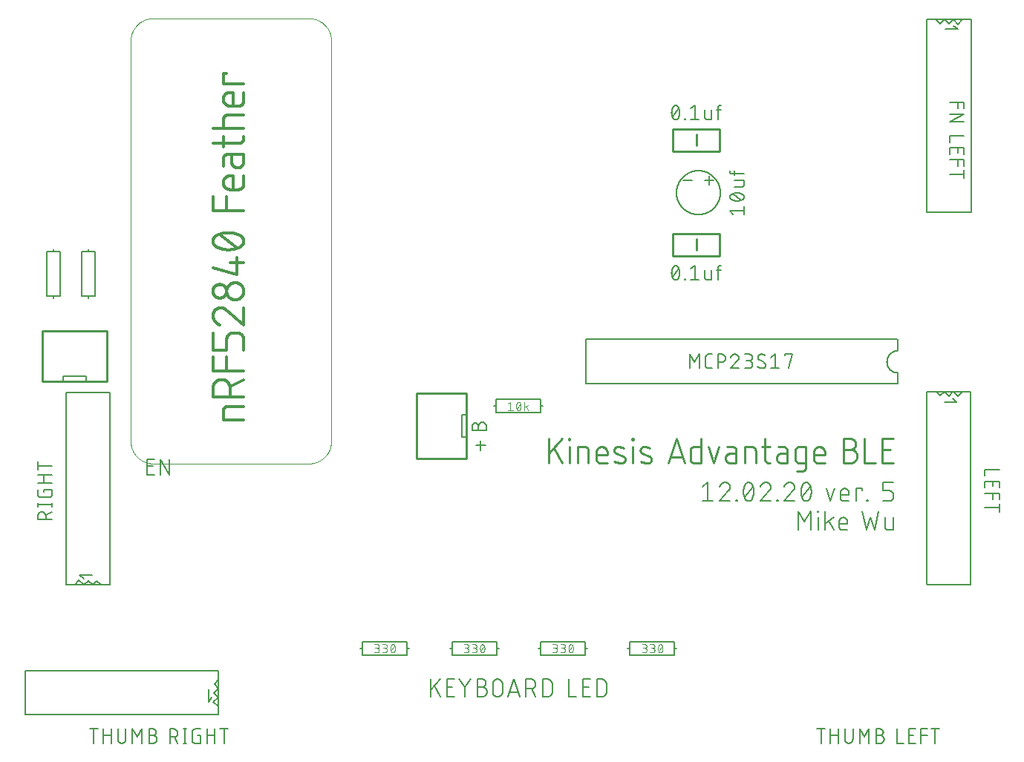
<source format=gto>
G04 EAGLE Gerber RS-274X export*
G75*
%MOMM*%
%FSLAX34Y34*%
%LPD*%
%INTop Silkscreen*%
%IPPOS*%
%AMOC8*
5,1,8,0,0,1.08239X$1,22.5*%
G01*
%ADD10C,0.076200*%
%ADD11C,0.152400*%
%ADD12C,0.228600*%
%ADD13C,0.177800*%
%ADD14C,0.203200*%
%ADD15C,0.304800*%
%ADD16C,0.000000*%
%ADD17C,0.127000*%
%ADD18C,0.254000*%
%ADD19C,0.200000*%


D10*
X598206Y409011D02*
X600817Y411099D01*
X600817Y401701D01*
X598206Y401701D02*
X603428Y401701D01*
X607350Y406400D02*
X607352Y406585D01*
X607359Y406770D01*
X607370Y406954D01*
X607385Y407138D01*
X607405Y407322D01*
X607429Y407506D01*
X607458Y407688D01*
X607491Y407870D01*
X607528Y408051D01*
X607570Y408231D01*
X607616Y408411D01*
X607666Y408589D01*
X607720Y408765D01*
X607779Y408941D01*
X607841Y409115D01*
X607908Y409287D01*
X607979Y409458D01*
X608054Y409627D01*
X608133Y409794D01*
X608163Y409874D01*
X608196Y409953D01*
X608233Y410030D01*
X608273Y410106D01*
X608316Y410180D01*
X608362Y410252D01*
X608412Y410321D01*
X608464Y410389D01*
X608520Y410454D01*
X608578Y410517D01*
X608640Y410576D01*
X608703Y410634D01*
X608770Y410688D01*
X608838Y410739D01*
X608909Y410787D01*
X608982Y410832D01*
X609056Y410874D01*
X609133Y410912D01*
X609211Y410947D01*
X609290Y410979D01*
X609371Y411007D01*
X609453Y411031D01*
X609537Y411052D01*
X609620Y411069D01*
X609705Y411082D01*
X609790Y411091D01*
X609875Y411097D01*
X609961Y411099D01*
X610047Y411097D01*
X610132Y411091D01*
X610217Y411082D01*
X610302Y411069D01*
X610385Y411052D01*
X610469Y411031D01*
X610551Y411007D01*
X610632Y410979D01*
X610711Y410947D01*
X610789Y410912D01*
X610866Y410874D01*
X610940Y410832D01*
X611013Y410787D01*
X611084Y410739D01*
X611152Y410688D01*
X611219Y410634D01*
X611282Y410576D01*
X611344Y410517D01*
X611402Y410454D01*
X611458Y410389D01*
X611510Y410321D01*
X611560Y410252D01*
X611606Y410180D01*
X611649Y410106D01*
X611689Y410030D01*
X611726Y409953D01*
X611759Y409874D01*
X611789Y409794D01*
X611868Y409627D01*
X611943Y409458D01*
X612014Y409287D01*
X612081Y409115D01*
X612143Y408941D01*
X612202Y408765D01*
X612256Y408589D01*
X612306Y408411D01*
X612352Y408231D01*
X612394Y408051D01*
X612431Y407870D01*
X612464Y407688D01*
X612493Y407506D01*
X612517Y407322D01*
X612537Y407138D01*
X612552Y406954D01*
X612563Y406770D01*
X612570Y406585D01*
X612572Y406400D01*
X607350Y406400D02*
X607352Y406215D01*
X607359Y406030D01*
X607370Y405846D01*
X607385Y405662D01*
X607405Y405478D01*
X607429Y405294D01*
X607458Y405112D01*
X607491Y404930D01*
X607528Y404749D01*
X607570Y404569D01*
X607616Y404389D01*
X607666Y404211D01*
X607720Y404035D01*
X607779Y403859D01*
X607841Y403685D01*
X607908Y403513D01*
X607979Y403342D01*
X608054Y403173D01*
X608133Y403006D01*
X608163Y402926D01*
X608196Y402847D01*
X608233Y402770D01*
X608273Y402694D01*
X608316Y402620D01*
X608362Y402548D01*
X608412Y402479D01*
X608465Y402411D01*
X608520Y402346D01*
X608579Y402283D01*
X608640Y402224D01*
X608703Y402166D01*
X608770Y402112D01*
X608838Y402061D01*
X608909Y402013D01*
X608982Y401968D01*
X609056Y401926D01*
X609133Y401888D01*
X609211Y401853D01*
X609290Y401821D01*
X609371Y401793D01*
X609453Y401769D01*
X609537Y401748D01*
X609620Y401731D01*
X609705Y401718D01*
X609790Y401709D01*
X609875Y401703D01*
X609961Y401701D01*
X611789Y403006D02*
X611868Y403173D01*
X611943Y403342D01*
X612014Y403513D01*
X612081Y403685D01*
X612143Y403859D01*
X612202Y404035D01*
X612256Y404211D01*
X612306Y404389D01*
X612352Y404569D01*
X612394Y404749D01*
X612431Y404930D01*
X612464Y405112D01*
X612493Y405294D01*
X612517Y405478D01*
X612537Y405662D01*
X612552Y405846D01*
X612563Y406030D01*
X612570Y406215D01*
X612572Y406400D01*
X611789Y403006D02*
X611759Y402926D01*
X611726Y402847D01*
X611689Y402770D01*
X611649Y402694D01*
X611606Y402620D01*
X611560Y402548D01*
X611510Y402479D01*
X611458Y402411D01*
X611402Y402346D01*
X611344Y402283D01*
X611282Y402224D01*
X611219Y402166D01*
X611152Y402112D01*
X611084Y402061D01*
X611013Y402013D01*
X610940Y401968D01*
X610866Y401926D01*
X610789Y401888D01*
X610711Y401853D01*
X610632Y401821D01*
X610551Y401793D01*
X610469Y401769D01*
X610385Y401748D01*
X610302Y401731D01*
X610217Y401718D01*
X610132Y401709D01*
X610047Y401703D01*
X609961Y401701D01*
X607873Y403789D02*
X612049Y409011D01*
X616817Y411099D02*
X616817Y401701D01*
X616817Y404834D02*
X620994Y407966D01*
X618644Y406139D02*
X620994Y401701D01*
D11*
X784568Y558800D02*
X784572Y559120D01*
X784583Y559439D01*
X784602Y559759D01*
X784629Y560077D01*
X784663Y560395D01*
X784705Y560712D01*
X784755Y561028D01*
X784812Y561343D01*
X784876Y561656D01*
X784948Y561968D01*
X785027Y562278D01*
X785114Y562585D01*
X785208Y562891D01*
X785309Y563194D01*
X785418Y563495D01*
X785533Y563793D01*
X785656Y564089D01*
X785786Y564381D01*
X785923Y564670D01*
X785922Y564671D02*
X785961Y564779D01*
X786004Y564886D01*
X786050Y564991D01*
X786101Y565095D01*
X786154Y565197D01*
X786211Y565297D01*
X786272Y565395D01*
X786336Y565490D01*
X786403Y565584D01*
X786474Y565675D01*
X786547Y565764D01*
X786624Y565850D01*
X786703Y565933D01*
X786785Y566014D01*
X786870Y566092D01*
X786958Y566166D01*
X787048Y566238D01*
X787140Y566306D01*
X787235Y566372D01*
X787332Y566434D01*
X787431Y566492D01*
X787533Y566548D01*
X787635Y566599D01*
X787740Y566647D01*
X787846Y566692D01*
X787954Y566733D01*
X788063Y566770D01*
X788173Y566803D01*
X788285Y566832D01*
X788397Y566858D01*
X788510Y566880D01*
X788624Y566897D01*
X788738Y566911D01*
X788853Y566921D01*
X788968Y566927D01*
X789083Y566929D01*
X789083Y566928D02*
X789198Y566926D01*
X789313Y566920D01*
X789428Y566910D01*
X789542Y566896D01*
X789656Y566879D01*
X789769Y566857D01*
X789881Y566831D01*
X789993Y566802D01*
X790103Y566769D01*
X790212Y566732D01*
X790320Y566691D01*
X790426Y566646D01*
X790531Y566598D01*
X790633Y566547D01*
X790734Y566491D01*
X790834Y566433D01*
X790931Y566371D01*
X791025Y566306D01*
X791118Y566237D01*
X791208Y566165D01*
X791296Y566091D01*
X791381Y566013D01*
X791463Y565932D01*
X791542Y565849D01*
X791619Y565763D01*
X791692Y565674D01*
X791763Y565583D01*
X791830Y565489D01*
X791894Y565394D01*
X791955Y565296D01*
X792012Y565196D01*
X792065Y565094D01*
X792116Y564990D01*
X792162Y564885D01*
X792205Y564778D01*
X792244Y564670D01*
X792243Y564670D02*
X792380Y564381D01*
X792510Y564089D01*
X792633Y563793D01*
X792748Y563495D01*
X792857Y563194D01*
X792958Y562891D01*
X793052Y562585D01*
X793139Y562278D01*
X793218Y561968D01*
X793290Y561656D01*
X793354Y561343D01*
X793411Y561028D01*
X793461Y560712D01*
X793503Y560395D01*
X793537Y560077D01*
X793564Y559759D01*
X793583Y559439D01*
X793594Y559120D01*
X793598Y558800D01*
X784568Y558800D02*
X784572Y558480D01*
X784583Y558161D01*
X784602Y557841D01*
X784629Y557523D01*
X784663Y557205D01*
X784705Y556888D01*
X784755Y556572D01*
X784812Y556257D01*
X784876Y555944D01*
X784948Y555632D01*
X785027Y555322D01*
X785114Y555015D01*
X785208Y554709D01*
X785309Y554406D01*
X785418Y554105D01*
X785533Y553807D01*
X785656Y553511D01*
X785786Y553219D01*
X785923Y552930D01*
X785922Y552930D02*
X785961Y552822D01*
X786004Y552715D01*
X786050Y552610D01*
X786101Y552506D01*
X786154Y552404D01*
X786211Y552304D01*
X786272Y552206D01*
X786336Y552111D01*
X786403Y552017D01*
X786474Y551926D01*
X786547Y551837D01*
X786624Y551751D01*
X786703Y551668D01*
X786785Y551587D01*
X786870Y551509D01*
X786958Y551435D01*
X787048Y551363D01*
X787141Y551294D01*
X787235Y551229D01*
X787332Y551167D01*
X787432Y551109D01*
X787533Y551053D01*
X787635Y551002D01*
X787740Y550954D01*
X787846Y550909D01*
X787954Y550868D01*
X788063Y550831D01*
X788173Y550798D01*
X788285Y550769D01*
X788397Y550743D01*
X788510Y550721D01*
X788624Y550704D01*
X788738Y550690D01*
X788853Y550680D01*
X788968Y550674D01*
X789083Y550672D01*
X792243Y552930D02*
X792380Y553219D01*
X792510Y553511D01*
X792633Y553807D01*
X792748Y554105D01*
X792857Y554406D01*
X792958Y554709D01*
X793052Y555015D01*
X793139Y555322D01*
X793218Y555632D01*
X793290Y555944D01*
X793354Y556257D01*
X793411Y556572D01*
X793461Y556888D01*
X793503Y557205D01*
X793537Y557523D01*
X793564Y557841D01*
X793583Y558161D01*
X793594Y558480D01*
X793598Y558800D01*
X792244Y552930D02*
X792205Y552822D01*
X792162Y552715D01*
X792116Y552610D01*
X792065Y552506D01*
X792012Y552404D01*
X791955Y552304D01*
X791894Y552206D01*
X791830Y552111D01*
X791763Y552017D01*
X791692Y551926D01*
X791619Y551837D01*
X791542Y551751D01*
X791463Y551668D01*
X791381Y551587D01*
X791296Y551509D01*
X791208Y551435D01*
X791118Y551363D01*
X791025Y551294D01*
X790931Y551229D01*
X790834Y551167D01*
X790734Y551109D01*
X790633Y551053D01*
X790530Y551002D01*
X790426Y550954D01*
X790320Y550909D01*
X790212Y550868D01*
X790103Y550831D01*
X789993Y550798D01*
X789881Y550769D01*
X789769Y550743D01*
X789656Y550721D01*
X789542Y550704D01*
X789428Y550690D01*
X789313Y550680D01*
X789198Y550674D01*
X789083Y550672D01*
X785470Y554284D02*
X792695Y563316D01*
X799573Y551575D02*
X799573Y550672D01*
X799573Y551575D02*
X800476Y551575D01*
X800476Y550672D01*
X799573Y550672D01*
X806451Y563316D02*
X810967Y566928D01*
X810967Y550672D01*
X815482Y550672D02*
X806451Y550672D01*
X822464Y553381D02*
X822464Y561509D01*
X822465Y553381D02*
X822467Y553280D01*
X822473Y553179D01*
X822482Y553078D01*
X822495Y552977D01*
X822512Y552877D01*
X822533Y552778D01*
X822557Y552680D01*
X822585Y552583D01*
X822617Y552486D01*
X822652Y552391D01*
X822691Y552298D01*
X822733Y552206D01*
X822779Y552115D01*
X822828Y552027D01*
X822880Y551940D01*
X822936Y551855D01*
X822994Y551772D01*
X823056Y551692D01*
X823121Y551614D01*
X823188Y551538D01*
X823258Y551465D01*
X823331Y551395D01*
X823407Y551328D01*
X823485Y551263D01*
X823565Y551201D01*
X823648Y551143D01*
X823733Y551087D01*
X823820Y551035D01*
X823908Y550986D01*
X823999Y550940D01*
X824091Y550898D01*
X824184Y550859D01*
X824279Y550824D01*
X824376Y550792D01*
X824473Y550764D01*
X824571Y550740D01*
X824670Y550719D01*
X824770Y550702D01*
X824871Y550689D01*
X824972Y550680D01*
X825073Y550674D01*
X825174Y550672D01*
X829689Y550672D01*
X829689Y561509D01*
X837420Y564219D02*
X837420Y550672D01*
X837421Y564219D02*
X837423Y564323D01*
X837429Y564426D01*
X837439Y564530D01*
X837453Y564633D01*
X837471Y564735D01*
X837492Y564836D01*
X837518Y564937D01*
X837547Y565036D01*
X837580Y565135D01*
X837617Y565232D01*
X837658Y565327D01*
X837702Y565421D01*
X837750Y565513D01*
X837801Y565603D01*
X837856Y565692D01*
X837914Y565778D01*
X837976Y565861D01*
X838040Y565943D01*
X838108Y566021D01*
X838178Y566097D01*
X838251Y566171D01*
X838328Y566241D01*
X838406Y566309D01*
X838488Y566373D01*
X838571Y566435D01*
X838657Y566493D01*
X838746Y566548D01*
X838836Y566599D01*
X838928Y566647D01*
X839022Y566691D01*
X839117Y566732D01*
X839214Y566769D01*
X839313Y566802D01*
X839412Y566831D01*
X839513Y566857D01*
X839614Y566878D01*
X839716Y566896D01*
X839819Y566910D01*
X839923Y566920D01*
X840026Y566926D01*
X840130Y566928D01*
X841033Y566928D01*
X841033Y561509D02*
X835614Y561509D01*
X854604Y625134D02*
X850992Y629649D01*
X867248Y629649D01*
X867248Y625134D02*
X867248Y634165D01*
X859120Y640765D02*
X858800Y640769D01*
X858481Y640780D01*
X858161Y640799D01*
X857843Y640826D01*
X857525Y640860D01*
X857208Y640902D01*
X856892Y640952D01*
X856577Y641009D01*
X856264Y641073D01*
X855952Y641145D01*
X855642Y641224D01*
X855335Y641311D01*
X855029Y641405D01*
X854726Y641506D01*
X854425Y641615D01*
X854127Y641730D01*
X853831Y641853D01*
X853539Y641983D01*
X853250Y642120D01*
X853249Y642120D02*
X853141Y642159D01*
X853034Y642202D01*
X852929Y642248D01*
X852826Y642298D01*
X852724Y642352D01*
X852624Y642409D01*
X852526Y642470D01*
X852430Y642534D01*
X852337Y642601D01*
X852246Y642671D01*
X852157Y642745D01*
X852071Y642821D01*
X851988Y642901D01*
X851907Y642983D01*
X851829Y643068D01*
X851755Y643155D01*
X851683Y643246D01*
X851614Y643338D01*
X851549Y643433D01*
X851487Y643530D01*
X851428Y643629D01*
X851373Y643730D01*
X851322Y643833D01*
X851274Y643938D01*
X851229Y644044D01*
X851188Y644151D01*
X851151Y644260D01*
X851118Y644371D01*
X851089Y644482D01*
X851063Y644594D01*
X851041Y644707D01*
X851024Y644821D01*
X851010Y644935D01*
X851000Y645050D01*
X850994Y645165D01*
X850992Y645280D01*
X850994Y645395D01*
X851000Y645510D01*
X851010Y645625D01*
X851024Y645739D01*
X851041Y645853D01*
X851063Y645966D01*
X851089Y646078D01*
X851118Y646190D01*
X851151Y646300D01*
X851188Y646409D01*
X851229Y646517D01*
X851274Y646623D01*
X851322Y646728D01*
X851373Y646830D01*
X851429Y646932D01*
X851487Y647031D01*
X851549Y647128D01*
X851615Y647223D01*
X851683Y647315D01*
X851755Y647405D01*
X851829Y647493D01*
X851907Y647578D01*
X851988Y647660D01*
X852071Y647739D01*
X852157Y647816D01*
X852246Y647889D01*
X852337Y647960D01*
X852431Y648027D01*
X852526Y648091D01*
X852624Y648152D01*
X852724Y648209D01*
X852826Y648262D01*
X852930Y648313D01*
X853035Y648359D01*
X853142Y648402D01*
X853250Y648441D01*
X853539Y648578D01*
X853831Y648708D01*
X854127Y648831D01*
X854425Y648946D01*
X854726Y649055D01*
X855029Y649156D01*
X855335Y649250D01*
X855642Y649337D01*
X855952Y649416D01*
X856264Y649488D01*
X856577Y649552D01*
X856892Y649609D01*
X857208Y649659D01*
X857525Y649701D01*
X857843Y649735D01*
X858161Y649762D01*
X858481Y649781D01*
X858800Y649792D01*
X859120Y649796D01*
X859120Y640765D02*
X859440Y640769D01*
X859759Y640780D01*
X860079Y640799D01*
X860397Y640826D01*
X860715Y640860D01*
X861032Y640902D01*
X861348Y640952D01*
X861663Y641009D01*
X861976Y641073D01*
X862288Y641145D01*
X862598Y641224D01*
X862905Y641311D01*
X863211Y641405D01*
X863514Y641506D01*
X863815Y641615D01*
X864113Y641730D01*
X864409Y641853D01*
X864701Y641983D01*
X864990Y642120D01*
X864991Y642119D02*
X865099Y642158D01*
X865206Y642201D01*
X865311Y642247D01*
X865415Y642298D01*
X865517Y642351D01*
X865617Y642408D01*
X865715Y642469D01*
X865810Y642533D01*
X865904Y642600D01*
X865995Y642671D01*
X866084Y642744D01*
X866170Y642821D01*
X866253Y642900D01*
X866334Y642982D01*
X866412Y643067D01*
X866486Y643155D01*
X866558Y643245D01*
X866627Y643338D01*
X866692Y643432D01*
X866754Y643529D01*
X866812Y643629D01*
X866868Y643730D01*
X866919Y643832D01*
X866967Y643937D01*
X867012Y644043D01*
X867053Y644151D01*
X867090Y644260D01*
X867123Y644370D01*
X867152Y644482D01*
X867178Y644594D01*
X867200Y644707D01*
X867217Y644821D01*
X867231Y644935D01*
X867241Y645050D01*
X867247Y645165D01*
X867249Y645280D01*
X864990Y648441D02*
X864701Y648578D01*
X864409Y648708D01*
X864113Y648831D01*
X863815Y648946D01*
X863514Y649055D01*
X863211Y649156D01*
X862905Y649250D01*
X862598Y649337D01*
X862288Y649416D01*
X861976Y649488D01*
X861663Y649552D01*
X861348Y649609D01*
X861032Y649659D01*
X860715Y649701D01*
X860397Y649735D01*
X860079Y649762D01*
X859759Y649781D01*
X859440Y649792D01*
X859120Y649796D01*
X864990Y648441D02*
X865098Y648402D01*
X865205Y648359D01*
X865310Y648313D01*
X865414Y648262D01*
X865516Y648209D01*
X865616Y648152D01*
X865714Y648091D01*
X865809Y648027D01*
X865903Y647960D01*
X865994Y647889D01*
X866083Y647816D01*
X866169Y647739D01*
X866252Y647660D01*
X866333Y647578D01*
X866411Y647493D01*
X866485Y647405D01*
X866557Y647315D01*
X866626Y647222D01*
X866691Y647128D01*
X866753Y647031D01*
X866811Y646931D01*
X866867Y646830D01*
X866918Y646727D01*
X866966Y646623D01*
X867011Y646517D01*
X867052Y646409D01*
X867089Y646300D01*
X867122Y646190D01*
X867151Y646078D01*
X867177Y645966D01*
X867199Y645853D01*
X867216Y645739D01*
X867230Y645625D01*
X867240Y645510D01*
X867246Y645395D01*
X867248Y645280D01*
X863636Y641668D02*
X854604Y648893D01*
X856411Y656778D02*
X864539Y656778D01*
X864640Y656780D01*
X864741Y656786D01*
X864842Y656795D01*
X864943Y656808D01*
X865043Y656825D01*
X865142Y656846D01*
X865240Y656870D01*
X865337Y656898D01*
X865434Y656930D01*
X865529Y656965D01*
X865622Y657004D01*
X865714Y657046D01*
X865805Y657092D01*
X865894Y657141D01*
X865980Y657193D01*
X866065Y657249D01*
X866148Y657307D01*
X866228Y657369D01*
X866306Y657434D01*
X866382Y657501D01*
X866455Y657571D01*
X866525Y657644D01*
X866592Y657720D01*
X866657Y657798D01*
X866719Y657878D01*
X866777Y657961D01*
X866833Y658046D01*
X866885Y658133D01*
X866934Y658221D01*
X866980Y658312D01*
X867022Y658404D01*
X867061Y658497D01*
X867096Y658592D01*
X867128Y658689D01*
X867156Y658786D01*
X867180Y658884D01*
X867201Y658983D01*
X867218Y659083D01*
X867231Y659184D01*
X867240Y659285D01*
X867246Y659386D01*
X867248Y659487D01*
X867248Y664003D01*
X856411Y664003D01*
X853701Y671734D02*
X867248Y671734D01*
X853701Y671734D02*
X853597Y671736D01*
X853494Y671742D01*
X853390Y671752D01*
X853287Y671766D01*
X853185Y671784D01*
X853084Y671805D01*
X852983Y671831D01*
X852884Y671860D01*
X852785Y671893D01*
X852688Y671930D01*
X852593Y671971D01*
X852499Y672015D01*
X852407Y672063D01*
X852317Y672114D01*
X852228Y672169D01*
X852142Y672227D01*
X852059Y672289D01*
X851977Y672353D01*
X851899Y672421D01*
X851823Y672491D01*
X851749Y672564D01*
X851679Y672641D01*
X851611Y672719D01*
X851547Y672801D01*
X851485Y672884D01*
X851427Y672970D01*
X851372Y673059D01*
X851321Y673149D01*
X851273Y673241D01*
X851229Y673335D01*
X851188Y673430D01*
X851151Y673527D01*
X851118Y673626D01*
X851089Y673725D01*
X851063Y673826D01*
X851042Y673927D01*
X851024Y674029D01*
X851010Y674132D01*
X851000Y674236D01*
X850994Y674339D01*
X850992Y674443D01*
X850992Y675346D01*
X856411Y675346D02*
X856411Y669928D01*
X566956Y366945D02*
X566956Y356108D01*
X561538Y361527D02*
X572375Y361527D01*
X564247Y379222D02*
X564247Y383738D01*
X564246Y383738D02*
X564248Y383871D01*
X564254Y384003D01*
X564264Y384135D01*
X564277Y384267D01*
X564295Y384399D01*
X564316Y384529D01*
X564341Y384660D01*
X564370Y384789D01*
X564403Y384917D01*
X564439Y385045D01*
X564479Y385171D01*
X564523Y385296D01*
X564571Y385420D01*
X564622Y385542D01*
X564677Y385663D01*
X564735Y385782D01*
X564797Y385900D01*
X564862Y386015D01*
X564931Y386129D01*
X565002Y386240D01*
X565078Y386349D01*
X565156Y386456D01*
X565237Y386561D01*
X565322Y386663D01*
X565409Y386763D01*
X565499Y386860D01*
X565592Y386955D01*
X565688Y387046D01*
X565786Y387135D01*
X565887Y387221D01*
X565991Y387304D01*
X566097Y387384D01*
X566205Y387460D01*
X566315Y387534D01*
X566428Y387604D01*
X566542Y387671D01*
X566659Y387734D01*
X566777Y387794D01*
X566897Y387851D01*
X567019Y387904D01*
X567142Y387953D01*
X567266Y387999D01*
X567392Y388041D01*
X567519Y388079D01*
X567647Y388114D01*
X567776Y388145D01*
X567905Y388172D01*
X568036Y388195D01*
X568167Y388215D01*
X568299Y388230D01*
X568431Y388242D01*
X568563Y388250D01*
X568696Y388254D01*
X568828Y388254D01*
X568961Y388250D01*
X569093Y388242D01*
X569225Y388230D01*
X569357Y388215D01*
X569488Y388195D01*
X569619Y388172D01*
X569748Y388145D01*
X569877Y388114D01*
X570005Y388079D01*
X570132Y388041D01*
X570258Y387999D01*
X570382Y387953D01*
X570505Y387904D01*
X570627Y387851D01*
X570747Y387794D01*
X570865Y387734D01*
X570982Y387671D01*
X571096Y387604D01*
X571209Y387534D01*
X571319Y387460D01*
X571427Y387384D01*
X571533Y387304D01*
X571637Y387221D01*
X571738Y387135D01*
X571836Y387046D01*
X571932Y386955D01*
X572025Y386860D01*
X572115Y386763D01*
X572202Y386663D01*
X572287Y386561D01*
X572368Y386456D01*
X572446Y386349D01*
X572522Y386240D01*
X572593Y386129D01*
X572662Y386015D01*
X572727Y385900D01*
X572789Y385782D01*
X572847Y385663D01*
X572902Y385542D01*
X572953Y385420D01*
X573001Y385296D01*
X573045Y385171D01*
X573085Y385045D01*
X573121Y384917D01*
X573154Y384789D01*
X573183Y384660D01*
X573208Y384529D01*
X573229Y384399D01*
X573247Y384267D01*
X573260Y384135D01*
X573270Y384003D01*
X573276Y383871D01*
X573278Y383738D01*
X573278Y379222D01*
X557022Y379222D01*
X557022Y383738D01*
X557024Y383857D01*
X557030Y383977D01*
X557040Y384096D01*
X557054Y384214D01*
X557071Y384333D01*
X557093Y384450D01*
X557118Y384567D01*
X557148Y384682D01*
X557181Y384797D01*
X557218Y384911D01*
X557258Y385023D01*
X557303Y385134D01*
X557351Y385243D01*
X557402Y385351D01*
X557457Y385457D01*
X557516Y385561D01*
X557578Y385663D01*
X557643Y385763D01*
X557712Y385861D01*
X557784Y385957D01*
X557859Y386050D01*
X557936Y386140D01*
X558017Y386228D01*
X558101Y386313D01*
X558188Y386395D01*
X558277Y386475D01*
X558369Y386551D01*
X558463Y386625D01*
X558560Y386695D01*
X558658Y386762D01*
X558759Y386826D01*
X558863Y386886D01*
X558968Y386943D01*
X559075Y386996D01*
X559183Y387046D01*
X559293Y387092D01*
X559405Y387134D01*
X559518Y387173D01*
X559632Y387208D01*
X559747Y387239D01*
X559864Y387267D01*
X559981Y387290D01*
X560098Y387310D01*
X560217Y387326D01*
X560336Y387338D01*
X560455Y387346D01*
X560574Y387350D01*
X560694Y387350D01*
X560813Y387346D01*
X560932Y387338D01*
X561051Y387326D01*
X561170Y387310D01*
X561287Y387290D01*
X561404Y387267D01*
X561521Y387239D01*
X561636Y387208D01*
X561750Y387173D01*
X561863Y387134D01*
X561975Y387092D01*
X562085Y387046D01*
X562193Y386996D01*
X562300Y386943D01*
X562405Y386886D01*
X562509Y386826D01*
X562610Y386762D01*
X562708Y386695D01*
X562805Y386625D01*
X562899Y386551D01*
X562991Y386475D01*
X563080Y386395D01*
X563167Y386313D01*
X563251Y386228D01*
X563332Y386140D01*
X563409Y386050D01*
X563484Y385957D01*
X563556Y385861D01*
X563625Y385763D01*
X563690Y385663D01*
X563752Y385561D01*
X563811Y385457D01*
X563866Y385351D01*
X563917Y385243D01*
X563965Y385134D01*
X564010Y385023D01*
X564050Y384911D01*
X564087Y384797D01*
X564120Y384682D01*
X564150Y384567D01*
X564175Y384450D01*
X564197Y384333D01*
X564214Y384214D01*
X564228Y384096D01*
X564238Y383977D01*
X564244Y383857D01*
X564246Y383738D01*
D12*
X644425Y369357D02*
X644425Y341643D01*
X644425Y352421D02*
X659822Y369357D01*
X650584Y358579D02*
X659822Y341643D01*
X667816Y341643D02*
X667816Y360119D01*
X667047Y367817D02*
X667047Y369357D01*
X668586Y369357D01*
X668586Y367817D01*
X667047Y367817D01*
X677408Y360119D02*
X677408Y341643D01*
X677408Y360119D02*
X685106Y360119D01*
X685240Y360117D01*
X685375Y360111D01*
X685509Y360101D01*
X685642Y360088D01*
X685775Y360070D01*
X685908Y360049D01*
X686040Y360024D01*
X686171Y359994D01*
X686301Y359962D01*
X686431Y359925D01*
X686559Y359885D01*
X686686Y359840D01*
X686811Y359793D01*
X686935Y359741D01*
X687058Y359686D01*
X687179Y359628D01*
X687298Y359566D01*
X687416Y359500D01*
X687531Y359431D01*
X687644Y359359D01*
X687755Y359284D01*
X687864Y359205D01*
X687971Y359123D01*
X688075Y359038D01*
X688177Y358951D01*
X688276Y358860D01*
X688372Y358766D01*
X688466Y358670D01*
X688557Y358571D01*
X688644Y358469D01*
X688729Y358365D01*
X688811Y358258D01*
X688890Y358149D01*
X688965Y358038D01*
X689037Y357925D01*
X689106Y357810D01*
X689172Y357692D01*
X689234Y357573D01*
X689292Y357452D01*
X689347Y357329D01*
X689399Y357205D01*
X689446Y357080D01*
X689491Y356953D01*
X689531Y356825D01*
X689568Y356695D01*
X689600Y356565D01*
X689630Y356434D01*
X689655Y356302D01*
X689676Y356169D01*
X689694Y356036D01*
X689707Y355903D01*
X689717Y355769D01*
X689723Y355634D01*
X689725Y355500D01*
X689725Y341643D01*
X703289Y341643D02*
X710987Y341643D01*
X703289Y341643D02*
X703155Y341645D01*
X703020Y341651D01*
X702886Y341661D01*
X702753Y341674D01*
X702620Y341692D01*
X702487Y341713D01*
X702355Y341738D01*
X702224Y341768D01*
X702094Y341800D01*
X701964Y341837D01*
X701836Y341877D01*
X701709Y341922D01*
X701584Y341969D01*
X701460Y342021D01*
X701337Y342076D01*
X701216Y342134D01*
X701097Y342196D01*
X700980Y342262D01*
X700864Y342331D01*
X700751Y342403D01*
X700640Y342478D01*
X700531Y342557D01*
X700424Y342639D01*
X700320Y342724D01*
X700218Y342811D01*
X700119Y342902D01*
X700023Y342996D01*
X699929Y343092D01*
X699838Y343191D01*
X699751Y343293D01*
X699666Y343397D01*
X699584Y343504D01*
X699505Y343613D01*
X699430Y343724D01*
X699358Y343837D01*
X699289Y343953D01*
X699223Y344070D01*
X699161Y344189D01*
X699103Y344310D01*
X699048Y344433D01*
X698996Y344557D01*
X698949Y344682D01*
X698904Y344809D01*
X698864Y344937D01*
X698827Y345067D01*
X698795Y345197D01*
X698765Y345328D01*
X698740Y345460D01*
X698719Y345593D01*
X698701Y345726D01*
X698688Y345859D01*
X698678Y345993D01*
X698672Y346128D01*
X698670Y346262D01*
X698670Y353960D01*
X698672Y354116D01*
X698678Y354272D01*
X698688Y354428D01*
X698702Y354583D01*
X698719Y354738D01*
X698741Y354893D01*
X698767Y355047D01*
X698796Y355200D01*
X698829Y355352D01*
X698867Y355504D01*
X698908Y355654D01*
X698952Y355804D01*
X699001Y355952D01*
X699053Y356099D01*
X699109Y356245D01*
X699169Y356389D01*
X699232Y356531D01*
X699299Y356672D01*
X699370Y356812D01*
X699444Y356949D01*
X699521Y357084D01*
X699602Y357218D01*
X699686Y357349D01*
X699774Y357478D01*
X699865Y357605D01*
X699959Y357730D01*
X700056Y357852D01*
X700156Y357972D01*
X700259Y358089D01*
X700365Y358203D01*
X700474Y358315D01*
X700586Y358424D01*
X700700Y358530D01*
X700817Y358633D01*
X700937Y358733D01*
X701059Y358830D01*
X701184Y358924D01*
X701311Y359015D01*
X701440Y359103D01*
X701571Y359187D01*
X701705Y359268D01*
X701840Y359345D01*
X701977Y359419D01*
X702117Y359490D01*
X702258Y359557D01*
X702400Y359620D01*
X702544Y359680D01*
X702690Y359736D01*
X702837Y359788D01*
X702985Y359837D01*
X703135Y359881D01*
X703285Y359922D01*
X703437Y359960D01*
X703589Y359993D01*
X703742Y360022D01*
X703896Y360048D01*
X704051Y360070D01*
X704206Y360087D01*
X704361Y360101D01*
X704517Y360111D01*
X704673Y360117D01*
X704829Y360119D01*
X704985Y360117D01*
X705141Y360111D01*
X705297Y360101D01*
X705452Y360087D01*
X705607Y360070D01*
X705762Y360048D01*
X705916Y360022D01*
X706069Y359993D01*
X706221Y359960D01*
X706373Y359922D01*
X706523Y359881D01*
X706673Y359837D01*
X706821Y359788D01*
X706968Y359736D01*
X707114Y359680D01*
X707258Y359620D01*
X707400Y359557D01*
X707541Y359490D01*
X707681Y359419D01*
X707818Y359345D01*
X707953Y359268D01*
X708087Y359187D01*
X708218Y359103D01*
X708347Y359015D01*
X708474Y358924D01*
X708599Y358830D01*
X708721Y358733D01*
X708841Y358633D01*
X708958Y358530D01*
X709072Y358424D01*
X709184Y358315D01*
X709293Y358203D01*
X709399Y358089D01*
X709502Y357972D01*
X709602Y357852D01*
X709699Y357730D01*
X709793Y357605D01*
X709884Y357478D01*
X709972Y357349D01*
X710056Y357218D01*
X710137Y357084D01*
X710214Y356949D01*
X710288Y356812D01*
X710359Y356672D01*
X710426Y356531D01*
X710489Y356389D01*
X710549Y356245D01*
X710605Y356099D01*
X710657Y355952D01*
X710706Y355804D01*
X710750Y355654D01*
X710791Y355504D01*
X710829Y355352D01*
X710862Y355200D01*
X710891Y355047D01*
X710917Y354893D01*
X710939Y354738D01*
X710956Y354583D01*
X710970Y354428D01*
X710980Y354272D01*
X710986Y354116D01*
X710988Y353960D01*
X710987Y353960D02*
X710987Y350881D01*
X698670Y350881D01*
X721455Y352421D02*
X729153Y349341D01*
X721454Y352421D02*
X721338Y352469D01*
X721224Y352521D01*
X721111Y352577D01*
X721000Y352637D01*
X720891Y352699D01*
X720784Y352766D01*
X720679Y352835D01*
X720576Y352908D01*
X720476Y352984D01*
X720378Y353063D01*
X720283Y353145D01*
X720190Y353231D01*
X720100Y353319D01*
X720013Y353410D01*
X719928Y353503D01*
X719847Y353599D01*
X719769Y353698D01*
X719694Y353799D01*
X719622Y353902D01*
X719554Y354008D01*
X719489Y354116D01*
X719427Y354226D01*
X719369Y354337D01*
X719314Y354451D01*
X719263Y354566D01*
X719216Y354682D01*
X719172Y354800D01*
X719132Y354920D01*
X719096Y355040D01*
X719063Y355162D01*
X719035Y355285D01*
X719010Y355408D01*
X718990Y355532D01*
X718973Y355657D01*
X718960Y355782D01*
X718951Y355908D01*
X718946Y356034D01*
X718945Y356160D01*
X718948Y356285D01*
X718955Y356411D01*
X718966Y356537D01*
X718981Y356662D01*
X719000Y356786D01*
X719023Y356910D01*
X719049Y357033D01*
X719080Y357155D01*
X719114Y357276D01*
X719152Y357396D01*
X719194Y357515D01*
X719240Y357632D01*
X719289Y357748D01*
X719342Y357862D01*
X719398Y357975D01*
X719458Y358085D01*
X719522Y358194D01*
X719589Y358301D01*
X719659Y358405D01*
X719732Y358508D01*
X719809Y358607D01*
X719889Y358705D01*
X719972Y358800D01*
X720057Y358892D01*
X720146Y358981D01*
X720237Y359068D01*
X720332Y359152D01*
X720428Y359232D01*
X720527Y359310D01*
X720629Y359384D01*
X720733Y359455D01*
X720839Y359523D01*
X720947Y359588D01*
X721057Y359649D01*
X721169Y359706D01*
X721283Y359760D01*
X721398Y359811D01*
X721515Y359857D01*
X721633Y359900D01*
X721753Y359939D01*
X721874Y359975D01*
X721996Y360006D01*
X722119Y360034D01*
X722242Y360058D01*
X722366Y360078D01*
X722491Y360094D01*
X722617Y360106D01*
X722742Y360114D01*
X722868Y360118D01*
X722994Y360119D01*
X723414Y360108D01*
X723834Y360087D01*
X724253Y360056D01*
X724672Y360014D01*
X725089Y359963D01*
X725505Y359902D01*
X725919Y359830D01*
X726332Y359749D01*
X726742Y359658D01*
X727150Y359557D01*
X727556Y359446D01*
X727958Y359325D01*
X728358Y359195D01*
X728755Y359055D01*
X729148Y358906D01*
X729537Y358747D01*
X729922Y358579D01*
X729153Y349341D02*
X729269Y349293D01*
X729383Y349241D01*
X729496Y349185D01*
X729607Y349125D01*
X729716Y349063D01*
X729823Y348996D01*
X729928Y348927D01*
X730031Y348854D01*
X730131Y348778D01*
X730229Y348699D01*
X730324Y348617D01*
X730417Y348531D01*
X730507Y348443D01*
X730594Y348352D01*
X730679Y348259D01*
X730760Y348163D01*
X730838Y348064D01*
X730913Y347963D01*
X730985Y347860D01*
X731053Y347754D01*
X731118Y347646D01*
X731180Y347536D01*
X731238Y347425D01*
X731293Y347311D01*
X731344Y347196D01*
X731391Y347080D01*
X731435Y346962D01*
X731475Y346842D01*
X731511Y346722D01*
X731544Y346600D01*
X731572Y346477D01*
X731597Y346354D01*
X731617Y346230D01*
X731634Y346105D01*
X731647Y345980D01*
X731656Y345854D01*
X731661Y345728D01*
X731662Y345602D01*
X731659Y345477D01*
X731652Y345351D01*
X731641Y345225D01*
X731626Y345100D01*
X731607Y344976D01*
X731584Y344852D01*
X731558Y344729D01*
X731527Y344607D01*
X731493Y344486D01*
X731455Y344366D01*
X731413Y344247D01*
X731367Y344130D01*
X731318Y344014D01*
X731265Y343900D01*
X731209Y343787D01*
X731149Y343677D01*
X731085Y343568D01*
X731018Y343461D01*
X730948Y343357D01*
X730875Y343254D01*
X730798Y343155D01*
X730718Y343057D01*
X730635Y342962D01*
X730550Y342870D01*
X730461Y342781D01*
X730370Y342694D01*
X730275Y342610D01*
X730179Y342530D01*
X730080Y342452D01*
X729978Y342378D01*
X729874Y342307D01*
X729768Y342239D01*
X729660Y342174D01*
X729550Y342113D01*
X729438Y342056D01*
X729324Y342002D01*
X729209Y341952D01*
X729092Y341905D01*
X728974Y341862D01*
X728854Y341823D01*
X728733Y341787D01*
X728611Y341756D01*
X728488Y341728D01*
X728365Y341704D01*
X728241Y341684D01*
X728116Y341668D01*
X727990Y341656D01*
X727865Y341648D01*
X727739Y341644D01*
X727613Y341643D01*
X726996Y341659D01*
X726379Y341690D01*
X725763Y341735D01*
X725148Y341795D01*
X724535Y341869D01*
X723924Y341958D01*
X723315Y342061D01*
X722709Y342179D01*
X722106Y342311D01*
X721505Y342457D01*
X720909Y342617D01*
X720317Y342792D01*
X719728Y342980D01*
X719145Y343182D01*
X740266Y341643D02*
X740266Y360119D01*
X739496Y367817D02*
X739496Y369357D01*
X741036Y369357D01*
X741036Y367817D01*
X739496Y367817D01*
X751379Y352421D02*
X759078Y349341D01*
X751379Y352421D02*
X751263Y352469D01*
X751149Y352521D01*
X751036Y352577D01*
X750925Y352637D01*
X750816Y352699D01*
X750709Y352766D01*
X750604Y352835D01*
X750501Y352908D01*
X750401Y352984D01*
X750303Y353063D01*
X750208Y353145D01*
X750115Y353231D01*
X750025Y353319D01*
X749938Y353410D01*
X749853Y353503D01*
X749772Y353599D01*
X749694Y353698D01*
X749619Y353799D01*
X749547Y353902D01*
X749479Y354008D01*
X749414Y354116D01*
X749352Y354226D01*
X749294Y354337D01*
X749239Y354451D01*
X749188Y354566D01*
X749141Y354682D01*
X749097Y354800D01*
X749057Y354920D01*
X749021Y355040D01*
X748988Y355162D01*
X748960Y355285D01*
X748935Y355408D01*
X748915Y355532D01*
X748898Y355657D01*
X748885Y355782D01*
X748876Y355908D01*
X748871Y356034D01*
X748870Y356160D01*
X748873Y356285D01*
X748880Y356411D01*
X748891Y356537D01*
X748906Y356662D01*
X748925Y356786D01*
X748948Y356910D01*
X748974Y357033D01*
X749005Y357155D01*
X749039Y357276D01*
X749077Y357396D01*
X749119Y357515D01*
X749165Y357632D01*
X749214Y357748D01*
X749267Y357862D01*
X749323Y357975D01*
X749383Y358085D01*
X749447Y358194D01*
X749514Y358301D01*
X749584Y358405D01*
X749657Y358508D01*
X749734Y358607D01*
X749814Y358705D01*
X749897Y358800D01*
X749982Y358892D01*
X750071Y358981D01*
X750162Y359068D01*
X750257Y359152D01*
X750353Y359232D01*
X750452Y359310D01*
X750554Y359384D01*
X750658Y359455D01*
X750764Y359523D01*
X750872Y359588D01*
X750982Y359649D01*
X751094Y359706D01*
X751208Y359760D01*
X751323Y359811D01*
X751440Y359857D01*
X751558Y359900D01*
X751678Y359939D01*
X751799Y359975D01*
X751921Y360006D01*
X752044Y360034D01*
X752167Y360058D01*
X752291Y360078D01*
X752416Y360094D01*
X752542Y360106D01*
X752667Y360114D01*
X752793Y360118D01*
X752919Y360119D01*
X753339Y360108D01*
X753759Y360087D01*
X754178Y360056D01*
X754597Y360014D01*
X755014Y359963D01*
X755430Y359902D01*
X755844Y359830D01*
X756257Y359749D01*
X756667Y359658D01*
X757075Y359557D01*
X757481Y359446D01*
X757883Y359325D01*
X758283Y359195D01*
X758680Y359055D01*
X759073Y358906D01*
X759462Y358747D01*
X759847Y358579D01*
X759078Y349341D02*
X759194Y349293D01*
X759308Y349241D01*
X759421Y349185D01*
X759532Y349125D01*
X759641Y349063D01*
X759748Y348996D01*
X759853Y348927D01*
X759956Y348854D01*
X760056Y348778D01*
X760154Y348699D01*
X760249Y348617D01*
X760342Y348531D01*
X760432Y348443D01*
X760519Y348352D01*
X760604Y348259D01*
X760685Y348163D01*
X760763Y348064D01*
X760838Y347963D01*
X760910Y347860D01*
X760978Y347754D01*
X761043Y347646D01*
X761105Y347536D01*
X761163Y347425D01*
X761218Y347311D01*
X761269Y347196D01*
X761316Y347080D01*
X761360Y346962D01*
X761400Y346842D01*
X761436Y346722D01*
X761469Y346600D01*
X761497Y346477D01*
X761522Y346354D01*
X761542Y346230D01*
X761559Y346105D01*
X761572Y345980D01*
X761581Y345854D01*
X761586Y345728D01*
X761587Y345602D01*
X761584Y345477D01*
X761577Y345351D01*
X761566Y345225D01*
X761551Y345100D01*
X761532Y344976D01*
X761509Y344852D01*
X761483Y344729D01*
X761452Y344607D01*
X761418Y344486D01*
X761380Y344366D01*
X761338Y344247D01*
X761292Y344130D01*
X761243Y344014D01*
X761190Y343900D01*
X761134Y343787D01*
X761074Y343677D01*
X761010Y343568D01*
X760943Y343461D01*
X760873Y343357D01*
X760800Y343254D01*
X760723Y343155D01*
X760643Y343057D01*
X760560Y342962D01*
X760475Y342870D01*
X760386Y342781D01*
X760295Y342694D01*
X760200Y342610D01*
X760104Y342530D01*
X760005Y342452D01*
X759903Y342378D01*
X759799Y342307D01*
X759693Y342239D01*
X759585Y342174D01*
X759475Y342113D01*
X759363Y342056D01*
X759249Y342002D01*
X759134Y341952D01*
X759017Y341905D01*
X758899Y341862D01*
X758779Y341823D01*
X758658Y341787D01*
X758536Y341756D01*
X758413Y341728D01*
X758290Y341704D01*
X758166Y341684D01*
X758041Y341668D01*
X757915Y341656D01*
X757790Y341648D01*
X757664Y341644D01*
X757538Y341643D01*
X756921Y341659D01*
X756304Y341690D01*
X755688Y341735D01*
X755073Y341795D01*
X754460Y341869D01*
X753849Y341958D01*
X753240Y342061D01*
X752634Y342179D01*
X752031Y342311D01*
X751430Y342457D01*
X750834Y342617D01*
X750242Y342792D01*
X749653Y342980D01*
X749070Y343182D01*
X780640Y341643D02*
X789878Y369357D01*
X799116Y341643D01*
X796807Y348572D02*
X782950Y348572D01*
X818067Y341643D02*
X818067Y369357D01*
X818067Y341643D02*
X810369Y341643D01*
X810235Y341645D01*
X810100Y341651D01*
X809966Y341661D01*
X809833Y341674D01*
X809700Y341692D01*
X809567Y341713D01*
X809435Y341738D01*
X809304Y341768D01*
X809174Y341800D01*
X809044Y341837D01*
X808916Y341877D01*
X808789Y341922D01*
X808664Y341969D01*
X808540Y342021D01*
X808417Y342076D01*
X808296Y342134D01*
X808177Y342196D01*
X808060Y342262D01*
X807944Y342331D01*
X807831Y342403D01*
X807720Y342478D01*
X807611Y342557D01*
X807504Y342639D01*
X807400Y342724D01*
X807298Y342811D01*
X807199Y342902D01*
X807103Y342996D01*
X807009Y343092D01*
X806918Y343191D01*
X806831Y343293D01*
X806746Y343397D01*
X806664Y343504D01*
X806585Y343613D01*
X806510Y343724D01*
X806438Y343837D01*
X806369Y343953D01*
X806303Y344070D01*
X806241Y344189D01*
X806183Y344310D01*
X806128Y344433D01*
X806076Y344557D01*
X806029Y344682D01*
X805984Y344809D01*
X805944Y344937D01*
X805907Y345067D01*
X805875Y345197D01*
X805845Y345328D01*
X805820Y345460D01*
X805799Y345593D01*
X805781Y345726D01*
X805768Y345859D01*
X805758Y345993D01*
X805752Y346128D01*
X805750Y346262D01*
X805750Y355500D01*
X805752Y355634D01*
X805758Y355769D01*
X805768Y355903D01*
X805781Y356036D01*
X805799Y356169D01*
X805820Y356302D01*
X805845Y356434D01*
X805875Y356565D01*
X805907Y356695D01*
X805944Y356825D01*
X805984Y356953D01*
X806029Y357080D01*
X806076Y357205D01*
X806128Y357329D01*
X806183Y357452D01*
X806241Y357573D01*
X806303Y357692D01*
X806369Y357810D01*
X806438Y357925D01*
X806510Y358038D01*
X806585Y358149D01*
X806664Y358258D01*
X806746Y358365D01*
X806831Y358469D01*
X806918Y358571D01*
X807009Y358670D01*
X807103Y358766D01*
X807199Y358860D01*
X807298Y358951D01*
X807400Y359038D01*
X807504Y359123D01*
X807611Y359205D01*
X807720Y359284D01*
X807831Y359359D01*
X807944Y359431D01*
X808060Y359500D01*
X808177Y359566D01*
X808296Y359628D01*
X808417Y359686D01*
X808540Y359741D01*
X808664Y359793D01*
X808789Y359840D01*
X808916Y359885D01*
X809044Y359925D01*
X809174Y359962D01*
X809304Y359994D01*
X809435Y360024D01*
X809567Y360049D01*
X809700Y360070D01*
X809833Y360088D01*
X809966Y360101D01*
X810100Y360111D01*
X810235Y360117D01*
X810369Y360119D01*
X818067Y360119D01*
X826245Y360119D02*
X832403Y341643D01*
X838562Y360119D01*
X851301Y352421D02*
X858230Y352421D01*
X851301Y352421D02*
X851155Y352419D01*
X851009Y352413D01*
X850864Y352403D01*
X850718Y352389D01*
X850573Y352372D01*
X850429Y352350D01*
X850285Y352324D01*
X850143Y352295D01*
X850000Y352262D01*
X849859Y352225D01*
X849719Y352184D01*
X849580Y352139D01*
X849443Y352090D01*
X849306Y352038D01*
X849171Y351982D01*
X849038Y351923D01*
X848907Y351860D01*
X848777Y351793D01*
X848649Y351723D01*
X848523Y351650D01*
X848399Y351573D01*
X848277Y351492D01*
X848157Y351409D01*
X848040Y351322D01*
X847925Y351232D01*
X847812Y351139D01*
X847702Y351043D01*
X847595Y350944D01*
X847490Y350843D01*
X847389Y350738D01*
X847290Y350631D01*
X847194Y350521D01*
X847101Y350408D01*
X847011Y350293D01*
X846924Y350176D01*
X846841Y350056D01*
X846760Y349934D01*
X846683Y349810D01*
X846610Y349684D01*
X846540Y349556D01*
X846473Y349426D01*
X846410Y349295D01*
X846351Y349162D01*
X846295Y349027D01*
X846243Y348890D01*
X846194Y348753D01*
X846149Y348614D01*
X846108Y348474D01*
X846071Y348333D01*
X846038Y348190D01*
X846009Y348048D01*
X845983Y347904D01*
X845961Y347760D01*
X845944Y347615D01*
X845930Y347469D01*
X845920Y347324D01*
X845914Y347178D01*
X845912Y347032D01*
X845914Y346886D01*
X845920Y346740D01*
X845930Y346595D01*
X845944Y346449D01*
X845961Y346304D01*
X845983Y346160D01*
X846009Y346016D01*
X846038Y345874D01*
X846071Y345731D01*
X846108Y345590D01*
X846149Y345450D01*
X846194Y345311D01*
X846243Y345174D01*
X846295Y345037D01*
X846351Y344902D01*
X846410Y344769D01*
X846473Y344638D01*
X846540Y344508D01*
X846610Y344380D01*
X846683Y344254D01*
X846760Y344130D01*
X846841Y344008D01*
X846924Y343888D01*
X847011Y343771D01*
X847101Y343656D01*
X847194Y343543D01*
X847290Y343433D01*
X847389Y343326D01*
X847490Y343221D01*
X847595Y343120D01*
X847702Y343021D01*
X847812Y342925D01*
X847925Y342832D01*
X848040Y342742D01*
X848157Y342655D01*
X848277Y342572D01*
X848399Y342491D01*
X848523Y342414D01*
X848649Y342341D01*
X848777Y342271D01*
X848907Y342204D01*
X849038Y342141D01*
X849171Y342082D01*
X849306Y342026D01*
X849443Y341974D01*
X849580Y341925D01*
X849719Y341880D01*
X849859Y341839D01*
X850000Y341802D01*
X850143Y341769D01*
X850285Y341740D01*
X850429Y341714D01*
X850573Y341692D01*
X850718Y341675D01*
X850864Y341661D01*
X851009Y341651D01*
X851155Y341645D01*
X851301Y341643D01*
X858230Y341643D01*
X858230Y355500D01*
X858228Y355634D01*
X858222Y355769D01*
X858212Y355903D01*
X858199Y356036D01*
X858181Y356169D01*
X858160Y356302D01*
X858135Y356434D01*
X858105Y356565D01*
X858073Y356695D01*
X858036Y356825D01*
X857996Y356953D01*
X857951Y357080D01*
X857904Y357205D01*
X857852Y357329D01*
X857797Y357452D01*
X857739Y357573D01*
X857677Y357692D01*
X857611Y357810D01*
X857542Y357925D01*
X857470Y358038D01*
X857395Y358149D01*
X857316Y358258D01*
X857234Y358365D01*
X857149Y358469D01*
X857062Y358571D01*
X856971Y358670D01*
X856877Y358766D01*
X856781Y358860D01*
X856682Y358951D01*
X856580Y359038D01*
X856476Y359123D01*
X856369Y359205D01*
X856260Y359284D01*
X856149Y359359D01*
X856036Y359431D01*
X855921Y359500D01*
X855803Y359566D01*
X855684Y359628D01*
X855563Y359686D01*
X855440Y359741D01*
X855316Y359793D01*
X855191Y359840D01*
X855064Y359885D01*
X854936Y359925D01*
X854806Y359962D01*
X854676Y359994D01*
X854545Y360024D01*
X854413Y360049D01*
X854280Y360070D01*
X854147Y360088D01*
X854014Y360101D01*
X853880Y360111D01*
X853745Y360117D01*
X853611Y360119D01*
X847452Y360119D01*
X867982Y360119D02*
X867982Y341643D01*
X867982Y360119D02*
X875680Y360119D01*
X875814Y360117D01*
X875949Y360111D01*
X876083Y360101D01*
X876216Y360088D01*
X876349Y360070D01*
X876482Y360049D01*
X876614Y360024D01*
X876745Y359994D01*
X876875Y359962D01*
X877005Y359925D01*
X877133Y359885D01*
X877260Y359840D01*
X877385Y359793D01*
X877509Y359741D01*
X877632Y359686D01*
X877753Y359628D01*
X877872Y359566D01*
X877990Y359500D01*
X878105Y359431D01*
X878218Y359359D01*
X878329Y359284D01*
X878438Y359205D01*
X878545Y359123D01*
X878649Y359038D01*
X878751Y358951D01*
X878850Y358860D01*
X878946Y358766D01*
X879040Y358670D01*
X879131Y358571D01*
X879218Y358469D01*
X879303Y358365D01*
X879385Y358258D01*
X879464Y358149D01*
X879539Y358038D01*
X879611Y357925D01*
X879680Y357810D01*
X879746Y357692D01*
X879808Y357573D01*
X879866Y357452D01*
X879921Y357329D01*
X879973Y357205D01*
X880020Y357080D01*
X880065Y356953D01*
X880105Y356825D01*
X880142Y356695D01*
X880174Y356565D01*
X880204Y356434D01*
X880229Y356302D01*
X880250Y356169D01*
X880268Y356036D01*
X880281Y355903D01*
X880291Y355769D01*
X880297Y355634D01*
X880299Y355500D01*
X880299Y341643D01*
X887601Y360119D02*
X896839Y360119D01*
X890680Y369357D02*
X890680Y346262D01*
X890682Y346128D01*
X890688Y345993D01*
X890698Y345859D01*
X890711Y345726D01*
X890729Y345593D01*
X890750Y345460D01*
X890775Y345328D01*
X890805Y345197D01*
X890837Y345067D01*
X890874Y344937D01*
X890914Y344809D01*
X890959Y344682D01*
X891006Y344557D01*
X891058Y344433D01*
X891113Y344310D01*
X891171Y344189D01*
X891233Y344070D01*
X891299Y343953D01*
X891368Y343837D01*
X891440Y343724D01*
X891515Y343613D01*
X891594Y343504D01*
X891676Y343397D01*
X891761Y343293D01*
X891848Y343191D01*
X891939Y343092D01*
X892033Y342996D01*
X892129Y342902D01*
X892228Y342811D01*
X892330Y342724D01*
X892434Y342639D01*
X892541Y342557D01*
X892650Y342478D01*
X892761Y342403D01*
X892874Y342331D01*
X892990Y342262D01*
X893107Y342196D01*
X893226Y342134D01*
X893347Y342076D01*
X893470Y342021D01*
X893594Y341969D01*
X893719Y341922D01*
X893846Y341877D01*
X893974Y341837D01*
X894104Y341800D01*
X894234Y341768D01*
X894365Y341738D01*
X894497Y341713D01*
X894630Y341692D01*
X894763Y341674D01*
X894896Y341661D01*
X895030Y341651D01*
X895165Y341645D01*
X895299Y341643D01*
X896839Y341643D01*
X909576Y352421D02*
X916505Y352421D01*
X909576Y352421D02*
X909430Y352419D01*
X909284Y352413D01*
X909139Y352403D01*
X908993Y352389D01*
X908848Y352372D01*
X908704Y352350D01*
X908560Y352324D01*
X908418Y352295D01*
X908275Y352262D01*
X908134Y352225D01*
X907994Y352184D01*
X907855Y352139D01*
X907718Y352090D01*
X907581Y352038D01*
X907446Y351982D01*
X907313Y351923D01*
X907182Y351860D01*
X907052Y351793D01*
X906924Y351723D01*
X906798Y351650D01*
X906674Y351573D01*
X906552Y351492D01*
X906432Y351409D01*
X906315Y351322D01*
X906200Y351232D01*
X906087Y351139D01*
X905977Y351043D01*
X905870Y350944D01*
X905765Y350843D01*
X905664Y350738D01*
X905565Y350631D01*
X905469Y350521D01*
X905376Y350408D01*
X905286Y350293D01*
X905199Y350176D01*
X905116Y350056D01*
X905035Y349934D01*
X904958Y349810D01*
X904885Y349684D01*
X904815Y349556D01*
X904748Y349426D01*
X904685Y349295D01*
X904626Y349162D01*
X904570Y349027D01*
X904518Y348890D01*
X904469Y348753D01*
X904424Y348614D01*
X904383Y348474D01*
X904346Y348333D01*
X904313Y348190D01*
X904284Y348048D01*
X904258Y347904D01*
X904236Y347760D01*
X904219Y347615D01*
X904205Y347469D01*
X904195Y347324D01*
X904189Y347178D01*
X904187Y347032D01*
X904189Y346886D01*
X904195Y346740D01*
X904205Y346595D01*
X904219Y346449D01*
X904236Y346304D01*
X904258Y346160D01*
X904284Y346016D01*
X904313Y345874D01*
X904346Y345731D01*
X904383Y345590D01*
X904424Y345450D01*
X904469Y345311D01*
X904518Y345174D01*
X904570Y345037D01*
X904626Y344902D01*
X904685Y344769D01*
X904748Y344638D01*
X904815Y344508D01*
X904885Y344380D01*
X904958Y344254D01*
X905035Y344130D01*
X905116Y344008D01*
X905199Y343888D01*
X905286Y343771D01*
X905376Y343656D01*
X905469Y343543D01*
X905565Y343433D01*
X905664Y343326D01*
X905765Y343221D01*
X905870Y343120D01*
X905977Y343021D01*
X906087Y342925D01*
X906200Y342832D01*
X906315Y342742D01*
X906432Y342655D01*
X906552Y342572D01*
X906674Y342491D01*
X906798Y342414D01*
X906924Y342341D01*
X907052Y342271D01*
X907182Y342204D01*
X907313Y342141D01*
X907446Y342082D01*
X907581Y342026D01*
X907718Y341974D01*
X907855Y341925D01*
X907994Y341880D01*
X908134Y341839D01*
X908275Y341802D01*
X908418Y341769D01*
X908560Y341740D01*
X908704Y341714D01*
X908848Y341692D01*
X908993Y341675D01*
X909139Y341661D01*
X909284Y341651D01*
X909430Y341645D01*
X909576Y341643D01*
X916505Y341643D01*
X916505Y355500D01*
X916503Y355634D01*
X916497Y355769D01*
X916487Y355903D01*
X916474Y356036D01*
X916456Y356169D01*
X916435Y356302D01*
X916410Y356434D01*
X916380Y356565D01*
X916348Y356695D01*
X916311Y356825D01*
X916271Y356953D01*
X916226Y357080D01*
X916179Y357205D01*
X916127Y357329D01*
X916072Y357452D01*
X916014Y357573D01*
X915952Y357692D01*
X915886Y357810D01*
X915817Y357925D01*
X915745Y358038D01*
X915670Y358149D01*
X915591Y358258D01*
X915509Y358365D01*
X915424Y358469D01*
X915337Y358571D01*
X915246Y358670D01*
X915152Y358766D01*
X915056Y358860D01*
X914957Y358951D01*
X914855Y359038D01*
X914751Y359123D01*
X914644Y359205D01*
X914535Y359284D01*
X914424Y359359D01*
X914311Y359431D01*
X914196Y359500D01*
X914078Y359566D01*
X913959Y359628D01*
X913838Y359686D01*
X913715Y359741D01*
X913591Y359793D01*
X913466Y359840D01*
X913339Y359885D01*
X913211Y359925D01*
X913081Y359962D01*
X912951Y359994D01*
X912820Y360024D01*
X912688Y360049D01*
X912555Y360070D01*
X912422Y360088D01*
X912289Y360101D01*
X912155Y360111D01*
X912020Y360117D01*
X911886Y360119D01*
X905727Y360119D01*
X930069Y341643D02*
X937767Y341643D01*
X930069Y341643D02*
X929935Y341645D01*
X929800Y341651D01*
X929666Y341661D01*
X929533Y341674D01*
X929400Y341692D01*
X929267Y341713D01*
X929135Y341738D01*
X929004Y341768D01*
X928874Y341800D01*
X928744Y341837D01*
X928616Y341877D01*
X928489Y341922D01*
X928364Y341969D01*
X928240Y342021D01*
X928117Y342076D01*
X927996Y342134D01*
X927877Y342196D01*
X927760Y342262D01*
X927644Y342331D01*
X927531Y342403D01*
X927420Y342478D01*
X927311Y342557D01*
X927204Y342639D01*
X927100Y342724D01*
X926998Y342811D01*
X926899Y342902D01*
X926803Y342996D01*
X926709Y343092D01*
X926618Y343191D01*
X926531Y343293D01*
X926446Y343397D01*
X926364Y343504D01*
X926285Y343613D01*
X926210Y343724D01*
X926138Y343837D01*
X926069Y343953D01*
X926003Y344070D01*
X925941Y344189D01*
X925883Y344310D01*
X925828Y344433D01*
X925776Y344557D01*
X925729Y344682D01*
X925684Y344809D01*
X925644Y344937D01*
X925607Y345067D01*
X925575Y345197D01*
X925545Y345328D01*
X925520Y345460D01*
X925499Y345593D01*
X925481Y345726D01*
X925468Y345859D01*
X925458Y345993D01*
X925452Y346128D01*
X925450Y346262D01*
X925450Y355500D01*
X925452Y355634D01*
X925458Y355769D01*
X925468Y355903D01*
X925481Y356036D01*
X925499Y356169D01*
X925520Y356302D01*
X925545Y356434D01*
X925575Y356565D01*
X925607Y356695D01*
X925644Y356825D01*
X925684Y356953D01*
X925729Y357080D01*
X925776Y357205D01*
X925828Y357329D01*
X925883Y357452D01*
X925941Y357573D01*
X926003Y357692D01*
X926069Y357810D01*
X926138Y357925D01*
X926210Y358038D01*
X926285Y358149D01*
X926364Y358258D01*
X926446Y358365D01*
X926531Y358469D01*
X926618Y358571D01*
X926709Y358670D01*
X926803Y358766D01*
X926899Y358860D01*
X926998Y358951D01*
X927100Y359038D01*
X927204Y359123D01*
X927311Y359205D01*
X927420Y359284D01*
X927531Y359359D01*
X927644Y359431D01*
X927760Y359500D01*
X927877Y359566D01*
X927996Y359628D01*
X928117Y359686D01*
X928240Y359741D01*
X928364Y359793D01*
X928489Y359840D01*
X928616Y359885D01*
X928744Y359925D01*
X928874Y359962D01*
X929004Y359994D01*
X929135Y360024D01*
X929267Y360049D01*
X929400Y360070D01*
X929533Y360088D01*
X929666Y360101D01*
X929800Y360111D01*
X929935Y360117D01*
X930069Y360119D01*
X937767Y360119D01*
X937767Y337024D01*
X937765Y336890D01*
X937759Y336755D01*
X937749Y336621D01*
X937736Y336488D01*
X937718Y336355D01*
X937697Y336222D01*
X937672Y336090D01*
X937642Y335959D01*
X937610Y335829D01*
X937573Y335699D01*
X937533Y335571D01*
X937488Y335444D01*
X937441Y335319D01*
X937389Y335195D01*
X937334Y335072D01*
X937276Y334951D01*
X937214Y334832D01*
X937148Y334714D01*
X937079Y334599D01*
X937007Y334486D01*
X936932Y334375D01*
X936853Y334266D01*
X936771Y334159D01*
X936686Y334055D01*
X936599Y333953D01*
X936508Y333854D01*
X936414Y333758D01*
X936318Y333664D01*
X936219Y333573D01*
X936117Y333486D01*
X936013Y333401D01*
X935906Y333319D01*
X935797Y333240D01*
X935686Y333165D01*
X935573Y333093D01*
X935458Y333024D01*
X935340Y332958D01*
X935221Y332896D01*
X935100Y332838D01*
X934977Y332783D01*
X934853Y332731D01*
X934728Y332684D01*
X934601Y332639D01*
X934473Y332599D01*
X934343Y332562D01*
X934213Y332530D01*
X934082Y332500D01*
X933950Y332475D01*
X933817Y332454D01*
X933684Y332436D01*
X933551Y332423D01*
X933417Y332413D01*
X933282Y332407D01*
X933148Y332405D01*
X926989Y332405D01*
X951351Y341643D02*
X959049Y341643D01*
X951351Y341643D02*
X951217Y341645D01*
X951082Y341651D01*
X950948Y341661D01*
X950815Y341674D01*
X950682Y341692D01*
X950549Y341713D01*
X950417Y341738D01*
X950286Y341768D01*
X950156Y341800D01*
X950026Y341837D01*
X949898Y341877D01*
X949771Y341922D01*
X949646Y341969D01*
X949522Y342021D01*
X949399Y342076D01*
X949278Y342134D01*
X949159Y342196D01*
X949042Y342262D01*
X948926Y342331D01*
X948813Y342403D01*
X948702Y342478D01*
X948593Y342557D01*
X948486Y342639D01*
X948382Y342724D01*
X948280Y342811D01*
X948181Y342902D01*
X948085Y342996D01*
X947991Y343092D01*
X947900Y343191D01*
X947813Y343293D01*
X947728Y343397D01*
X947646Y343504D01*
X947567Y343613D01*
X947492Y343724D01*
X947420Y343837D01*
X947351Y343953D01*
X947285Y344070D01*
X947223Y344189D01*
X947165Y344310D01*
X947110Y344433D01*
X947058Y344557D01*
X947011Y344682D01*
X946966Y344809D01*
X946926Y344937D01*
X946889Y345067D01*
X946857Y345197D01*
X946827Y345328D01*
X946802Y345460D01*
X946781Y345593D01*
X946763Y345726D01*
X946750Y345859D01*
X946740Y345993D01*
X946734Y346128D01*
X946732Y346262D01*
X946732Y353960D01*
X946731Y353960D02*
X946733Y354116D01*
X946739Y354272D01*
X946749Y354428D01*
X946763Y354583D01*
X946780Y354738D01*
X946802Y354893D01*
X946828Y355047D01*
X946857Y355200D01*
X946890Y355352D01*
X946928Y355504D01*
X946969Y355654D01*
X947013Y355804D01*
X947062Y355952D01*
X947114Y356099D01*
X947170Y356245D01*
X947230Y356389D01*
X947293Y356531D01*
X947360Y356672D01*
X947431Y356812D01*
X947505Y356949D01*
X947582Y357084D01*
X947663Y357218D01*
X947747Y357349D01*
X947835Y357478D01*
X947926Y357605D01*
X948020Y357730D01*
X948117Y357852D01*
X948217Y357972D01*
X948320Y358089D01*
X948426Y358203D01*
X948535Y358315D01*
X948647Y358424D01*
X948761Y358530D01*
X948878Y358633D01*
X948998Y358733D01*
X949120Y358830D01*
X949245Y358924D01*
X949372Y359015D01*
X949501Y359103D01*
X949632Y359187D01*
X949766Y359268D01*
X949901Y359345D01*
X950038Y359419D01*
X950178Y359490D01*
X950319Y359557D01*
X950461Y359620D01*
X950605Y359680D01*
X950751Y359736D01*
X950898Y359788D01*
X951046Y359837D01*
X951196Y359881D01*
X951346Y359922D01*
X951498Y359960D01*
X951650Y359993D01*
X951803Y360022D01*
X951957Y360048D01*
X952112Y360070D01*
X952267Y360087D01*
X952422Y360101D01*
X952578Y360111D01*
X952734Y360117D01*
X952890Y360119D01*
X953046Y360117D01*
X953202Y360111D01*
X953358Y360101D01*
X953513Y360087D01*
X953668Y360070D01*
X953823Y360048D01*
X953977Y360022D01*
X954130Y359993D01*
X954282Y359960D01*
X954434Y359922D01*
X954584Y359881D01*
X954734Y359837D01*
X954882Y359788D01*
X955029Y359736D01*
X955175Y359680D01*
X955319Y359620D01*
X955461Y359557D01*
X955602Y359490D01*
X955742Y359419D01*
X955879Y359345D01*
X956014Y359268D01*
X956148Y359187D01*
X956279Y359103D01*
X956408Y359015D01*
X956535Y358924D01*
X956660Y358830D01*
X956782Y358733D01*
X956902Y358633D01*
X957019Y358530D01*
X957133Y358424D01*
X957245Y358315D01*
X957354Y358203D01*
X957460Y358089D01*
X957563Y357972D01*
X957663Y357852D01*
X957760Y357730D01*
X957854Y357605D01*
X957945Y357478D01*
X958033Y357349D01*
X958117Y357218D01*
X958198Y357084D01*
X958275Y356949D01*
X958349Y356812D01*
X958420Y356672D01*
X958487Y356531D01*
X958550Y356389D01*
X958610Y356245D01*
X958666Y356099D01*
X958718Y355952D01*
X958767Y355804D01*
X958811Y355654D01*
X958852Y355504D01*
X958890Y355352D01*
X958923Y355200D01*
X958952Y355047D01*
X958978Y354893D01*
X959000Y354738D01*
X959017Y354583D01*
X959031Y354428D01*
X959041Y354272D01*
X959047Y354116D01*
X959049Y353960D01*
X959049Y350881D01*
X946732Y350881D01*
X980687Y357040D02*
X988385Y357040D01*
X988385Y357039D02*
X988572Y357037D01*
X988760Y357030D01*
X988947Y357018D01*
X989134Y357003D01*
X989320Y356982D01*
X989506Y356957D01*
X989691Y356927D01*
X989875Y356893D01*
X990059Y356855D01*
X990241Y356812D01*
X990423Y356764D01*
X990603Y356713D01*
X990782Y356656D01*
X990959Y356596D01*
X991135Y356531D01*
X991309Y356462D01*
X991482Y356389D01*
X991652Y356311D01*
X991821Y356230D01*
X991988Y356144D01*
X992153Y356054D01*
X992315Y355960D01*
X992475Y355863D01*
X992633Y355761D01*
X992788Y355656D01*
X992940Y355547D01*
X993090Y355434D01*
X993237Y355318D01*
X993381Y355198D01*
X993522Y355074D01*
X993660Y354947D01*
X993795Y354817D01*
X993927Y354684D01*
X994055Y354547D01*
X994180Y354408D01*
X994302Y354265D01*
X994420Y354120D01*
X994535Y353971D01*
X994646Y353820D01*
X994753Y353666D01*
X994856Y353510D01*
X994956Y353351D01*
X995052Y353190D01*
X995143Y353027D01*
X995231Y352861D01*
X995315Y352693D01*
X995394Y352523D01*
X995470Y352352D01*
X995541Y352178D01*
X995608Y352003D01*
X995671Y351827D01*
X995729Y351648D01*
X995783Y351469D01*
X995833Y351288D01*
X995878Y351106D01*
X995919Y350923D01*
X995955Y350739D01*
X995987Y350554D01*
X996014Y350369D01*
X996037Y350183D01*
X996055Y349996D01*
X996069Y349809D01*
X996078Y349622D01*
X996082Y349435D01*
X996082Y349247D01*
X996078Y349060D01*
X996069Y348873D01*
X996055Y348686D01*
X996037Y348499D01*
X996014Y348313D01*
X995987Y348128D01*
X995955Y347943D01*
X995919Y347759D01*
X995878Y347576D01*
X995833Y347394D01*
X995783Y347213D01*
X995729Y347034D01*
X995671Y346855D01*
X995608Y346679D01*
X995541Y346504D01*
X995470Y346330D01*
X995394Y346159D01*
X995315Y345989D01*
X995231Y345821D01*
X995143Y345655D01*
X995052Y345492D01*
X994956Y345331D01*
X994856Y345172D01*
X994753Y345016D01*
X994646Y344862D01*
X994535Y344711D01*
X994420Y344562D01*
X994302Y344417D01*
X994180Y344274D01*
X994055Y344135D01*
X993927Y343998D01*
X993795Y343865D01*
X993660Y343735D01*
X993522Y343608D01*
X993381Y343484D01*
X993237Y343364D01*
X993090Y343248D01*
X992940Y343135D01*
X992788Y343026D01*
X992633Y342921D01*
X992475Y342819D01*
X992315Y342722D01*
X992153Y342628D01*
X991988Y342538D01*
X991821Y342452D01*
X991652Y342371D01*
X991482Y342293D01*
X991309Y342220D01*
X991135Y342151D01*
X990959Y342086D01*
X990782Y342026D01*
X990603Y341969D01*
X990423Y341918D01*
X990241Y341870D01*
X990059Y341827D01*
X989875Y341789D01*
X989691Y341755D01*
X989506Y341725D01*
X989320Y341700D01*
X989134Y341679D01*
X988947Y341664D01*
X988760Y341652D01*
X988572Y341645D01*
X988385Y341643D01*
X980687Y341643D01*
X980687Y369357D01*
X988385Y369357D01*
X988541Y369355D01*
X988697Y369349D01*
X988853Y369339D01*
X989008Y369325D01*
X989163Y369308D01*
X989318Y369286D01*
X989472Y369260D01*
X989625Y369231D01*
X989777Y369198D01*
X989929Y369160D01*
X990079Y369119D01*
X990229Y369075D01*
X990377Y369026D01*
X990524Y368974D01*
X990670Y368918D01*
X990814Y368858D01*
X990956Y368795D01*
X991097Y368728D01*
X991237Y368657D01*
X991374Y368583D01*
X991509Y368506D01*
X991643Y368425D01*
X991774Y368341D01*
X991903Y368253D01*
X992030Y368162D01*
X992155Y368068D01*
X992277Y367971D01*
X992397Y367871D01*
X992514Y367768D01*
X992628Y367662D01*
X992740Y367553D01*
X992849Y367441D01*
X992955Y367327D01*
X993058Y367210D01*
X993158Y367090D01*
X993255Y366968D01*
X993349Y366843D01*
X993440Y366716D01*
X993528Y366587D01*
X993612Y366456D01*
X993693Y366322D01*
X993770Y366187D01*
X993844Y366050D01*
X993915Y365910D01*
X993982Y365769D01*
X994045Y365627D01*
X994105Y365483D01*
X994161Y365337D01*
X994213Y365190D01*
X994262Y365042D01*
X994306Y364892D01*
X994347Y364742D01*
X994385Y364590D01*
X994418Y364438D01*
X994447Y364285D01*
X994473Y364131D01*
X994495Y363976D01*
X994512Y363821D01*
X994526Y363666D01*
X994536Y363510D01*
X994542Y363354D01*
X994544Y363198D01*
X994542Y363042D01*
X994536Y362886D01*
X994526Y362730D01*
X994512Y362575D01*
X994495Y362420D01*
X994473Y362265D01*
X994447Y362111D01*
X994418Y361958D01*
X994385Y361806D01*
X994347Y361654D01*
X994306Y361504D01*
X994262Y361354D01*
X994213Y361206D01*
X994161Y361059D01*
X994105Y360913D01*
X994045Y360769D01*
X993982Y360627D01*
X993915Y360486D01*
X993844Y360346D01*
X993770Y360209D01*
X993693Y360074D01*
X993612Y359940D01*
X993528Y359809D01*
X993440Y359680D01*
X993349Y359553D01*
X993255Y359428D01*
X993158Y359306D01*
X993058Y359186D01*
X992955Y359069D01*
X992849Y358955D01*
X992740Y358843D01*
X992628Y358734D01*
X992514Y358628D01*
X992397Y358525D01*
X992277Y358425D01*
X992155Y358328D01*
X992030Y358234D01*
X991903Y358143D01*
X991774Y358055D01*
X991643Y357971D01*
X991509Y357890D01*
X991374Y357813D01*
X991237Y357739D01*
X991097Y357668D01*
X990956Y357601D01*
X990814Y357538D01*
X990670Y357478D01*
X990524Y357422D01*
X990377Y357370D01*
X990229Y357321D01*
X990079Y357277D01*
X989929Y357236D01*
X989777Y357198D01*
X989625Y357165D01*
X989472Y357136D01*
X989318Y357110D01*
X989163Y357088D01*
X989008Y357071D01*
X988853Y357057D01*
X988697Y357047D01*
X988541Y357041D01*
X988385Y357039D01*
X1004265Y369357D02*
X1004265Y341643D01*
X1016582Y341643D01*
X1024740Y341643D02*
X1037057Y341643D01*
X1024740Y341643D02*
X1024740Y369357D01*
X1037057Y369357D01*
X1033978Y357040D02*
X1024740Y357040D01*
D13*
X825981Y319591D02*
X820086Y314875D01*
X825981Y319591D02*
X825981Y298369D01*
X820086Y298369D02*
X831876Y298369D01*
X851196Y314286D02*
X851194Y314430D01*
X851188Y314573D01*
X851178Y314717D01*
X851165Y314860D01*
X851147Y315002D01*
X851126Y315144D01*
X851101Y315286D01*
X851072Y315427D01*
X851039Y315567D01*
X851003Y315706D01*
X850962Y315843D01*
X850918Y315980D01*
X850871Y316116D01*
X850819Y316250D01*
X850764Y316383D01*
X850706Y316514D01*
X850643Y316644D01*
X850578Y316771D01*
X850509Y316897D01*
X850436Y317022D01*
X850361Y317144D01*
X850282Y317264D01*
X850199Y317381D01*
X850114Y317497D01*
X850026Y317610D01*
X849934Y317721D01*
X849840Y317829D01*
X849742Y317935D01*
X849642Y318038D01*
X849539Y318138D01*
X849433Y318236D01*
X849325Y318330D01*
X849214Y318422D01*
X849101Y318510D01*
X848985Y318595D01*
X848868Y318678D01*
X848748Y318757D01*
X848626Y318832D01*
X848501Y318905D01*
X848375Y318974D01*
X848248Y319039D01*
X848118Y319102D01*
X847987Y319160D01*
X847854Y319215D01*
X847720Y319267D01*
X847584Y319314D01*
X847447Y319358D01*
X847310Y319399D01*
X847171Y319435D01*
X847031Y319468D01*
X846890Y319497D01*
X846748Y319522D01*
X846606Y319543D01*
X846464Y319561D01*
X846321Y319574D01*
X846177Y319584D01*
X846034Y319590D01*
X845890Y319592D01*
X845890Y319591D02*
X845725Y319589D01*
X845560Y319583D01*
X845396Y319573D01*
X845232Y319559D01*
X845068Y319541D01*
X844904Y319519D01*
X844742Y319494D01*
X844579Y319464D01*
X844418Y319430D01*
X844258Y319393D01*
X844098Y319351D01*
X843940Y319306D01*
X843782Y319257D01*
X843626Y319204D01*
X843471Y319147D01*
X843318Y319087D01*
X843166Y319023D01*
X843016Y318955D01*
X842867Y318884D01*
X842720Y318809D01*
X842575Y318731D01*
X842432Y318649D01*
X842291Y318563D01*
X842152Y318475D01*
X842015Y318383D01*
X841881Y318287D01*
X841749Y318189D01*
X841619Y318087D01*
X841492Y317982D01*
X841367Y317874D01*
X841245Y317763D01*
X841126Y317650D01*
X841010Y317533D01*
X840896Y317414D01*
X840785Y317292D01*
X840678Y317167D01*
X840573Y317039D01*
X840471Y316910D01*
X840373Y316777D01*
X840278Y316643D01*
X840186Y316506D01*
X840097Y316367D01*
X840012Y316226D01*
X839930Y316083D01*
X839852Y315938D01*
X839777Y315791D01*
X839706Y315642D01*
X839639Y315492D01*
X839575Y315340D01*
X839515Y315186D01*
X839458Y315031D01*
X839406Y314875D01*
X849427Y310159D02*
X849534Y310263D01*
X849637Y310370D01*
X849738Y310479D01*
X849836Y310592D01*
X849931Y310706D01*
X850023Y310823D01*
X850112Y310943D01*
X850198Y311064D01*
X850281Y311188D01*
X850360Y311314D01*
X850436Y311442D01*
X850508Y311572D01*
X850578Y311704D01*
X850643Y311838D01*
X850705Y311973D01*
X850764Y312110D01*
X850819Y312248D01*
X850871Y312388D01*
X850918Y312529D01*
X850962Y312671D01*
X851003Y312814D01*
X851039Y312958D01*
X851072Y313104D01*
X851101Y313250D01*
X851126Y313396D01*
X851147Y313544D01*
X851165Y313692D01*
X851179Y313840D01*
X851188Y313988D01*
X851194Y314137D01*
X851196Y314286D01*
X849427Y310159D02*
X839406Y298369D01*
X851196Y298369D01*
X858235Y298369D02*
X858235Y299548D01*
X859414Y299548D01*
X859414Y298369D01*
X858235Y298369D01*
X866453Y308980D02*
X866458Y309397D01*
X866473Y309815D01*
X866498Y310232D01*
X866533Y310648D01*
X866577Y311063D01*
X866632Y311477D01*
X866697Y311889D01*
X866771Y312300D01*
X866855Y312709D01*
X866949Y313116D01*
X867053Y313520D01*
X867166Y313922D01*
X867289Y314321D01*
X867421Y314717D01*
X867562Y315110D01*
X867713Y315499D01*
X867874Y315885D01*
X868043Y316266D01*
X868222Y316644D01*
X868223Y316644D02*
X868266Y316765D01*
X868314Y316885D01*
X868364Y317003D01*
X868418Y317120D01*
X868476Y317235D01*
X868537Y317349D01*
X868601Y317461D01*
X868669Y317570D01*
X868739Y317678D01*
X868813Y317784D01*
X868890Y317887D01*
X868970Y317988D01*
X869053Y318086D01*
X869139Y318182D01*
X869228Y318276D01*
X869319Y318367D01*
X869413Y318455D01*
X869509Y318540D01*
X869609Y318623D01*
X869710Y318702D01*
X869814Y318779D01*
X869920Y318852D01*
X870028Y318922D01*
X870138Y318989D01*
X870250Y319053D01*
X870364Y319113D01*
X870479Y319170D01*
X870596Y319223D01*
X870715Y319273D01*
X870835Y319320D01*
X870957Y319363D01*
X871079Y319402D01*
X871203Y319438D01*
X871328Y319470D01*
X871454Y319498D01*
X871580Y319523D01*
X871707Y319544D01*
X871835Y319561D01*
X871963Y319574D01*
X872091Y319583D01*
X872220Y319589D01*
X872349Y319591D01*
X872478Y319589D01*
X872607Y319583D01*
X872735Y319574D01*
X872863Y319561D01*
X872991Y319544D01*
X873118Y319523D01*
X873244Y319498D01*
X873370Y319470D01*
X873495Y319438D01*
X873619Y319402D01*
X873741Y319363D01*
X873863Y319320D01*
X873983Y319273D01*
X874102Y319223D01*
X874219Y319170D01*
X874334Y319113D01*
X874448Y319053D01*
X874560Y318989D01*
X874670Y318922D01*
X874778Y318852D01*
X874884Y318779D01*
X874988Y318702D01*
X875089Y318623D01*
X875189Y318540D01*
X875285Y318455D01*
X875379Y318367D01*
X875470Y318276D01*
X875559Y318182D01*
X875645Y318086D01*
X875728Y317988D01*
X875808Y317887D01*
X875885Y317784D01*
X875959Y317678D01*
X876029Y317570D01*
X876097Y317461D01*
X876161Y317349D01*
X876222Y317235D01*
X876280Y317120D01*
X876334Y317003D01*
X876384Y316885D01*
X876432Y316765D01*
X876475Y316644D01*
X876654Y316266D01*
X876823Y315885D01*
X876984Y315499D01*
X877135Y315110D01*
X877276Y314717D01*
X877408Y314321D01*
X877531Y313922D01*
X877644Y313520D01*
X877748Y313116D01*
X877842Y312709D01*
X877926Y312300D01*
X878000Y311889D01*
X878065Y311477D01*
X878120Y311063D01*
X878164Y310648D01*
X878199Y310232D01*
X878224Y309815D01*
X878239Y309397D01*
X878244Y308980D01*
X866453Y308980D02*
X866458Y308563D01*
X866473Y308145D01*
X866498Y307728D01*
X866533Y307312D01*
X866577Y306897D01*
X866632Y306483D01*
X866697Y306071D01*
X866771Y305660D01*
X866855Y305251D01*
X866949Y304844D01*
X867053Y304440D01*
X867166Y304038D01*
X867289Y303639D01*
X867421Y303243D01*
X867562Y302850D01*
X867713Y302461D01*
X867874Y302075D01*
X868043Y301694D01*
X868222Y301316D01*
X868223Y301316D02*
X868266Y301195D01*
X868314Y301075D01*
X868364Y300957D01*
X868418Y300840D01*
X868476Y300725D01*
X868537Y300611D01*
X868601Y300499D01*
X868669Y300390D01*
X868739Y300282D01*
X868813Y300176D01*
X868890Y300073D01*
X868970Y299972D01*
X869053Y299874D01*
X869139Y299778D01*
X869228Y299684D01*
X869319Y299593D01*
X869413Y299505D01*
X869509Y299420D01*
X869609Y299337D01*
X869710Y299258D01*
X869814Y299181D01*
X869920Y299108D01*
X870028Y299038D01*
X870138Y298971D01*
X870250Y298907D01*
X870364Y298847D01*
X870479Y298790D01*
X870596Y298737D01*
X870715Y298687D01*
X870835Y298640D01*
X870957Y298597D01*
X871079Y298558D01*
X871203Y298522D01*
X871328Y298490D01*
X871454Y298462D01*
X871580Y298437D01*
X871707Y298416D01*
X871835Y298399D01*
X871963Y298386D01*
X872091Y298377D01*
X872220Y298371D01*
X872349Y298369D01*
X876475Y301316D02*
X876654Y301694D01*
X876823Y302075D01*
X876984Y302461D01*
X877135Y302850D01*
X877276Y303243D01*
X877408Y303639D01*
X877531Y304038D01*
X877644Y304440D01*
X877748Y304844D01*
X877842Y305251D01*
X877926Y305660D01*
X878000Y306071D01*
X878065Y306483D01*
X878120Y306897D01*
X878164Y307312D01*
X878199Y307728D01*
X878224Y308145D01*
X878239Y308563D01*
X878244Y308980D01*
X876475Y301316D02*
X876432Y301195D01*
X876384Y301075D01*
X876334Y300957D01*
X876280Y300840D01*
X876222Y300725D01*
X876161Y300611D01*
X876097Y300499D01*
X876029Y300390D01*
X875959Y300282D01*
X875885Y300176D01*
X875808Y300073D01*
X875728Y299972D01*
X875645Y299874D01*
X875559Y299778D01*
X875470Y299684D01*
X875379Y299593D01*
X875285Y299505D01*
X875189Y299420D01*
X875089Y299337D01*
X874988Y299258D01*
X874884Y299181D01*
X874778Y299108D01*
X874670Y299038D01*
X874560Y298971D01*
X874448Y298907D01*
X874334Y298847D01*
X874219Y298790D01*
X874102Y298737D01*
X873983Y298687D01*
X873863Y298640D01*
X873741Y298597D01*
X873619Y298558D01*
X873495Y298522D01*
X873370Y298490D01*
X873244Y298462D01*
X873118Y298437D01*
X872991Y298416D01*
X872863Y298399D01*
X872735Y298386D01*
X872607Y298377D01*
X872478Y298371D01*
X872349Y298369D01*
X867633Y303085D02*
X877065Y314875D01*
X892258Y319592D02*
X892402Y319590D01*
X892545Y319584D01*
X892689Y319574D01*
X892832Y319561D01*
X892974Y319543D01*
X893116Y319522D01*
X893258Y319497D01*
X893399Y319468D01*
X893539Y319435D01*
X893678Y319399D01*
X893815Y319358D01*
X893952Y319314D01*
X894088Y319267D01*
X894222Y319215D01*
X894355Y319160D01*
X894486Y319102D01*
X894616Y319039D01*
X894743Y318974D01*
X894869Y318905D01*
X894994Y318832D01*
X895116Y318757D01*
X895236Y318678D01*
X895353Y318595D01*
X895469Y318510D01*
X895582Y318422D01*
X895693Y318330D01*
X895801Y318236D01*
X895907Y318138D01*
X896010Y318038D01*
X896110Y317935D01*
X896208Y317829D01*
X896302Y317721D01*
X896394Y317610D01*
X896482Y317497D01*
X896567Y317381D01*
X896650Y317264D01*
X896729Y317144D01*
X896804Y317022D01*
X896877Y316897D01*
X896946Y316771D01*
X897011Y316644D01*
X897074Y316514D01*
X897132Y316383D01*
X897187Y316250D01*
X897239Y316116D01*
X897286Y315980D01*
X897330Y315843D01*
X897371Y315706D01*
X897407Y315567D01*
X897440Y315427D01*
X897469Y315286D01*
X897494Y315144D01*
X897515Y315002D01*
X897533Y314860D01*
X897546Y314717D01*
X897556Y314573D01*
X897562Y314430D01*
X897564Y314286D01*
X892258Y319591D02*
X892093Y319589D01*
X891928Y319583D01*
X891764Y319573D01*
X891600Y319559D01*
X891436Y319541D01*
X891272Y319519D01*
X891110Y319494D01*
X890947Y319464D01*
X890786Y319430D01*
X890626Y319393D01*
X890466Y319351D01*
X890308Y319306D01*
X890150Y319257D01*
X889994Y319204D01*
X889839Y319147D01*
X889686Y319087D01*
X889534Y319023D01*
X889384Y318955D01*
X889235Y318884D01*
X889088Y318809D01*
X888943Y318731D01*
X888800Y318649D01*
X888659Y318563D01*
X888520Y318475D01*
X888383Y318383D01*
X888249Y318287D01*
X888117Y318189D01*
X887987Y318087D01*
X887860Y317982D01*
X887735Y317874D01*
X887613Y317763D01*
X887494Y317650D01*
X887378Y317533D01*
X887264Y317414D01*
X887153Y317292D01*
X887046Y317167D01*
X886941Y317039D01*
X886839Y316910D01*
X886741Y316777D01*
X886646Y316643D01*
X886554Y316506D01*
X886465Y316367D01*
X886380Y316226D01*
X886298Y316083D01*
X886220Y315938D01*
X886145Y315791D01*
X886074Y315642D01*
X886007Y315492D01*
X885943Y315340D01*
X885883Y315186D01*
X885826Y315031D01*
X885774Y314875D01*
X895795Y310159D02*
X895902Y310263D01*
X896005Y310370D01*
X896106Y310479D01*
X896204Y310592D01*
X896299Y310706D01*
X896391Y310823D01*
X896480Y310943D01*
X896566Y311064D01*
X896649Y311188D01*
X896728Y311314D01*
X896804Y311442D01*
X896876Y311572D01*
X896946Y311704D01*
X897011Y311838D01*
X897073Y311973D01*
X897132Y312110D01*
X897187Y312248D01*
X897239Y312388D01*
X897286Y312529D01*
X897330Y312671D01*
X897371Y312814D01*
X897407Y312958D01*
X897440Y313104D01*
X897469Y313250D01*
X897494Y313396D01*
X897515Y313544D01*
X897533Y313692D01*
X897547Y313840D01*
X897556Y313988D01*
X897562Y314137D01*
X897564Y314286D01*
X895795Y310159D02*
X885774Y298369D01*
X897564Y298369D01*
X904603Y298369D02*
X904603Y299548D01*
X905782Y299548D01*
X905782Y298369D01*
X904603Y298369D01*
X924612Y314286D02*
X924610Y314430D01*
X924604Y314573D01*
X924594Y314717D01*
X924581Y314860D01*
X924563Y315002D01*
X924542Y315144D01*
X924517Y315286D01*
X924488Y315427D01*
X924455Y315567D01*
X924419Y315706D01*
X924378Y315843D01*
X924334Y315980D01*
X924287Y316116D01*
X924235Y316250D01*
X924180Y316383D01*
X924122Y316514D01*
X924059Y316644D01*
X923994Y316771D01*
X923925Y316897D01*
X923852Y317022D01*
X923777Y317144D01*
X923698Y317264D01*
X923615Y317381D01*
X923530Y317497D01*
X923442Y317610D01*
X923350Y317721D01*
X923256Y317829D01*
X923158Y317935D01*
X923058Y318038D01*
X922955Y318138D01*
X922849Y318236D01*
X922741Y318330D01*
X922630Y318422D01*
X922517Y318510D01*
X922401Y318595D01*
X922284Y318678D01*
X922164Y318757D01*
X922042Y318832D01*
X921917Y318905D01*
X921791Y318974D01*
X921664Y319039D01*
X921534Y319102D01*
X921403Y319160D01*
X921270Y319215D01*
X921136Y319267D01*
X921000Y319314D01*
X920863Y319358D01*
X920726Y319399D01*
X920587Y319435D01*
X920447Y319468D01*
X920306Y319497D01*
X920164Y319522D01*
X920022Y319543D01*
X919880Y319561D01*
X919737Y319574D01*
X919593Y319584D01*
X919450Y319590D01*
X919306Y319592D01*
X919306Y319591D02*
X919141Y319589D01*
X918976Y319583D01*
X918812Y319573D01*
X918648Y319559D01*
X918484Y319541D01*
X918320Y319519D01*
X918158Y319494D01*
X917995Y319464D01*
X917834Y319430D01*
X917674Y319393D01*
X917514Y319351D01*
X917356Y319306D01*
X917198Y319257D01*
X917042Y319204D01*
X916887Y319147D01*
X916734Y319087D01*
X916582Y319023D01*
X916432Y318955D01*
X916283Y318884D01*
X916136Y318809D01*
X915991Y318731D01*
X915848Y318649D01*
X915707Y318563D01*
X915568Y318475D01*
X915431Y318383D01*
X915297Y318287D01*
X915165Y318189D01*
X915035Y318087D01*
X914908Y317982D01*
X914783Y317874D01*
X914661Y317763D01*
X914542Y317650D01*
X914426Y317533D01*
X914312Y317414D01*
X914201Y317292D01*
X914094Y317167D01*
X913989Y317039D01*
X913887Y316910D01*
X913789Y316777D01*
X913694Y316643D01*
X913602Y316506D01*
X913513Y316367D01*
X913428Y316226D01*
X913346Y316083D01*
X913268Y315938D01*
X913193Y315791D01*
X913122Y315642D01*
X913055Y315492D01*
X912991Y315340D01*
X912931Y315186D01*
X912874Y315031D01*
X912822Y314875D01*
X922843Y310159D02*
X922950Y310263D01*
X923053Y310370D01*
X923154Y310479D01*
X923252Y310592D01*
X923347Y310706D01*
X923439Y310823D01*
X923528Y310943D01*
X923614Y311064D01*
X923697Y311188D01*
X923776Y311314D01*
X923852Y311442D01*
X923924Y311572D01*
X923994Y311704D01*
X924059Y311838D01*
X924121Y311973D01*
X924180Y312110D01*
X924235Y312248D01*
X924287Y312388D01*
X924334Y312529D01*
X924378Y312671D01*
X924419Y312814D01*
X924455Y312958D01*
X924488Y313104D01*
X924517Y313250D01*
X924542Y313396D01*
X924563Y313544D01*
X924581Y313692D01*
X924595Y313840D01*
X924604Y313988D01*
X924610Y314137D01*
X924612Y314286D01*
X922843Y310159D02*
X912822Y298369D01*
X924612Y298369D01*
X932141Y308980D02*
X932146Y309397D01*
X932161Y309815D01*
X932186Y310232D01*
X932221Y310648D01*
X932265Y311063D01*
X932320Y311477D01*
X932385Y311889D01*
X932459Y312300D01*
X932543Y312709D01*
X932637Y313116D01*
X932741Y313520D01*
X932854Y313922D01*
X932977Y314321D01*
X933109Y314717D01*
X933250Y315110D01*
X933401Y315499D01*
X933562Y315885D01*
X933731Y316266D01*
X933910Y316644D01*
X933953Y316765D01*
X934001Y316885D01*
X934051Y317003D01*
X934105Y317120D01*
X934163Y317235D01*
X934224Y317349D01*
X934288Y317461D01*
X934356Y317570D01*
X934426Y317678D01*
X934500Y317784D01*
X934577Y317887D01*
X934657Y317988D01*
X934740Y318086D01*
X934826Y318182D01*
X934915Y318276D01*
X935006Y318367D01*
X935100Y318455D01*
X935196Y318540D01*
X935296Y318623D01*
X935397Y318702D01*
X935501Y318779D01*
X935607Y318852D01*
X935715Y318922D01*
X935825Y318989D01*
X935937Y319053D01*
X936051Y319113D01*
X936166Y319170D01*
X936283Y319223D01*
X936402Y319273D01*
X936522Y319320D01*
X936644Y319363D01*
X936766Y319402D01*
X936890Y319438D01*
X937015Y319470D01*
X937141Y319498D01*
X937267Y319523D01*
X937394Y319544D01*
X937522Y319561D01*
X937650Y319574D01*
X937778Y319583D01*
X937907Y319589D01*
X938036Y319591D01*
X938165Y319589D01*
X938294Y319583D01*
X938422Y319574D01*
X938550Y319561D01*
X938678Y319544D01*
X938805Y319523D01*
X938931Y319498D01*
X939057Y319470D01*
X939182Y319438D01*
X939306Y319402D01*
X939428Y319363D01*
X939550Y319320D01*
X939670Y319273D01*
X939789Y319223D01*
X939906Y319170D01*
X940021Y319113D01*
X940135Y319053D01*
X940247Y318989D01*
X940357Y318922D01*
X940465Y318852D01*
X940571Y318779D01*
X940675Y318702D01*
X940776Y318623D01*
X940876Y318540D01*
X940972Y318455D01*
X941066Y318367D01*
X941157Y318276D01*
X941246Y318182D01*
X941332Y318086D01*
X941415Y317988D01*
X941495Y317887D01*
X941572Y317784D01*
X941646Y317678D01*
X941716Y317570D01*
X941784Y317461D01*
X941848Y317349D01*
X941909Y317235D01*
X941967Y317120D01*
X942021Y317003D01*
X942071Y316885D01*
X942119Y316765D01*
X942162Y316644D01*
X942163Y316644D02*
X942342Y316266D01*
X942511Y315885D01*
X942672Y315499D01*
X942823Y315110D01*
X942964Y314717D01*
X943096Y314321D01*
X943219Y313922D01*
X943332Y313520D01*
X943436Y313116D01*
X943530Y312709D01*
X943614Y312300D01*
X943688Y311889D01*
X943753Y311477D01*
X943808Y311063D01*
X943852Y310648D01*
X943887Y310232D01*
X943912Y309815D01*
X943927Y309397D01*
X943932Y308980D01*
X932141Y308980D02*
X932146Y308563D01*
X932161Y308145D01*
X932186Y307728D01*
X932221Y307312D01*
X932265Y306897D01*
X932320Y306483D01*
X932385Y306071D01*
X932459Y305660D01*
X932543Y305251D01*
X932637Y304844D01*
X932741Y304440D01*
X932854Y304038D01*
X932977Y303639D01*
X933109Y303243D01*
X933250Y302850D01*
X933401Y302461D01*
X933562Y302075D01*
X933731Y301694D01*
X933910Y301316D01*
X933953Y301195D01*
X934001Y301075D01*
X934051Y300957D01*
X934105Y300840D01*
X934163Y300725D01*
X934224Y300611D01*
X934288Y300499D01*
X934356Y300390D01*
X934426Y300282D01*
X934500Y300176D01*
X934577Y300073D01*
X934657Y299972D01*
X934740Y299874D01*
X934826Y299778D01*
X934915Y299684D01*
X935006Y299593D01*
X935100Y299505D01*
X935196Y299420D01*
X935296Y299337D01*
X935397Y299258D01*
X935501Y299181D01*
X935607Y299108D01*
X935715Y299038D01*
X935825Y298971D01*
X935937Y298907D01*
X936051Y298847D01*
X936166Y298790D01*
X936283Y298737D01*
X936402Y298687D01*
X936522Y298640D01*
X936644Y298597D01*
X936766Y298558D01*
X936890Y298522D01*
X937015Y298490D01*
X937141Y298462D01*
X937267Y298437D01*
X937394Y298416D01*
X937522Y298399D01*
X937650Y298386D01*
X937778Y298377D01*
X937907Y298371D01*
X938036Y298369D01*
X942163Y301316D02*
X942342Y301694D01*
X942511Y302075D01*
X942672Y302461D01*
X942823Y302850D01*
X942964Y303243D01*
X943096Y303639D01*
X943219Y304038D01*
X943332Y304440D01*
X943436Y304844D01*
X943530Y305251D01*
X943614Y305660D01*
X943688Y306071D01*
X943753Y306483D01*
X943808Y306897D01*
X943852Y307312D01*
X943887Y307728D01*
X943912Y308145D01*
X943927Y308563D01*
X943932Y308980D01*
X942162Y301316D02*
X942119Y301195D01*
X942071Y301075D01*
X942021Y300957D01*
X941967Y300840D01*
X941909Y300725D01*
X941848Y300611D01*
X941784Y300499D01*
X941716Y300390D01*
X941646Y300282D01*
X941572Y300176D01*
X941495Y300073D01*
X941415Y299972D01*
X941332Y299874D01*
X941246Y299778D01*
X941157Y299684D01*
X941066Y299593D01*
X940972Y299505D01*
X940876Y299420D01*
X940776Y299337D01*
X940675Y299258D01*
X940571Y299181D01*
X940465Y299108D01*
X940357Y299038D01*
X940247Y298971D01*
X940135Y298907D01*
X940021Y298847D01*
X939906Y298790D01*
X939789Y298737D01*
X939670Y298687D01*
X939550Y298640D01*
X939428Y298597D01*
X939306Y298558D01*
X939182Y298522D01*
X939057Y298490D01*
X938931Y298462D01*
X938805Y298437D01*
X938678Y298416D01*
X938550Y298399D01*
X938422Y298386D01*
X938294Y298377D01*
X938165Y298371D01*
X938036Y298369D01*
X933320Y303085D02*
X942752Y314875D01*
X961012Y312517D02*
X965728Y298369D01*
X970444Y312517D01*
X980649Y298369D02*
X986544Y298369D01*
X980649Y298369D02*
X980531Y298371D01*
X980413Y298377D01*
X980295Y298387D01*
X980178Y298401D01*
X980061Y298418D01*
X979944Y298440D01*
X979829Y298465D01*
X979715Y298495D01*
X979601Y298528D01*
X979489Y298565D01*
X979378Y298605D01*
X979268Y298650D01*
X979160Y298698D01*
X979054Y298749D01*
X978949Y298804D01*
X978846Y298863D01*
X978746Y298925D01*
X978647Y298990D01*
X978551Y299058D01*
X978457Y299130D01*
X978365Y299205D01*
X978276Y299283D01*
X978190Y299364D01*
X978107Y299447D01*
X978026Y299533D01*
X977948Y299622D01*
X977873Y299714D01*
X977801Y299808D01*
X977733Y299904D01*
X977668Y300003D01*
X977606Y300103D01*
X977547Y300206D01*
X977492Y300311D01*
X977441Y300417D01*
X977393Y300525D01*
X977348Y300635D01*
X977308Y300746D01*
X977271Y300858D01*
X977238Y300972D01*
X977208Y301086D01*
X977183Y301201D01*
X977161Y301318D01*
X977144Y301435D01*
X977130Y301552D01*
X977120Y301670D01*
X977114Y301788D01*
X977112Y301906D01*
X977112Y307801D01*
X977114Y307937D01*
X977120Y308073D01*
X977130Y308208D01*
X977143Y308343D01*
X977161Y308478D01*
X977182Y308612D01*
X977208Y308746D01*
X977237Y308879D01*
X977270Y309011D01*
X977307Y309142D01*
X977347Y309271D01*
X977391Y309400D01*
X977439Y309527D01*
X977491Y309653D01*
X977546Y309777D01*
X977605Y309900D01*
X977667Y310020D01*
X977733Y310139D01*
X977802Y310256D01*
X977874Y310371D01*
X977950Y310484D01*
X978029Y310595D01*
X978111Y310703D01*
X978196Y310809D01*
X978284Y310913D01*
X978375Y311013D01*
X978469Y311112D01*
X978566Y311207D01*
X978666Y311300D01*
X978768Y311389D01*
X978872Y311476D01*
X978980Y311560D01*
X979089Y311640D01*
X979201Y311717D01*
X979315Y311792D01*
X979431Y311862D01*
X979549Y311930D01*
X979669Y311994D01*
X979791Y312054D01*
X979914Y312111D01*
X980039Y312164D01*
X980165Y312214D01*
X980293Y312260D01*
X980422Y312303D01*
X980553Y312341D01*
X980684Y312376D01*
X980816Y312407D01*
X980950Y312434D01*
X981084Y312458D01*
X981218Y312477D01*
X981353Y312493D01*
X981488Y312505D01*
X981624Y312513D01*
X981760Y312517D01*
X981896Y312517D01*
X982032Y312513D01*
X982168Y312505D01*
X982303Y312493D01*
X982438Y312477D01*
X982572Y312458D01*
X982706Y312434D01*
X982840Y312407D01*
X982972Y312376D01*
X983103Y312341D01*
X983234Y312303D01*
X983363Y312260D01*
X983491Y312214D01*
X983617Y312164D01*
X983742Y312111D01*
X983865Y312054D01*
X983987Y311994D01*
X984107Y311930D01*
X984225Y311862D01*
X984341Y311792D01*
X984455Y311717D01*
X984567Y311640D01*
X984676Y311560D01*
X984784Y311476D01*
X984888Y311389D01*
X984990Y311300D01*
X985090Y311207D01*
X985187Y311112D01*
X985281Y311013D01*
X985372Y310913D01*
X985460Y310809D01*
X985545Y310703D01*
X985627Y310595D01*
X985706Y310484D01*
X985782Y310371D01*
X985854Y310256D01*
X985923Y310139D01*
X985989Y310020D01*
X986051Y309900D01*
X986110Y309777D01*
X986165Y309653D01*
X986217Y309527D01*
X986265Y309400D01*
X986309Y309271D01*
X986349Y309142D01*
X986386Y309011D01*
X986419Y308879D01*
X986448Y308746D01*
X986474Y308612D01*
X986495Y308478D01*
X986513Y308343D01*
X986526Y308208D01*
X986536Y308073D01*
X986542Y307937D01*
X986544Y307801D01*
X986544Y305443D01*
X977112Y305443D01*
X994572Y298369D02*
X994572Y312517D01*
X1001646Y312517D01*
X1001646Y310159D01*
X1006999Y299548D02*
X1006999Y298369D01*
X1006999Y299548D02*
X1008178Y299548D01*
X1008178Y298369D01*
X1006999Y298369D01*
X1025521Y298369D02*
X1032595Y298369D01*
X1032730Y298371D01*
X1032864Y298377D01*
X1032999Y298386D01*
X1033133Y298400D01*
X1033266Y298417D01*
X1033399Y298438D01*
X1033532Y298463D01*
X1033663Y298492D01*
X1033794Y298524D01*
X1033924Y298560D01*
X1034052Y298600D01*
X1034180Y298643D01*
X1034306Y298690D01*
X1034431Y298741D01*
X1034554Y298795D01*
X1034676Y298853D01*
X1034796Y298914D01*
X1034914Y298979D01*
X1035030Y299046D01*
X1035145Y299118D01*
X1035257Y299192D01*
X1035367Y299270D01*
X1035475Y299350D01*
X1035580Y299434D01*
X1035683Y299521D01*
X1035784Y299611D01*
X1035882Y299703D01*
X1035977Y299798D01*
X1036069Y299896D01*
X1036159Y299997D01*
X1036246Y300100D01*
X1036330Y300205D01*
X1036410Y300313D01*
X1036488Y300423D01*
X1036562Y300535D01*
X1036634Y300650D01*
X1036701Y300766D01*
X1036766Y300884D01*
X1036827Y301004D01*
X1036885Y301126D01*
X1036939Y301249D01*
X1036990Y301374D01*
X1037037Y301500D01*
X1037080Y301628D01*
X1037120Y301756D01*
X1037156Y301886D01*
X1037188Y302017D01*
X1037217Y302148D01*
X1037242Y302281D01*
X1037263Y302414D01*
X1037280Y302547D01*
X1037294Y302681D01*
X1037303Y302816D01*
X1037309Y302950D01*
X1037311Y303085D01*
X1037311Y305443D01*
X1037309Y305578D01*
X1037303Y305712D01*
X1037294Y305847D01*
X1037280Y305981D01*
X1037263Y306114D01*
X1037242Y306247D01*
X1037217Y306380D01*
X1037188Y306511D01*
X1037156Y306642D01*
X1037120Y306772D01*
X1037080Y306900D01*
X1037037Y307028D01*
X1036990Y307154D01*
X1036939Y307279D01*
X1036885Y307402D01*
X1036827Y307524D01*
X1036766Y307644D01*
X1036701Y307762D01*
X1036634Y307878D01*
X1036562Y307993D01*
X1036488Y308105D01*
X1036410Y308215D01*
X1036330Y308323D01*
X1036246Y308428D01*
X1036159Y308531D01*
X1036069Y308632D01*
X1035977Y308730D01*
X1035882Y308825D01*
X1035784Y308917D01*
X1035683Y309007D01*
X1035580Y309094D01*
X1035475Y309178D01*
X1035367Y309258D01*
X1035257Y309336D01*
X1035145Y309410D01*
X1035030Y309482D01*
X1034914Y309549D01*
X1034796Y309614D01*
X1034676Y309675D01*
X1034554Y309733D01*
X1034431Y309787D01*
X1034306Y309838D01*
X1034180Y309885D01*
X1034052Y309928D01*
X1033924Y309968D01*
X1033794Y310004D01*
X1033663Y310036D01*
X1033532Y310065D01*
X1033399Y310090D01*
X1033266Y310111D01*
X1033133Y310128D01*
X1032999Y310142D01*
X1032864Y310151D01*
X1032730Y310157D01*
X1032595Y310159D01*
X1025521Y310159D01*
X1025521Y319591D01*
X1037311Y319591D01*
X928921Y286571D02*
X928921Y265349D01*
X935995Y274781D02*
X928921Y286571D01*
X935995Y274781D02*
X943069Y286571D01*
X943069Y265349D01*
X951451Y265349D02*
X951451Y279497D01*
X950862Y285392D02*
X950862Y286571D01*
X952041Y286571D01*
X952041Y285392D01*
X950862Y285392D01*
X959751Y286571D02*
X959751Y265349D01*
X959751Y272423D02*
X969183Y279497D01*
X963877Y275371D02*
X969183Y265349D01*
X979252Y265349D02*
X985147Y265349D01*
X979252Y265349D02*
X979134Y265351D01*
X979016Y265357D01*
X978898Y265367D01*
X978781Y265381D01*
X978664Y265398D01*
X978547Y265420D01*
X978432Y265445D01*
X978318Y265475D01*
X978204Y265508D01*
X978092Y265545D01*
X977981Y265585D01*
X977871Y265630D01*
X977763Y265678D01*
X977657Y265729D01*
X977552Y265784D01*
X977449Y265843D01*
X977349Y265905D01*
X977250Y265970D01*
X977154Y266038D01*
X977060Y266110D01*
X976968Y266185D01*
X976879Y266263D01*
X976793Y266344D01*
X976710Y266427D01*
X976629Y266513D01*
X976551Y266602D01*
X976476Y266694D01*
X976404Y266788D01*
X976336Y266884D01*
X976271Y266983D01*
X976209Y267083D01*
X976150Y267186D01*
X976095Y267291D01*
X976044Y267397D01*
X975996Y267505D01*
X975951Y267615D01*
X975911Y267726D01*
X975874Y267838D01*
X975841Y267952D01*
X975811Y268066D01*
X975786Y268181D01*
X975764Y268298D01*
X975747Y268415D01*
X975733Y268532D01*
X975723Y268650D01*
X975717Y268768D01*
X975715Y268886D01*
X975715Y274781D01*
X975717Y274917D01*
X975723Y275053D01*
X975733Y275188D01*
X975746Y275323D01*
X975764Y275458D01*
X975785Y275592D01*
X975811Y275726D01*
X975840Y275859D01*
X975873Y275991D01*
X975910Y276122D01*
X975950Y276251D01*
X975994Y276380D01*
X976042Y276507D01*
X976094Y276633D01*
X976149Y276757D01*
X976208Y276880D01*
X976270Y277000D01*
X976336Y277119D01*
X976405Y277236D01*
X976477Y277351D01*
X976553Y277464D01*
X976632Y277575D01*
X976714Y277683D01*
X976799Y277789D01*
X976887Y277893D01*
X976978Y277993D01*
X977072Y278092D01*
X977169Y278187D01*
X977269Y278280D01*
X977371Y278369D01*
X977475Y278456D01*
X977583Y278540D01*
X977692Y278620D01*
X977804Y278697D01*
X977918Y278772D01*
X978034Y278842D01*
X978152Y278910D01*
X978272Y278974D01*
X978394Y279034D01*
X978517Y279091D01*
X978642Y279144D01*
X978768Y279194D01*
X978896Y279240D01*
X979025Y279283D01*
X979156Y279321D01*
X979287Y279356D01*
X979419Y279387D01*
X979553Y279414D01*
X979687Y279438D01*
X979821Y279457D01*
X979956Y279473D01*
X980091Y279485D01*
X980227Y279493D01*
X980363Y279497D01*
X980499Y279497D01*
X980635Y279493D01*
X980771Y279485D01*
X980906Y279473D01*
X981041Y279457D01*
X981175Y279438D01*
X981309Y279414D01*
X981443Y279387D01*
X981575Y279356D01*
X981706Y279321D01*
X981837Y279283D01*
X981966Y279240D01*
X982094Y279194D01*
X982220Y279144D01*
X982345Y279091D01*
X982468Y279034D01*
X982590Y278974D01*
X982710Y278910D01*
X982828Y278842D01*
X982944Y278772D01*
X983058Y278697D01*
X983170Y278620D01*
X983279Y278540D01*
X983387Y278456D01*
X983491Y278369D01*
X983593Y278280D01*
X983693Y278187D01*
X983790Y278092D01*
X983884Y277993D01*
X983975Y277893D01*
X984063Y277789D01*
X984148Y277683D01*
X984230Y277575D01*
X984309Y277464D01*
X984385Y277351D01*
X984457Y277236D01*
X984526Y277119D01*
X984592Y277000D01*
X984654Y276880D01*
X984713Y276757D01*
X984768Y276633D01*
X984820Y276507D01*
X984868Y276380D01*
X984912Y276251D01*
X984952Y276122D01*
X984989Y275991D01*
X985022Y275859D01*
X985051Y275726D01*
X985077Y275592D01*
X985098Y275458D01*
X985116Y275323D01*
X985129Y275188D01*
X985139Y275053D01*
X985145Y274917D01*
X985147Y274781D01*
X985147Y272423D01*
X975715Y272423D01*
X1001911Y286571D02*
X1006627Y265349D01*
X1011343Y279497D01*
X1016059Y265349D01*
X1020775Y286571D01*
X1027879Y279497D02*
X1027879Y268886D01*
X1027881Y268768D01*
X1027887Y268650D01*
X1027897Y268532D01*
X1027911Y268415D01*
X1027928Y268298D01*
X1027950Y268181D01*
X1027975Y268066D01*
X1028005Y267952D01*
X1028038Y267838D01*
X1028075Y267726D01*
X1028115Y267615D01*
X1028160Y267505D01*
X1028208Y267397D01*
X1028259Y267291D01*
X1028314Y267186D01*
X1028373Y267083D01*
X1028435Y266983D01*
X1028500Y266884D01*
X1028568Y266788D01*
X1028640Y266694D01*
X1028715Y266602D01*
X1028793Y266513D01*
X1028874Y266427D01*
X1028957Y266344D01*
X1029043Y266263D01*
X1029132Y266185D01*
X1029224Y266110D01*
X1029318Y266038D01*
X1029414Y265970D01*
X1029513Y265905D01*
X1029613Y265843D01*
X1029716Y265784D01*
X1029821Y265729D01*
X1029927Y265678D01*
X1030035Y265630D01*
X1030145Y265585D01*
X1030256Y265545D01*
X1030368Y265508D01*
X1030482Y265475D01*
X1030596Y265445D01*
X1030711Y265420D01*
X1030828Y265398D01*
X1030945Y265381D01*
X1031062Y265367D01*
X1031180Y265357D01*
X1031298Y265351D01*
X1031416Y265349D01*
X1037311Y265349D01*
X1037311Y279497D01*
D11*
X805220Y449580D02*
X805220Y465836D01*
X810638Y456805D01*
X816057Y465836D01*
X816057Y449580D01*
X826890Y449580D02*
X830503Y449580D01*
X826890Y449580D02*
X826772Y449582D01*
X826654Y449588D01*
X826536Y449597D01*
X826419Y449611D01*
X826302Y449628D01*
X826185Y449649D01*
X826070Y449674D01*
X825955Y449703D01*
X825841Y449736D01*
X825729Y449772D01*
X825618Y449812D01*
X825508Y449855D01*
X825399Y449902D01*
X825292Y449952D01*
X825187Y450007D01*
X825084Y450064D01*
X824983Y450125D01*
X824883Y450189D01*
X824786Y450256D01*
X824691Y450326D01*
X824599Y450400D01*
X824508Y450476D01*
X824421Y450556D01*
X824336Y450638D01*
X824254Y450723D01*
X824174Y450810D01*
X824098Y450901D01*
X824024Y450993D01*
X823954Y451088D01*
X823887Y451185D01*
X823823Y451285D01*
X823762Y451386D01*
X823705Y451489D01*
X823650Y451594D01*
X823600Y451701D01*
X823553Y451810D01*
X823510Y451920D01*
X823470Y452031D01*
X823434Y452143D01*
X823401Y452257D01*
X823372Y452372D01*
X823347Y452487D01*
X823326Y452604D01*
X823309Y452721D01*
X823295Y452838D01*
X823286Y452956D01*
X823280Y453074D01*
X823278Y453192D01*
X823278Y462224D01*
X823280Y462342D01*
X823286Y462460D01*
X823295Y462578D01*
X823309Y462695D01*
X823326Y462812D01*
X823347Y462929D01*
X823372Y463044D01*
X823401Y463159D01*
X823434Y463273D01*
X823470Y463385D01*
X823510Y463496D01*
X823553Y463606D01*
X823600Y463715D01*
X823650Y463822D01*
X823704Y463927D01*
X823762Y464030D01*
X823823Y464131D01*
X823887Y464231D01*
X823954Y464328D01*
X824024Y464423D01*
X824098Y464515D01*
X824174Y464606D01*
X824254Y464693D01*
X824336Y464778D01*
X824421Y464860D01*
X824508Y464940D01*
X824599Y465016D01*
X824691Y465090D01*
X824786Y465160D01*
X824883Y465227D01*
X824983Y465291D01*
X825084Y465352D01*
X825187Y465409D01*
X825292Y465463D01*
X825399Y465514D01*
X825508Y465561D01*
X825618Y465604D01*
X825729Y465644D01*
X825841Y465680D01*
X825955Y465713D01*
X826070Y465742D01*
X826185Y465767D01*
X826302Y465788D01*
X826419Y465805D01*
X826536Y465819D01*
X826654Y465828D01*
X826772Y465834D01*
X826890Y465836D01*
X830503Y465836D01*
X837075Y465836D02*
X837075Y449580D01*
X837075Y465836D02*
X841591Y465836D01*
X841724Y465834D01*
X841856Y465828D01*
X841988Y465818D01*
X842120Y465805D01*
X842252Y465787D01*
X842382Y465766D01*
X842513Y465741D01*
X842642Y465712D01*
X842770Y465679D01*
X842898Y465643D01*
X843024Y465603D01*
X843149Y465559D01*
X843273Y465511D01*
X843395Y465460D01*
X843516Y465405D01*
X843635Y465347D01*
X843753Y465285D01*
X843868Y465220D01*
X843982Y465151D01*
X844093Y465080D01*
X844202Y465004D01*
X844309Y464926D01*
X844414Y464845D01*
X844516Y464760D01*
X844616Y464673D01*
X844713Y464583D01*
X844808Y464490D01*
X844899Y464394D01*
X844988Y464296D01*
X845074Y464195D01*
X845157Y464091D01*
X845237Y463985D01*
X845313Y463877D01*
X845387Y463767D01*
X845457Y463654D01*
X845524Y463540D01*
X845587Y463423D01*
X845647Y463305D01*
X845704Y463185D01*
X845757Y463063D01*
X845806Y462940D01*
X845852Y462816D01*
X845894Y462690D01*
X845932Y462563D01*
X845967Y462435D01*
X845998Y462306D01*
X846025Y462177D01*
X846048Y462046D01*
X846068Y461915D01*
X846083Y461783D01*
X846095Y461651D01*
X846103Y461519D01*
X846107Y461386D01*
X846107Y461254D01*
X846103Y461121D01*
X846095Y460989D01*
X846083Y460857D01*
X846068Y460725D01*
X846048Y460594D01*
X846025Y460463D01*
X845998Y460334D01*
X845967Y460205D01*
X845932Y460077D01*
X845894Y459950D01*
X845852Y459824D01*
X845806Y459700D01*
X845757Y459577D01*
X845704Y459455D01*
X845647Y459335D01*
X845587Y459217D01*
X845524Y459100D01*
X845457Y458986D01*
X845387Y458873D01*
X845313Y458763D01*
X845237Y458655D01*
X845157Y458549D01*
X845074Y458445D01*
X844988Y458344D01*
X844899Y458246D01*
X844808Y458150D01*
X844713Y458057D01*
X844616Y457967D01*
X844516Y457880D01*
X844414Y457795D01*
X844309Y457714D01*
X844202Y457636D01*
X844093Y457560D01*
X843982Y457489D01*
X843868Y457420D01*
X843753Y457355D01*
X843635Y457293D01*
X843516Y457235D01*
X843395Y457180D01*
X843273Y457129D01*
X843149Y457081D01*
X843024Y457037D01*
X842898Y456997D01*
X842770Y456961D01*
X842642Y456928D01*
X842513Y456899D01*
X842382Y456874D01*
X842252Y456853D01*
X842120Y456835D01*
X841988Y456822D01*
X841856Y456812D01*
X841724Y456806D01*
X841591Y456804D01*
X841591Y456805D02*
X837075Y456805D01*
X856942Y465836D02*
X857067Y465834D01*
X857192Y465828D01*
X857317Y465819D01*
X857441Y465805D01*
X857565Y465788D01*
X857689Y465767D01*
X857811Y465742D01*
X857933Y465713D01*
X858054Y465681D01*
X858174Y465645D01*
X858293Y465605D01*
X858410Y465562D01*
X858526Y465515D01*
X858641Y465464D01*
X858753Y465410D01*
X858865Y465352D01*
X858974Y465292D01*
X859081Y465227D01*
X859187Y465160D01*
X859290Y465089D01*
X859391Y465015D01*
X859490Y464938D01*
X859586Y464858D01*
X859680Y464775D01*
X859771Y464690D01*
X859860Y464601D01*
X859945Y464510D01*
X860028Y464416D01*
X860108Y464320D01*
X860185Y464221D01*
X860259Y464120D01*
X860330Y464017D01*
X860397Y463911D01*
X860462Y463804D01*
X860522Y463695D01*
X860580Y463583D01*
X860634Y463471D01*
X860685Y463356D01*
X860732Y463240D01*
X860775Y463123D01*
X860815Y463004D01*
X860851Y462884D01*
X860883Y462763D01*
X860912Y462641D01*
X860937Y462519D01*
X860958Y462395D01*
X860975Y462271D01*
X860989Y462147D01*
X860998Y462022D01*
X861004Y461897D01*
X861006Y461772D01*
X856942Y465836D02*
X856799Y465834D01*
X856657Y465828D01*
X856514Y465818D01*
X856372Y465805D01*
X856231Y465787D01*
X856089Y465766D01*
X855949Y465741D01*
X855809Y465712D01*
X855670Y465679D01*
X855532Y465642D01*
X855395Y465602D01*
X855260Y465558D01*
X855125Y465510D01*
X854992Y465458D01*
X854860Y465403D01*
X854730Y465344D01*
X854602Y465282D01*
X854475Y465216D01*
X854350Y465147D01*
X854227Y465075D01*
X854107Y464999D01*
X853988Y464920D01*
X853871Y464837D01*
X853757Y464752D01*
X853645Y464663D01*
X853536Y464572D01*
X853429Y464477D01*
X853324Y464380D01*
X853223Y464279D01*
X853124Y464176D01*
X853028Y464071D01*
X852935Y463962D01*
X852845Y463851D01*
X852758Y463738D01*
X852674Y463623D01*
X852594Y463505D01*
X852516Y463385D01*
X852442Y463263D01*
X852372Y463139D01*
X852304Y463013D01*
X852241Y462885D01*
X852180Y462756D01*
X852123Y462625D01*
X852070Y462493D01*
X852021Y462359D01*
X851975Y462224D01*
X859650Y458611D02*
X859744Y458703D01*
X859834Y458797D01*
X859922Y458894D01*
X860007Y458994D01*
X860089Y459096D01*
X860168Y459201D01*
X860243Y459308D01*
X860315Y459417D01*
X860384Y459528D01*
X860450Y459642D01*
X860512Y459757D01*
X860571Y459874D01*
X860626Y459993D01*
X860677Y460113D01*
X860725Y460235D01*
X860770Y460358D01*
X860810Y460482D01*
X860847Y460608D01*
X860880Y460735D01*
X860909Y460862D01*
X860935Y460991D01*
X860956Y461120D01*
X860974Y461250D01*
X860987Y461380D01*
X860997Y461510D01*
X861003Y461641D01*
X861005Y461772D01*
X859651Y458611D02*
X851974Y449580D01*
X861006Y449580D01*
X867606Y449580D02*
X872121Y449580D01*
X872254Y449582D01*
X872386Y449588D01*
X872518Y449598D01*
X872650Y449611D01*
X872782Y449629D01*
X872912Y449650D01*
X873043Y449675D01*
X873172Y449704D01*
X873300Y449737D01*
X873428Y449773D01*
X873554Y449813D01*
X873679Y449857D01*
X873803Y449905D01*
X873925Y449956D01*
X874046Y450011D01*
X874165Y450069D01*
X874283Y450131D01*
X874398Y450196D01*
X874512Y450265D01*
X874623Y450336D01*
X874732Y450412D01*
X874839Y450490D01*
X874944Y450571D01*
X875046Y450656D01*
X875146Y450743D01*
X875243Y450833D01*
X875338Y450926D01*
X875429Y451022D01*
X875518Y451120D01*
X875604Y451221D01*
X875687Y451325D01*
X875767Y451431D01*
X875843Y451539D01*
X875917Y451649D01*
X875987Y451762D01*
X876054Y451876D01*
X876117Y451993D01*
X876177Y452111D01*
X876234Y452231D01*
X876287Y452353D01*
X876336Y452476D01*
X876382Y452600D01*
X876424Y452726D01*
X876462Y452853D01*
X876497Y452981D01*
X876528Y453110D01*
X876555Y453239D01*
X876578Y453370D01*
X876598Y453501D01*
X876613Y453633D01*
X876625Y453765D01*
X876633Y453897D01*
X876637Y454030D01*
X876637Y454162D01*
X876633Y454295D01*
X876625Y454427D01*
X876613Y454559D01*
X876598Y454691D01*
X876578Y454822D01*
X876555Y454953D01*
X876528Y455082D01*
X876497Y455211D01*
X876462Y455339D01*
X876424Y455466D01*
X876382Y455592D01*
X876336Y455716D01*
X876287Y455839D01*
X876234Y455961D01*
X876177Y456081D01*
X876117Y456199D01*
X876054Y456316D01*
X875987Y456430D01*
X875917Y456543D01*
X875843Y456653D01*
X875767Y456761D01*
X875687Y456867D01*
X875604Y456971D01*
X875518Y457072D01*
X875429Y457170D01*
X875338Y457266D01*
X875243Y457359D01*
X875146Y457449D01*
X875046Y457536D01*
X874944Y457621D01*
X874839Y457702D01*
X874732Y457780D01*
X874623Y457856D01*
X874512Y457927D01*
X874398Y457996D01*
X874283Y458061D01*
X874165Y458123D01*
X874046Y458181D01*
X873925Y458236D01*
X873803Y458287D01*
X873679Y458335D01*
X873554Y458379D01*
X873428Y458419D01*
X873300Y458455D01*
X873172Y458488D01*
X873043Y458517D01*
X872912Y458542D01*
X872782Y458563D01*
X872650Y458581D01*
X872518Y458594D01*
X872386Y458604D01*
X872254Y458610D01*
X872121Y458612D01*
X873024Y465836D02*
X867606Y465836D01*
X873024Y465836D02*
X873143Y465834D01*
X873263Y465828D01*
X873382Y465818D01*
X873500Y465804D01*
X873619Y465787D01*
X873736Y465765D01*
X873853Y465740D01*
X873968Y465710D01*
X874083Y465677D01*
X874197Y465640D01*
X874309Y465600D01*
X874420Y465555D01*
X874529Y465507D01*
X874637Y465456D01*
X874743Y465401D01*
X874847Y465342D01*
X874949Y465280D01*
X875049Y465215D01*
X875147Y465146D01*
X875243Y465074D01*
X875336Y464999D01*
X875426Y464922D01*
X875514Y464841D01*
X875599Y464757D01*
X875681Y464670D01*
X875761Y464581D01*
X875837Y464489D01*
X875911Y464395D01*
X875981Y464298D01*
X876048Y464200D01*
X876112Y464099D01*
X876172Y463995D01*
X876229Y463890D01*
X876282Y463783D01*
X876332Y463675D01*
X876378Y463565D01*
X876420Y463453D01*
X876459Y463340D01*
X876494Y463226D01*
X876525Y463111D01*
X876553Y462994D01*
X876576Y462877D01*
X876596Y462760D01*
X876612Y462641D01*
X876624Y462522D01*
X876632Y462403D01*
X876636Y462284D01*
X876636Y462164D01*
X876632Y462045D01*
X876624Y461926D01*
X876612Y461807D01*
X876596Y461688D01*
X876576Y461571D01*
X876553Y461454D01*
X876525Y461337D01*
X876494Y461222D01*
X876459Y461108D01*
X876420Y460995D01*
X876378Y460883D01*
X876332Y460773D01*
X876282Y460665D01*
X876229Y460558D01*
X876172Y460453D01*
X876112Y460349D01*
X876048Y460248D01*
X875981Y460150D01*
X875911Y460053D01*
X875837Y459959D01*
X875761Y459867D01*
X875681Y459778D01*
X875599Y459691D01*
X875514Y459607D01*
X875426Y459526D01*
X875336Y459449D01*
X875243Y459374D01*
X875147Y459302D01*
X875049Y459233D01*
X874949Y459168D01*
X874847Y459106D01*
X874743Y459047D01*
X874637Y458992D01*
X874529Y458941D01*
X874420Y458893D01*
X874309Y458848D01*
X874197Y458808D01*
X874083Y458771D01*
X873968Y458738D01*
X873853Y458708D01*
X873736Y458683D01*
X873619Y458661D01*
X873500Y458644D01*
X873382Y458630D01*
X873263Y458620D01*
X873143Y458614D01*
X873024Y458612D01*
X873024Y458611D02*
X869412Y458611D01*
X888134Y449580D02*
X888252Y449582D01*
X888370Y449588D01*
X888488Y449597D01*
X888605Y449611D01*
X888722Y449628D01*
X888839Y449649D01*
X888954Y449674D01*
X889069Y449703D01*
X889183Y449736D01*
X889295Y449772D01*
X889406Y449812D01*
X889516Y449855D01*
X889625Y449902D01*
X889732Y449952D01*
X889837Y450007D01*
X889940Y450064D01*
X890041Y450125D01*
X890141Y450189D01*
X890238Y450256D01*
X890333Y450326D01*
X890425Y450400D01*
X890516Y450476D01*
X890603Y450556D01*
X890688Y450638D01*
X890770Y450723D01*
X890850Y450810D01*
X890926Y450901D01*
X891000Y450993D01*
X891070Y451088D01*
X891137Y451185D01*
X891201Y451285D01*
X891262Y451386D01*
X891319Y451489D01*
X891374Y451594D01*
X891424Y451701D01*
X891471Y451810D01*
X891514Y451920D01*
X891554Y452031D01*
X891590Y452143D01*
X891623Y452257D01*
X891652Y452372D01*
X891677Y452487D01*
X891698Y452604D01*
X891715Y452721D01*
X891729Y452838D01*
X891738Y452956D01*
X891744Y453074D01*
X891746Y453192D01*
X888134Y449580D02*
X887951Y449582D01*
X887769Y449589D01*
X887587Y449600D01*
X887405Y449615D01*
X887223Y449635D01*
X887042Y449658D01*
X886862Y449687D01*
X886682Y449719D01*
X886503Y449756D01*
X886326Y449797D01*
X886149Y449843D01*
X885973Y449892D01*
X885799Y449946D01*
X885625Y450004D01*
X885454Y450066D01*
X885284Y450132D01*
X885115Y450203D01*
X884948Y450277D01*
X884783Y450355D01*
X884620Y450437D01*
X884459Y450523D01*
X884300Y450613D01*
X884143Y450707D01*
X883989Y450804D01*
X883837Y450905D01*
X883687Y451010D01*
X883540Y451118D01*
X883396Y451229D01*
X883254Y451344D01*
X883115Y451463D01*
X882979Y451585D01*
X882846Y451710D01*
X882716Y451838D01*
X883168Y462224D02*
X883170Y462342D01*
X883176Y462460D01*
X883185Y462578D01*
X883199Y462695D01*
X883216Y462812D01*
X883237Y462929D01*
X883262Y463044D01*
X883291Y463159D01*
X883324Y463273D01*
X883360Y463385D01*
X883400Y463496D01*
X883443Y463606D01*
X883490Y463715D01*
X883540Y463822D01*
X883595Y463927D01*
X883652Y464030D01*
X883713Y464131D01*
X883777Y464231D01*
X883844Y464328D01*
X883914Y464423D01*
X883988Y464515D01*
X884064Y464606D01*
X884144Y464693D01*
X884226Y464778D01*
X884311Y464860D01*
X884398Y464940D01*
X884489Y465016D01*
X884581Y465090D01*
X884676Y465160D01*
X884773Y465227D01*
X884873Y465291D01*
X884974Y465352D01*
X885077Y465410D01*
X885182Y465464D01*
X885289Y465514D01*
X885398Y465561D01*
X885508Y465605D01*
X885619Y465644D01*
X885732Y465680D01*
X885845Y465713D01*
X885960Y465742D01*
X886075Y465767D01*
X886192Y465788D01*
X886309Y465805D01*
X886426Y465819D01*
X886544Y465828D01*
X886662Y465834D01*
X886780Y465836D01*
X886941Y465834D01*
X887103Y465828D01*
X887264Y465819D01*
X887425Y465805D01*
X887585Y465788D01*
X887745Y465767D01*
X887905Y465742D01*
X888064Y465713D01*
X888222Y465681D01*
X888379Y465645D01*
X888535Y465605D01*
X888691Y465561D01*
X888845Y465513D01*
X888998Y465462D01*
X889150Y465408D01*
X889301Y465349D01*
X889450Y465288D01*
X889597Y465222D01*
X889743Y465153D01*
X889888Y465081D01*
X890030Y465005D01*
X890171Y464926D01*
X890310Y464844D01*
X890446Y464758D01*
X890581Y464669D01*
X890714Y464577D01*
X890844Y464481D01*
X884973Y459063D02*
X884872Y459125D01*
X884772Y459190D01*
X884675Y459259D01*
X884580Y459331D01*
X884487Y459405D01*
X884397Y459483D01*
X884309Y459564D01*
X884224Y459647D01*
X884142Y459733D01*
X884063Y459822D01*
X883986Y459913D01*
X883913Y460007D01*
X883842Y460103D01*
X883775Y460201D01*
X883711Y460301D01*
X883650Y460404D01*
X883593Y460508D01*
X883539Y460614D01*
X883489Y460722D01*
X883442Y460831D01*
X883398Y460942D01*
X883358Y461054D01*
X883322Y461168D01*
X883290Y461282D01*
X883261Y461398D01*
X883236Y461514D01*
X883215Y461631D01*
X883198Y461749D01*
X883184Y461867D01*
X883175Y461986D01*
X883169Y462105D01*
X883167Y462224D01*
X889941Y456353D02*
X890042Y456291D01*
X890142Y456226D01*
X890239Y456157D01*
X890334Y456085D01*
X890427Y456011D01*
X890517Y455933D01*
X890605Y455852D01*
X890690Y455769D01*
X890772Y455683D01*
X890851Y455594D01*
X890928Y455503D01*
X891001Y455409D01*
X891072Y455313D01*
X891139Y455215D01*
X891203Y455115D01*
X891264Y455012D01*
X891321Y454908D01*
X891375Y454802D01*
X891425Y454694D01*
X891472Y454585D01*
X891516Y454474D01*
X891556Y454362D01*
X891592Y454248D01*
X891624Y454134D01*
X891653Y454018D01*
X891678Y453902D01*
X891699Y453785D01*
X891716Y453667D01*
X891730Y453549D01*
X891739Y453430D01*
X891745Y453311D01*
X891747Y453192D01*
X889941Y456353D02*
X884974Y459063D01*
X897826Y462224D02*
X902342Y465836D01*
X902342Y449580D01*
X906857Y449580D02*
X897826Y449580D01*
X913457Y464030D02*
X913457Y465836D01*
X922488Y465836D01*
X917973Y449580D01*
D14*
X1076198Y202692D02*
X1125474Y202692D01*
X1076198Y202692D02*
X1075690Y203200D01*
X1075690Y423164D01*
X1125220Y423164D01*
X1125728Y422656D01*
X1125728Y202946D01*
X1125474Y202692D01*
D15*
X296692Y390664D02*
X273324Y390664D01*
X273324Y400401D01*
X273326Y400551D01*
X273332Y400702D01*
X273341Y400852D01*
X273355Y401002D01*
X273372Y401151D01*
X273394Y401300D01*
X273419Y401448D01*
X273448Y401596D01*
X273480Y401743D01*
X273517Y401889D01*
X273557Y402034D01*
X273601Y402178D01*
X273648Y402320D01*
X273700Y402462D01*
X273754Y402602D01*
X273813Y402740D01*
X273875Y402878D01*
X273940Y403013D01*
X274009Y403147D01*
X274082Y403278D01*
X274158Y403408D01*
X274237Y403536D01*
X274319Y403662D01*
X274405Y403786D01*
X274493Y403907D01*
X274585Y404027D01*
X274680Y404143D01*
X274778Y404258D01*
X274879Y404369D01*
X274982Y404478D01*
X275089Y404585D01*
X275198Y404688D01*
X275309Y404789D01*
X275424Y404887D01*
X275540Y404982D01*
X275660Y405074D01*
X275781Y405162D01*
X275905Y405248D01*
X276031Y405330D01*
X276159Y405409D01*
X276289Y405485D01*
X276420Y405558D01*
X276554Y405627D01*
X276689Y405692D01*
X276827Y405754D01*
X276965Y405813D01*
X277105Y405867D01*
X277247Y405919D01*
X277389Y405966D01*
X277533Y406010D01*
X277678Y406050D01*
X277824Y406087D01*
X277971Y406119D01*
X278119Y406148D01*
X278267Y406173D01*
X278416Y406195D01*
X278565Y406212D01*
X278715Y406226D01*
X278865Y406235D01*
X279016Y406241D01*
X279166Y406243D01*
X296692Y406243D01*
X296692Y417261D02*
X261640Y417261D01*
X261640Y426998D01*
X261643Y427235D01*
X261652Y427472D01*
X261666Y427709D01*
X261686Y427945D01*
X261712Y428181D01*
X261744Y428416D01*
X261781Y428650D01*
X261824Y428883D01*
X261873Y429115D01*
X261927Y429346D01*
X261987Y429575D01*
X262053Y429803D01*
X262124Y430029D01*
X262200Y430254D01*
X262282Y430476D01*
X262370Y430697D01*
X262463Y430915D01*
X262561Y431131D01*
X262664Y431344D01*
X262772Y431555D01*
X262886Y431763D01*
X263004Y431969D01*
X263128Y432171D01*
X263256Y432371D01*
X263390Y432567D01*
X263528Y432760D01*
X263670Y432949D01*
X263817Y433135D01*
X263969Y433317D01*
X264125Y433496D01*
X264286Y433670D01*
X264450Y433841D01*
X264619Y434008D01*
X264791Y434170D01*
X264968Y434328D01*
X265149Y434482D01*
X265333Y434632D01*
X265520Y434777D01*
X265711Y434917D01*
X265906Y435053D01*
X266104Y435183D01*
X266305Y435309D01*
X266509Y435430D01*
X266715Y435547D01*
X266925Y435658D01*
X267137Y435763D01*
X267352Y435864D01*
X267569Y435959D01*
X267788Y436049D01*
X268010Y436134D01*
X268233Y436213D01*
X268458Y436287D01*
X268686Y436356D01*
X268914Y436418D01*
X269144Y436476D01*
X269376Y436527D01*
X269608Y436573D01*
X269842Y436613D01*
X270077Y436648D01*
X270312Y436677D01*
X270548Y436700D01*
X270785Y436717D01*
X271021Y436729D01*
X271258Y436734D01*
X271496Y436734D01*
X271733Y436729D01*
X271969Y436717D01*
X272206Y436700D01*
X272442Y436677D01*
X272677Y436648D01*
X272912Y436613D01*
X273146Y436573D01*
X273378Y436527D01*
X273610Y436476D01*
X273840Y436418D01*
X274068Y436356D01*
X274296Y436287D01*
X274521Y436213D01*
X274744Y436134D01*
X274966Y436049D01*
X275185Y435959D01*
X275402Y435864D01*
X275617Y435763D01*
X275829Y435658D01*
X276039Y435547D01*
X276246Y435430D01*
X276449Y435309D01*
X276650Y435183D01*
X276848Y435053D01*
X277043Y434917D01*
X277234Y434777D01*
X277421Y434632D01*
X277605Y434482D01*
X277786Y434328D01*
X277963Y434170D01*
X278135Y434008D01*
X278304Y433841D01*
X278468Y433670D01*
X278629Y433496D01*
X278785Y433317D01*
X278937Y433135D01*
X279084Y432949D01*
X279226Y432760D01*
X279364Y432567D01*
X279498Y432371D01*
X279626Y432171D01*
X279750Y431969D01*
X279868Y431763D01*
X279982Y431555D01*
X280090Y431344D01*
X280193Y431131D01*
X280291Y430915D01*
X280384Y430697D01*
X280472Y430476D01*
X280554Y430254D01*
X280630Y430029D01*
X280701Y429803D01*
X280767Y429575D01*
X280827Y429346D01*
X280881Y429115D01*
X280930Y428883D01*
X280973Y428650D01*
X281010Y428416D01*
X281042Y428181D01*
X281068Y427945D01*
X281088Y427709D01*
X281102Y427472D01*
X281111Y427235D01*
X281114Y426998D01*
X281113Y426998D02*
X281113Y417261D01*
X281113Y428945D02*
X296692Y436735D01*
X296692Y446805D02*
X261640Y446805D01*
X261640Y462384D01*
X277219Y462384D02*
X277219Y446805D01*
X296692Y470632D02*
X296692Y482316D01*
X296690Y482504D01*
X296683Y482692D01*
X296672Y482880D01*
X296656Y483068D01*
X296635Y483255D01*
X296610Y483441D01*
X296581Y483627D01*
X296547Y483812D01*
X296508Y483997D01*
X296466Y484180D01*
X296418Y484362D01*
X296367Y484543D01*
X296311Y484723D01*
X296250Y484901D01*
X296186Y485078D01*
X296117Y485253D01*
X296044Y485427D01*
X295967Y485598D01*
X295885Y485768D01*
X295800Y485936D01*
X295710Y486101D01*
X295617Y486265D01*
X295520Y486426D01*
X295418Y486584D01*
X295313Y486741D01*
X295204Y486894D01*
X295092Y487045D01*
X294976Y487193D01*
X294856Y487339D01*
X294733Y487481D01*
X294607Y487620D01*
X294477Y487757D01*
X294344Y487890D01*
X294207Y488020D01*
X294068Y488146D01*
X293926Y488269D01*
X293780Y488389D01*
X293632Y488505D01*
X293481Y488617D01*
X293328Y488726D01*
X293171Y488831D01*
X293013Y488933D01*
X292852Y489030D01*
X292688Y489123D01*
X292523Y489213D01*
X292355Y489298D01*
X292185Y489380D01*
X292014Y489457D01*
X291840Y489530D01*
X291665Y489599D01*
X291488Y489663D01*
X291310Y489724D01*
X291130Y489780D01*
X290949Y489831D01*
X290767Y489879D01*
X290584Y489921D01*
X290399Y489960D01*
X290214Y489994D01*
X290028Y490023D01*
X289842Y490048D01*
X289655Y490069D01*
X289467Y490085D01*
X289279Y490096D01*
X289091Y490103D01*
X288903Y490105D01*
X285008Y490105D01*
X284820Y490103D01*
X284632Y490096D01*
X284444Y490085D01*
X284256Y490069D01*
X284069Y490048D01*
X283883Y490023D01*
X283697Y489994D01*
X283512Y489960D01*
X283327Y489921D01*
X283144Y489879D01*
X282962Y489831D01*
X282781Y489780D01*
X282601Y489724D01*
X282423Y489663D01*
X282246Y489599D01*
X282071Y489530D01*
X281897Y489457D01*
X281726Y489380D01*
X281556Y489298D01*
X281388Y489213D01*
X281223Y489123D01*
X281059Y489030D01*
X280898Y488933D01*
X280740Y488831D01*
X280583Y488726D01*
X280430Y488617D01*
X280279Y488505D01*
X280131Y488389D01*
X279985Y488269D01*
X279843Y488146D01*
X279704Y488020D01*
X279567Y487890D01*
X279434Y487757D01*
X279304Y487620D01*
X279178Y487481D01*
X279055Y487339D01*
X278935Y487193D01*
X278819Y487045D01*
X278707Y486894D01*
X278598Y486741D01*
X278493Y486584D01*
X278391Y486426D01*
X278294Y486265D01*
X278201Y486101D01*
X278111Y485936D01*
X278026Y485768D01*
X277944Y485598D01*
X277867Y485427D01*
X277794Y485253D01*
X277725Y485078D01*
X277661Y484901D01*
X277600Y484723D01*
X277544Y484543D01*
X277493Y484362D01*
X277445Y484180D01*
X277403Y483997D01*
X277364Y483812D01*
X277330Y483627D01*
X277301Y483441D01*
X277276Y483255D01*
X277255Y483068D01*
X277239Y482880D01*
X277228Y482692D01*
X277221Y482504D01*
X277219Y482316D01*
X277219Y470632D01*
X261640Y470632D01*
X261640Y490105D01*
X261640Y509917D02*
X261643Y510129D01*
X261650Y510340D01*
X261663Y510552D01*
X261681Y510763D01*
X261704Y510973D01*
X261732Y511183D01*
X261765Y511392D01*
X261803Y511601D01*
X261846Y511808D01*
X261895Y512014D01*
X261948Y512219D01*
X262006Y512423D01*
X262069Y512625D01*
X262137Y512826D01*
X262209Y513024D01*
X262287Y513221D01*
X262369Y513417D01*
X262456Y513610D01*
X262548Y513801D01*
X262644Y513989D01*
X262744Y514176D01*
X262850Y514359D01*
X262959Y514541D01*
X263073Y514719D01*
X263191Y514895D01*
X263314Y515068D01*
X263440Y515238D01*
X263571Y515404D01*
X263705Y515568D01*
X263844Y515728D01*
X263986Y515885D01*
X264132Y516038D01*
X264282Y516188D01*
X264435Y516334D01*
X264592Y516476D01*
X264752Y516615D01*
X264916Y516749D01*
X265082Y516880D01*
X265252Y517006D01*
X265425Y517129D01*
X265601Y517247D01*
X265779Y517361D01*
X265961Y517470D01*
X266144Y517576D01*
X266331Y517676D01*
X266519Y517772D01*
X266710Y517864D01*
X266903Y517951D01*
X267099Y518033D01*
X267296Y518111D01*
X267494Y518183D01*
X267695Y518251D01*
X267897Y518314D01*
X268101Y518372D01*
X268306Y518425D01*
X268512Y518474D01*
X268719Y518517D01*
X268928Y518555D01*
X269137Y518588D01*
X269347Y518616D01*
X269557Y518639D01*
X269768Y518657D01*
X269980Y518670D01*
X270191Y518677D01*
X270403Y518680D01*
X261640Y509917D02*
X261643Y509645D01*
X261653Y509373D01*
X261670Y509101D01*
X261693Y508830D01*
X261722Y508559D01*
X261758Y508289D01*
X261801Y508020D01*
X261850Y507752D01*
X261906Y507486D01*
X261968Y507221D01*
X262036Y506957D01*
X262111Y506695D01*
X262192Y506436D01*
X262279Y506178D01*
X262373Y505922D01*
X262472Y505669D01*
X262578Y505418D01*
X262690Y505169D01*
X262808Y504924D01*
X262931Y504681D01*
X263061Y504442D01*
X263196Y504206D01*
X263337Y503973D01*
X263484Y503743D01*
X263636Y503517D01*
X263793Y503295D01*
X263956Y503077D01*
X264124Y502863D01*
X264297Y502653D01*
X264475Y502447D01*
X264659Y502245D01*
X264846Y502048D01*
X265039Y501856D01*
X265236Y501668D01*
X265438Y501485D01*
X265644Y501308D01*
X265854Y501135D01*
X266069Y500967D01*
X266287Y500804D01*
X266510Y500647D01*
X266736Y500495D01*
X266965Y500349D01*
X267198Y500208D01*
X267435Y500073D01*
X267674Y499944D01*
X267917Y499821D01*
X268163Y499703D01*
X268411Y499592D01*
X268662Y499486D01*
X268916Y499387D01*
X269171Y499294D01*
X269429Y499207D01*
X277219Y515759D02*
X277057Y515924D01*
X276892Y516086D01*
X276723Y516243D01*
X276550Y516396D01*
X276373Y516544D01*
X276193Y516689D01*
X276009Y516828D01*
X275822Y516964D01*
X275631Y517094D01*
X275438Y517220D01*
X275241Y517341D01*
X275041Y517458D01*
X274839Y517569D01*
X274634Y517675D01*
X274426Y517777D01*
X274216Y517873D01*
X274004Y517964D01*
X273790Y518050D01*
X273573Y518130D01*
X273355Y518205D01*
X273135Y518275D01*
X272913Y518339D01*
X272689Y518398D01*
X272465Y518451D01*
X272239Y518499D01*
X272012Y518541D01*
X271784Y518578D01*
X271555Y518609D01*
X271325Y518635D01*
X271095Y518655D01*
X270865Y518669D01*
X270634Y518677D01*
X270403Y518680D01*
X277219Y515759D02*
X296692Y499207D01*
X296692Y518680D01*
X286955Y527781D02*
X286718Y527784D01*
X286481Y527793D01*
X286244Y527807D01*
X286008Y527827D01*
X285772Y527853D01*
X285537Y527885D01*
X285303Y527922D01*
X285070Y527965D01*
X284838Y528014D01*
X284607Y528068D01*
X284378Y528128D01*
X284150Y528194D01*
X283924Y528265D01*
X283699Y528341D01*
X283477Y528423D01*
X283256Y528511D01*
X283038Y528604D01*
X282822Y528702D01*
X282609Y528805D01*
X282398Y528913D01*
X282190Y529027D01*
X281984Y529145D01*
X281782Y529269D01*
X281582Y529397D01*
X281386Y529531D01*
X281193Y529669D01*
X281004Y529811D01*
X280818Y529958D01*
X280636Y530110D01*
X280457Y530266D01*
X280283Y530427D01*
X280112Y530591D01*
X279945Y530760D01*
X279783Y530932D01*
X279625Y531109D01*
X279471Y531290D01*
X279321Y531474D01*
X279176Y531661D01*
X279036Y531852D01*
X278900Y532047D01*
X278770Y532245D01*
X278644Y532446D01*
X278523Y532650D01*
X278406Y532856D01*
X278295Y533066D01*
X278190Y533278D01*
X278089Y533493D01*
X277994Y533710D01*
X277904Y533929D01*
X277819Y534151D01*
X277740Y534374D01*
X277666Y534599D01*
X277597Y534827D01*
X277535Y535055D01*
X277477Y535285D01*
X277426Y535517D01*
X277380Y535749D01*
X277340Y535983D01*
X277305Y536218D01*
X277276Y536453D01*
X277253Y536689D01*
X277236Y536926D01*
X277224Y537162D01*
X277219Y537399D01*
X277219Y537637D01*
X277224Y537874D01*
X277236Y538110D01*
X277253Y538347D01*
X277276Y538583D01*
X277305Y538818D01*
X277340Y539053D01*
X277380Y539287D01*
X277426Y539519D01*
X277477Y539751D01*
X277535Y539981D01*
X277597Y540209D01*
X277666Y540437D01*
X277740Y540662D01*
X277819Y540885D01*
X277904Y541107D01*
X277994Y541326D01*
X278089Y541543D01*
X278190Y541758D01*
X278295Y541970D01*
X278406Y542180D01*
X278523Y542387D01*
X278644Y542590D01*
X278770Y542791D01*
X278900Y542989D01*
X279036Y543184D01*
X279176Y543375D01*
X279321Y543562D01*
X279471Y543746D01*
X279625Y543927D01*
X279783Y544104D01*
X279945Y544276D01*
X280112Y544445D01*
X280283Y544609D01*
X280457Y544770D01*
X280636Y544926D01*
X280818Y545078D01*
X281004Y545225D01*
X281193Y545367D01*
X281386Y545505D01*
X281582Y545639D01*
X281782Y545767D01*
X281984Y545891D01*
X282190Y546009D01*
X282398Y546123D01*
X282609Y546231D01*
X282822Y546334D01*
X283038Y546432D01*
X283256Y546525D01*
X283477Y546613D01*
X283699Y546695D01*
X283924Y546771D01*
X284150Y546842D01*
X284378Y546908D01*
X284607Y546968D01*
X284838Y547022D01*
X285070Y547071D01*
X285303Y547114D01*
X285537Y547151D01*
X285772Y547183D01*
X286008Y547209D01*
X286244Y547229D01*
X286481Y547243D01*
X286718Y547252D01*
X286955Y547255D01*
X287192Y547252D01*
X287429Y547243D01*
X287666Y547229D01*
X287902Y547209D01*
X288138Y547183D01*
X288373Y547151D01*
X288607Y547114D01*
X288840Y547071D01*
X289072Y547022D01*
X289303Y546968D01*
X289532Y546908D01*
X289760Y546842D01*
X289986Y546771D01*
X290211Y546695D01*
X290433Y546613D01*
X290654Y546525D01*
X290872Y546432D01*
X291088Y546334D01*
X291301Y546231D01*
X291512Y546123D01*
X291720Y546009D01*
X291926Y545891D01*
X292128Y545767D01*
X292328Y545639D01*
X292524Y545505D01*
X292717Y545367D01*
X292906Y545225D01*
X293092Y545078D01*
X293274Y544926D01*
X293453Y544770D01*
X293627Y544609D01*
X293798Y544445D01*
X293965Y544276D01*
X294127Y544104D01*
X294285Y543927D01*
X294439Y543746D01*
X294589Y543562D01*
X294734Y543375D01*
X294874Y543184D01*
X295010Y542989D01*
X295140Y542791D01*
X295266Y542590D01*
X295387Y542387D01*
X295504Y542180D01*
X295615Y541970D01*
X295720Y541758D01*
X295821Y541543D01*
X295916Y541326D01*
X296006Y541107D01*
X296091Y540885D01*
X296170Y540662D01*
X296244Y540437D01*
X296313Y540209D01*
X296375Y539981D01*
X296433Y539751D01*
X296484Y539519D01*
X296530Y539287D01*
X296570Y539053D01*
X296605Y538818D01*
X296634Y538583D01*
X296657Y538347D01*
X296674Y538110D01*
X296686Y537874D01*
X296691Y537637D01*
X296691Y537399D01*
X296686Y537162D01*
X296674Y536926D01*
X296657Y536689D01*
X296634Y536453D01*
X296605Y536218D01*
X296570Y535983D01*
X296530Y535749D01*
X296484Y535517D01*
X296433Y535285D01*
X296375Y535055D01*
X296313Y534827D01*
X296244Y534599D01*
X296170Y534374D01*
X296091Y534151D01*
X296006Y533929D01*
X295916Y533710D01*
X295821Y533493D01*
X295720Y533278D01*
X295615Y533066D01*
X295504Y532856D01*
X295387Y532650D01*
X295266Y532446D01*
X295140Y532245D01*
X295010Y532047D01*
X294874Y531852D01*
X294734Y531661D01*
X294589Y531474D01*
X294439Y531290D01*
X294285Y531109D01*
X294127Y530932D01*
X293965Y530760D01*
X293798Y530591D01*
X293627Y530427D01*
X293453Y530266D01*
X293274Y530110D01*
X293092Y529958D01*
X292906Y529811D01*
X292717Y529669D01*
X292524Y529531D01*
X292328Y529397D01*
X292128Y529269D01*
X291926Y529145D01*
X291720Y529027D01*
X291512Y528913D01*
X291301Y528805D01*
X291088Y528702D01*
X290872Y528604D01*
X290654Y528511D01*
X290433Y528423D01*
X290211Y528341D01*
X289986Y528265D01*
X289760Y528194D01*
X289532Y528128D01*
X289303Y528068D01*
X289072Y528014D01*
X288840Y527965D01*
X288607Y527922D01*
X288373Y527885D01*
X288138Y527853D01*
X287902Y527827D01*
X287666Y527807D01*
X287429Y527793D01*
X287192Y527784D01*
X286955Y527781D01*
X269429Y529729D02*
X269239Y529731D01*
X269050Y529738D01*
X268860Y529750D01*
X268671Y529766D01*
X268483Y529787D01*
X268295Y529812D01*
X268108Y529842D01*
X267921Y529876D01*
X267735Y529915D01*
X267551Y529959D01*
X267367Y530007D01*
X267185Y530059D01*
X267004Y530116D01*
X266825Y530177D01*
X266647Y530243D01*
X266470Y530313D01*
X266296Y530387D01*
X266123Y530465D01*
X265952Y530548D01*
X265783Y530635D01*
X265617Y530726D01*
X265453Y530820D01*
X265291Y530919D01*
X265131Y531022D01*
X264974Y531129D01*
X264820Y531239D01*
X264669Y531353D01*
X264520Y531471D01*
X264374Y531592D01*
X264231Y531717D01*
X264092Y531845D01*
X263955Y531977D01*
X263822Y532112D01*
X263692Y532250D01*
X263565Y532391D01*
X263442Y532536D01*
X263322Y532683D01*
X263207Y532833D01*
X263094Y532986D01*
X262986Y533142D01*
X262881Y533300D01*
X262780Y533460D01*
X262684Y533624D01*
X262591Y533789D01*
X262502Y533957D01*
X262417Y534126D01*
X262337Y534298D01*
X262260Y534472D01*
X262188Y534647D01*
X262121Y534824D01*
X262057Y535003D01*
X261998Y535183D01*
X261943Y535365D01*
X261893Y535548D01*
X261848Y535732D01*
X261806Y535917D01*
X261770Y536103D01*
X261737Y536290D01*
X261710Y536478D01*
X261687Y536666D01*
X261668Y536855D01*
X261654Y537044D01*
X261645Y537234D01*
X261641Y537423D01*
X261641Y537613D01*
X261645Y537802D01*
X261654Y537992D01*
X261668Y538181D01*
X261687Y538370D01*
X261710Y538558D01*
X261737Y538746D01*
X261770Y538933D01*
X261806Y539119D01*
X261848Y539304D01*
X261893Y539488D01*
X261943Y539671D01*
X261998Y539853D01*
X262057Y540033D01*
X262121Y540212D01*
X262188Y540389D01*
X262260Y540564D01*
X262337Y540738D01*
X262417Y540910D01*
X262502Y541079D01*
X262591Y541247D01*
X262684Y541413D01*
X262780Y541576D01*
X262881Y541736D01*
X262986Y541894D01*
X263094Y542050D01*
X263207Y542203D01*
X263322Y542353D01*
X263442Y542500D01*
X263565Y542645D01*
X263692Y542786D01*
X263822Y542924D01*
X263955Y543059D01*
X264092Y543191D01*
X264231Y543319D01*
X264374Y543444D01*
X264520Y543565D01*
X264669Y543683D01*
X264820Y543797D01*
X264974Y543907D01*
X265131Y544014D01*
X265291Y544117D01*
X265453Y544216D01*
X265617Y544310D01*
X265783Y544401D01*
X265952Y544488D01*
X266123Y544571D01*
X266296Y544649D01*
X266470Y544723D01*
X266647Y544793D01*
X266825Y544859D01*
X267004Y544920D01*
X267185Y544977D01*
X267367Y545029D01*
X267551Y545077D01*
X267735Y545121D01*
X267921Y545160D01*
X268108Y545194D01*
X268295Y545224D01*
X268483Y545249D01*
X268671Y545270D01*
X268860Y545286D01*
X269050Y545298D01*
X269239Y545305D01*
X269429Y545307D01*
X269619Y545305D01*
X269808Y545298D01*
X269998Y545286D01*
X270187Y545270D01*
X270375Y545249D01*
X270563Y545224D01*
X270750Y545194D01*
X270937Y545160D01*
X271123Y545121D01*
X271307Y545077D01*
X271491Y545029D01*
X271673Y544977D01*
X271854Y544920D01*
X272033Y544859D01*
X272211Y544793D01*
X272388Y544723D01*
X272562Y544649D01*
X272735Y544571D01*
X272906Y544488D01*
X273075Y544401D01*
X273241Y544310D01*
X273405Y544216D01*
X273567Y544117D01*
X273727Y544014D01*
X273884Y543907D01*
X274038Y543797D01*
X274189Y543683D01*
X274338Y543565D01*
X274484Y543444D01*
X274627Y543319D01*
X274766Y543191D01*
X274903Y543059D01*
X275036Y542924D01*
X275166Y542786D01*
X275293Y542645D01*
X275416Y542500D01*
X275536Y542353D01*
X275651Y542203D01*
X275764Y542050D01*
X275872Y541894D01*
X275977Y541736D01*
X276078Y541576D01*
X276174Y541413D01*
X276267Y541247D01*
X276356Y541079D01*
X276441Y540910D01*
X276521Y540738D01*
X276598Y540564D01*
X276670Y540389D01*
X276737Y540212D01*
X276801Y540033D01*
X276860Y539853D01*
X276915Y539671D01*
X276965Y539488D01*
X277010Y539304D01*
X277052Y539119D01*
X277088Y538933D01*
X277121Y538746D01*
X277148Y538558D01*
X277171Y538370D01*
X277190Y538181D01*
X277204Y537992D01*
X277213Y537802D01*
X277217Y537613D01*
X277217Y537423D01*
X277213Y537234D01*
X277204Y537044D01*
X277190Y536855D01*
X277171Y536666D01*
X277148Y536478D01*
X277121Y536290D01*
X277088Y536103D01*
X277052Y535917D01*
X277010Y535732D01*
X276965Y535548D01*
X276915Y535365D01*
X276860Y535183D01*
X276801Y535003D01*
X276737Y534824D01*
X276670Y534647D01*
X276598Y534472D01*
X276521Y534298D01*
X276441Y534126D01*
X276356Y533957D01*
X276267Y533789D01*
X276174Y533624D01*
X276078Y533460D01*
X275977Y533300D01*
X275872Y533142D01*
X275764Y532986D01*
X275651Y532833D01*
X275536Y532683D01*
X275416Y532536D01*
X275293Y532391D01*
X275166Y532250D01*
X275036Y532112D01*
X274903Y531977D01*
X274766Y531845D01*
X274627Y531717D01*
X274484Y531592D01*
X274338Y531471D01*
X274189Y531353D01*
X274038Y531239D01*
X273884Y531129D01*
X273727Y531022D01*
X273567Y530919D01*
X273405Y530820D01*
X273241Y530726D01*
X273075Y530635D01*
X272906Y530548D01*
X272735Y530465D01*
X272562Y530387D01*
X272388Y530313D01*
X272211Y530243D01*
X272033Y530177D01*
X271854Y530116D01*
X271673Y530059D01*
X271491Y530007D01*
X271307Y529959D01*
X271123Y529915D01*
X270937Y529876D01*
X270750Y529842D01*
X270563Y529812D01*
X270375Y529787D01*
X270187Y529766D01*
X269998Y529750D01*
X269808Y529738D01*
X269619Y529731D01*
X269429Y529729D01*
X288903Y556357D02*
X261640Y564146D01*
X288903Y556357D02*
X288903Y575830D01*
X296692Y569988D02*
X281113Y569988D01*
X279166Y584932D02*
X278476Y584940D01*
X277787Y584965D01*
X277099Y585006D01*
X276412Y585064D01*
X275726Y585138D01*
X275043Y585228D01*
X274361Y585334D01*
X273683Y585457D01*
X273007Y585596D01*
X272335Y585751D01*
X271667Y585922D01*
X271004Y586109D01*
X270345Y586312D01*
X269691Y586530D01*
X269042Y586764D01*
X268399Y587014D01*
X267762Y587278D01*
X267132Y587558D01*
X266509Y587853D01*
X266508Y587852D02*
X266343Y587911D01*
X266180Y587974D01*
X266018Y588041D01*
X265857Y588112D01*
X265699Y588186D01*
X265542Y588265D01*
X265387Y588347D01*
X265234Y588433D01*
X265084Y588523D01*
X264936Y588616D01*
X264790Y588713D01*
X264646Y588813D01*
X264505Y588917D01*
X264366Y589024D01*
X264230Y589135D01*
X264097Y589249D01*
X263967Y589366D01*
X263839Y589486D01*
X263715Y589609D01*
X263593Y589736D01*
X263475Y589865D01*
X263359Y589997D01*
X263247Y590132D01*
X263139Y590269D01*
X263033Y590409D01*
X262932Y590552D01*
X262833Y590697D01*
X262738Y590844D01*
X262647Y590994D01*
X262560Y591146D01*
X262476Y591300D01*
X262396Y591455D01*
X262320Y591613D01*
X262247Y591773D01*
X262179Y591934D01*
X262114Y592097D01*
X262054Y592262D01*
X261997Y592428D01*
X261945Y592595D01*
X261896Y592763D01*
X261852Y592933D01*
X261812Y593103D01*
X261776Y593275D01*
X261744Y593447D01*
X261717Y593620D01*
X261693Y593794D01*
X261674Y593968D01*
X261659Y594143D01*
X261649Y594318D01*
X261642Y594493D01*
X261640Y594668D01*
X261642Y594843D01*
X261649Y595018D01*
X261659Y595193D01*
X261674Y595368D01*
X261693Y595542D01*
X261717Y595716D01*
X261744Y595889D01*
X261776Y596061D01*
X261812Y596233D01*
X261852Y596403D01*
X261896Y596573D01*
X261945Y596741D01*
X261997Y596909D01*
X262054Y597074D01*
X262114Y597239D01*
X262179Y597402D01*
X262247Y597563D01*
X262320Y597723D01*
X262396Y597881D01*
X262476Y598036D01*
X262560Y598190D01*
X262647Y598342D01*
X262738Y598492D01*
X262833Y598639D01*
X262932Y598784D01*
X263033Y598927D01*
X263139Y599067D01*
X263247Y599204D01*
X263359Y599339D01*
X263475Y599471D01*
X263593Y599600D01*
X263715Y599727D01*
X263839Y599850D01*
X263967Y599970D01*
X264097Y600087D01*
X264230Y600201D01*
X264366Y600312D01*
X264505Y600419D01*
X264646Y600523D01*
X264790Y600623D01*
X264936Y600720D01*
X265084Y600813D01*
X265235Y600903D01*
X265387Y600989D01*
X265542Y601071D01*
X265699Y601150D01*
X265857Y601224D01*
X266018Y601295D01*
X266180Y601362D01*
X266343Y601425D01*
X266508Y601484D01*
X266509Y601483D02*
X267132Y601778D01*
X267762Y602058D01*
X268399Y602322D01*
X269042Y602572D01*
X269691Y602806D01*
X270345Y603024D01*
X271004Y603227D01*
X271667Y603414D01*
X272335Y603585D01*
X273007Y603740D01*
X273683Y603879D01*
X274361Y604002D01*
X275043Y604108D01*
X275726Y604198D01*
X276412Y604272D01*
X277099Y604330D01*
X277787Y604371D01*
X278476Y604396D01*
X279166Y604404D01*
X279166Y584931D02*
X279856Y584939D01*
X280545Y584964D01*
X281233Y585005D01*
X281920Y585063D01*
X282606Y585137D01*
X283290Y585227D01*
X283971Y585333D01*
X284649Y585456D01*
X285325Y585595D01*
X285997Y585750D01*
X286665Y585921D01*
X287329Y586108D01*
X287988Y586311D01*
X288642Y586529D01*
X289290Y586763D01*
X289933Y587013D01*
X290570Y587277D01*
X291200Y587557D01*
X291824Y587852D01*
X291989Y587911D01*
X292152Y587974D01*
X292314Y588041D01*
X292475Y588112D01*
X292633Y588186D01*
X292790Y588265D01*
X292945Y588347D01*
X293098Y588433D01*
X293248Y588523D01*
X293396Y588616D01*
X293543Y588713D01*
X293686Y588813D01*
X293827Y588917D01*
X293966Y589024D01*
X294102Y589135D01*
X294235Y589249D01*
X294365Y589366D01*
X294493Y589486D01*
X294617Y589609D01*
X294739Y589736D01*
X294857Y589865D01*
X294973Y589997D01*
X295085Y590132D01*
X295193Y590269D01*
X295299Y590409D01*
X295400Y590552D01*
X295499Y590697D01*
X295594Y590844D01*
X295685Y590994D01*
X295772Y591146D01*
X295856Y591300D01*
X295936Y591456D01*
X296012Y591613D01*
X296085Y591773D01*
X296153Y591934D01*
X296218Y592097D01*
X296278Y592262D01*
X296335Y592428D01*
X296387Y592595D01*
X296436Y592763D01*
X296480Y592933D01*
X296520Y593103D01*
X296556Y593275D01*
X296588Y593447D01*
X296615Y593620D01*
X296639Y593794D01*
X296658Y593968D01*
X296673Y594143D01*
X296683Y594318D01*
X296690Y594493D01*
X296692Y594668D01*
X291824Y601484D02*
X291200Y601779D01*
X290570Y602059D01*
X289933Y602323D01*
X289290Y602573D01*
X288642Y602807D01*
X287988Y603025D01*
X287329Y603228D01*
X286665Y603415D01*
X285997Y603586D01*
X285325Y603741D01*
X284649Y603880D01*
X283971Y604003D01*
X283290Y604109D01*
X282606Y604199D01*
X281920Y604273D01*
X281233Y604331D01*
X280545Y604372D01*
X279856Y604397D01*
X279166Y604405D01*
X291824Y601484D02*
X291989Y601425D01*
X292152Y601362D01*
X292314Y601295D01*
X292475Y601224D01*
X292633Y601150D01*
X292790Y601071D01*
X292945Y600989D01*
X293098Y600903D01*
X293248Y600813D01*
X293396Y600720D01*
X293542Y600623D01*
X293686Y600523D01*
X293827Y600419D01*
X293966Y600312D01*
X294102Y600201D01*
X294235Y600087D01*
X294365Y599970D01*
X294493Y599850D01*
X294617Y599727D01*
X294739Y599600D01*
X294857Y599471D01*
X294973Y599339D01*
X295085Y599204D01*
X295193Y599067D01*
X295299Y598927D01*
X295400Y598784D01*
X295499Y598639D01*
X295594Y598492D01*
X295685Y598342D01*
X295772Y598190D01*
X295856Y598036D01*
X295936Y597881D01*
X296012Y597723D01*
X296085Y597563D01*
X296153Y597402D01*
X296218Y597239D01*
X296278Y597074D01*
X296335Y596908D01*
X296387Y596741D01*
X296436Y596573D01*
X296480Y596403D01*
X296520Y596233D01*
X296556Y596061D01*
X296588Y595889D01*
X296615Y595716D01*
X296639Y595542D01*
X296658Y595368D01*
X296673Y595193D01*
X296683Y595018D01*
X296690Y594843D01*
X296692Y594668D01*
X288903Y586879D02*
X269429Y602458D01*
X261640Y629685D02*
X296692Y629685D01*
X261640Y629685D02*
X261640Y645264D01*
X277219Y645264D02*
X277219Y629685D01*
X296692Y659396D02*
X296692Y669133D01*
X296692Y659396D02*
X296690Y659246D01*
X296684Y659095D01*
X296675Y658945D01*
X296661Y658795D01*
X296644Y658646D01*
X296622Y658497D01*
X296597Y658349D01*
X296568Y658201D01*
X296536Y658054D01*
X296499Y657908D01*
X296459Y657763D01*
X296415Y657619D01*
X296368Y657477D01*
X296316Y657335D01*
X296262Y657195D01*
X296203Y657057D01*
X296141Y656919D01*
X296076Y656784D01*
X296007Y656650D01*
X295934Y656519D01*
X295858Y656389D01*
X295779Y656261D01*
X295697Y656135D01*
X295611Y656011D01*
X295523Y655890D01*
X295431Y655770D01*
X295336Y655654D01*
X295238Y655539D01*
X295137Y655428D01*
X295034Y655319D01*
X294927Y655212D01*
X294818Y655109D01*
X294707Y655008D01*
X294592Y654910D01*
X294476Y654815D01*
X294356Y654723D01*
X294235Y654635D01*
X294111Y654549D01*
X293985Y654467D01*
X293857Y654388D01*
X293727Y654312D01*
X293596Y654239D01*
X293462Y654170D01*
X293327Y654105D01*
X293189Y654043D01*
X293051Y653984D01*
X292911Y653930D01*
X292769Y653878D01*
X292627Y653831D01*
X292483Y653787D01*
X292338Y653747D01*
X292192Y653710D01*
X292045Y653678D01*
X291897Y653649D01*
X291749Y653624D01*
X291600Y653602D01*
X291451Y653585D01*
X291301Y653571D01*
X291151Y653562D01*
X291000Y653556D01*
X290850Y653554D01*
X281113Y653554D01*
X280923Y653556D01*
X280734Y653563D01*
X280544Y653575D01*
X280355Y653591D01*
X280167Y653612D01*
X279979Y653637D01*
X279792Y653667D01*
X279605Y653701D01*
X279419Y653740D01*
X279235Y653784D01*
X279051Y653832D01*
X278869Y653884D01*
X278688Y653941D01*
X278509Y654002D01*
X278331Y654068D01*
X278154Y654138D01*
X277980Y654212D01*
X277807Y654290D01*
X277636Y654373D01*
X277467Y654460D01*
X277301Y654551D01*
X277137Y654645D01*
X276975Y654744D01*
X276815Y654847D01*
X276658Y654954D01*
X276504Y655064D01*
X276353Y655178D01*
X276204Y655296D01*
X276058Y655417D01*
X275915Y655542D01*
X275776Y655670D01*
X275639Y655802D01*
X275506Y655937D01*
X275376Y656075D01*
X275249Y656216D01*
X275126Y656361D01*
X275006Y656508D01*
X274891Y656658D01*
X274778Y656811D01*
X274670Y656967D01*
X274565Y657125D01*
X274464Y657285D01*
X274368Y657449D01*
X274275Y657614D01*
X274186Y657782D01*
X274101Y657951D01*
X274021Y658123D01*
X273944Y658297D01*
X273872Y658472D01*
X273805Y658649D01*
X273741Y658828D01*
X273682Y659008D01*
X273627Y659190D01*
X273577Y659373D01*
X273532Y659557D01*
X273490Y659742D01*
X273454Y659928D01*
X273421Y660115D01*
X273394Y660303D01*
X273371Y660491D01*
X273352Y660680D01*
X273338Y660869D01*
X273329Y661059D01*
X273325Y661248D01*
X273325Y661438D01*
X273329Y661627D01*
X273338Y661817D01*
X273352Y662006D01*
X273371Y662195D01*
X273394Y662383D01*
X273421Y662571D01*
X273454Y662758D01*
X273490Y662944D01*
X273532Y663129D01*
X273577Y663313D01*
X273627Y663496D01*
X273682Y663678D01*
X273741Y663858D01*
X273805Y664037D01*
X273872Y664214D01*
X273944Y664389D01*
X274021Y664563D01*
X274101Y664735D01*
X274186Y664904D01*
X274275Y665072D01*
X274368Y665238D01*
X274464Y665401D01*
X274565Y665561D01*
X274670Y665719D01*
X274778Y665875D01*
X274891Y666028D01*
X275006Y666178D01*
X275126Y666325D01*
X275249Y666470D01*
X275376Y666611D01*
X275506Y666749D01*
X275639Y666884D01*
X275776Y667016D01*
X275915Y667144D01*
X276058Y667269D01*
X276204Y667390D01*
X276353Y667508D01*
X276504Y667622D01*
X276658Y667732D01*
X276815Y667839D01*
X276975Y667942D01*
X277137Y668041D01*
X277301Y668135D01*
X277467Y668226D01*
X277636Y668313D01*
X277807Y668396D01*
X277980Y668474D01*
X278154Y668548D01*
X278331Y668618D01*
X278509Y668684D01*
X278688Y668745D01*
X278869Y668802D01*
X279051Y668854D01*
X279235Y668902D01*
X279419Y668946D01*
X279605Y668985D01*
X279792Y669019D01*
X279979Y669049D01*
X280167Y669074D01*
X280355Y669095D01*
X280544Y669111D01*
X280734Y669123D01*
X280923Y669130D01*
X281113Y669132D01*
X281113Y669133D02*
X285008Y669133D01*
X285008Y653554D01*
X283061Y685159D02*
X283061Y693922D01*
X283060Y685159D02*
X283062Y684993D01*
X283068Y684827D01*
X283078Y684661D01*
X283092Y684496D01*
X283110Y684331D01*
X283133Y684167D01*
X283159Y684003D01*
X283189Y683839D01*
X283223Y683677D01*
X283261Y683515D01*
X283303Y683355D01*
X283349Y683195D01*
X283399Y683037D01*
X283452Y682880D01*
X283510Y682724D01*
X283571Y682570D01*
X283636Y682417D01*
X283704Y682266D01*
X283777Y682116D01*
X283853Y681969D01*
X283932Y681823D01*
X284015Y681679D01*
X284102Y681538D01*
X284191Y681398D01*
X284285Y681261D01*
X284381Y681126D01*
X284481Y680993D01*
X284584Y680863D01*
X284690Y680736D01*
X284800Y680611D01*
X284912Y680488D01*
X285027Y680369D01*
X285145Y680252D01*
X285266Y680138D01*
X285390Y680028D01*
X285516Y679920D01*
X285645Y679815D01*
X285776Y679714D01*
X285910Y679616D01*
X286046Y679521D01*
X286185Y679429D01*
X286325Y679341D01*
X286468Y679256D01*
X286613Y679175D01*
X286759Y679097D01*
X286908Y679023D01*
X287058Y678953D01*
X287210Y678886D01*
X287364Y678823D01*
X287519Y678764D01*
X287675Y678708D01*
X287833Y678656D01*
X287992Y678609D01*
X288152Y678565D01*
X288313Y678525D01*
X288475Y678489D01*
X288638Y678456D01*
X288802Y678428D01*
X288966Y678404D01*
X289131Y678384D01*
X289296Y678368D01*
X289461Y678356D01*
X289627Y678348D01*
X289793Y678344D01*
X289959Y678344D01*
X290125Y678348D01*
X290291Y678356D01*
X290456Y678368D01*
X290621Y678384D01*
X290786Y678404D01*
X290950Y678428D01*
X291114Y678456D01*
X291277Y678489D01*
X291439Y678525D01*
X291600Y678565D01*
X291760Y678609D01*
X291919Y678656D01*
X292077Y678708D01*
X292233Y678764D01*
X292388Y678823D01*
X292542Y678886D01*
X292694Y678953D01*
X292844Y679023D01*
X292993Y679097D01*
X293139Y679175D01*
X293284Y679256D01*
X293427Y679341D01*
X293567Y679429D01*
X293706Y679521D01*
X293842Y679616D01*
X293976Y679714D01*
X294107Y679815D01*
X294236Y679920D01*
X294362Y680028D01*
X294486Y680138D01*
X294607Y680252D01*
X294725Y680369D01*
X294840Y680488D01*
X294952Y680611D01*
X295062Y680736D01*
X295168Y680863D01*
X295271Y680993D01*
X295371Y681126D01*
X295467Y681261D01*
X295561Y681398D01*
X295650Y681538D01*
X295737Y681679D01*
X295820Y681823D01*
X295899Y681969D01*
X295975Y682116D01*
X296048Y682266D01*
X296116Y682417D01*
X296181Y682570D01*
X296242Y682724D01*
X296300Y682880D01*
X296353Y683037D01*
X296403Y683195D01*
X296449Y683355D01*
X296491Y683515D01*
X296529Y683677D01*
X296563Y683839D01*
X296593Y684003D01*
X296619Y684167D01*
X296642Y684331D01*
X296660Y684496D01*
X296674Y684661D01*
X296684Y684827D01*
X296690Y684993D01*
X296692Y685159D01*
X296692Y693922D01*
X279166Y693922D01*
X279016Y693920D01*
X278865Y693914D01*
X278715Y693905D01*
X278565Y693891D01*
X278416Y693874D01*
X278267Y693852D01*
X278119Y693827D01*
X277971Y693798D01*
X277824Y693766D01*
X277678Y693729D01*
X277533Y693689D01*
X277389Y693645D01*
X277247Y693598D01*
X277105Y693546D01*
X276965Y693492D01*
X276827Y693433D01*
X276689Y693371D01*
X276554Y693306D01*
X276420Y693237D01*
X276289Y693164D01*
X276159Y693088D01*
X276031Y693009D01*
X275905Y692927D01*
X275781Y692841D01*
X275660Y692753D01*
X275540Y692661D01*
X275424Y692566D01*
X275309Y692468D01*
X275198Y692367D01*
X275089Y692264D01*
X274982Y692157D01*
X274879Y692048D01*
X274778Y691937D01*
X274680Y691822D01*
X274585Y691706D01*
X274493Y691586D01*
X274405Y691465D01*
X274319Y691341D01*
X274237Y691215D01*
X274158Y691087D01*
X274082Y690957D01*
X274009Y690826D01*
X273940Y690692D01*
X273875Y690557D01*
X273813Y690419D01*
X273754Y690281D01*
X273700Y690141D01*
X273648Y689999D01*
X273601Y689857D01*
X273557Y689713D01*
X273517Y689568D01*
X273480Y689422D01*
X273448Y689275D01*
X273419Y689127D01*
X273394Y688979D01*
X273372Y688830D01*
X273355Y688681D01*
X273341Y688531D01*
X273332Y688381D01*
X273326Y688230D01*
X273324Y688080D01*
X273324Y680290D01*
X273324Y702216D02*
X273324Y713900D01*
X261640Y706111D02*
X290850Y706111D01*
X291000Y706113D01*
X291151Y706119D01*
X291301Y706128D01*
X291451Y706142D01*
X291600Y706159D01*
X291749Y706181D01*
X291897Y706206D01*
X292045Y706235D01*
X292192Y706267D01*
X292338Y706304D01*
X292483Y706344D01*
X292627Y706388D01*
X292769Y706435D01*
X292911Y706487D01*
X293051Y706541D01*
X293189Y706600D01*
X293327Y706662D01*
X293462Y706727D01*
X293596Y706796D01*
X293727Y706869D01*
X293857Y706945D01*
X293985Y707024D01*
X294111Y707106D01*
X294235Y707192D01*
X294356Y707280D01*
X294476Y707372D01*
X294592Y707467D01*
X294707Y707565D01*
X294818Y707666D01*
X294927Y707769D01*
X295034Y707876D01*
X295137Y707985D01*
X295238Y708096D01*
X295336Y708211D01*
X295431Y708327D01*
X295523Y708447D01*
X295611Y708568D01*
X295697Y708692D01*
X295779Y708818D01*
X295858Y708946D01*
X295934Y709076D01*
X296007Y709207D01*
X296076Y709341D01*
X296141Y709476D01*
X296203Y709614D01*
X296262Y709752D01*
X296316Y709892D01*
X296368Y710034D01*
X296415Y710176D01*
X296459Y710320D01*
X296499Y710465D01*
X296536Y710611D01*
X296568Y710758D01*
X296597Y710906D01*
X296622Y711054D01*
X296644Y711203D01*
X296661Y711352D01*
X296675Y711502D01*
X296684Y711652D01*
X296690Y711803D01*
X296692Y711953D01*
X296692Y713900D01*
X296692Y723086D02*
X261640Y723086D01*
X273324Y723086D02*
X273324Y732823D01*
X273326Y732973D01*
X273332Y733124D01*
X273341Y733274D01*
X273355Y733424D01*
X273372Y733573D01*
X273394Y733722D01*
X273419Y733870D01*
X273448Y734018D01*
X273480Y734165D01*
X273517Y734311D01*
X273557Y734456D01*
X273601Y734600D01*
X273648Y734742D01*
X273700Y734884D01*
X273754Y735024D01*
X273813Y735162D01*
X273875Y735300D01*
X273940Y735435D01*
X274009Y735569D01*
X274082Y735700D01*
X274158Y735830D01*
X274237Y735958D01*
X274319Y736084D01*
X274405Y736208D01*
X274493Y736329D01*
X274585Y736449D01*
X274680Y736565D01*
X274778Y736680D01*
X274879Y736791D01*
X274982Y736900D01*
X275089Y737007D01*
X275198Y737110D01*
X275309Y737211D01*
X275424Y737309D01*
X275540Y737404D01*
X275660Y737496D01*
X275781Y737584D01*
X275905Y737670D01*
X276031Y737752D01*
X276159Y737831D01*
X276289Y737907D01*
X276420Y737980D01*
X276554Y738049D01*
X276689Y738114D01*
X276827Y738176D01*
X276965Y738235D01*
X277105Y738289D01*
X277247Y738341D01*
X277389Y738388D01*
X277533Y738432D01*
X277678Y738472D01*
X277824Y738509D01*
X277971Y738541D01*
X278119Y738570D01*
X278267Y738595D01*
X278416Y738617D01*
X278565Y738634D01*
X278715Y738648D01*
X278865Y738657D01*
X279016Y738663D01*
X279166Y738665D01*
X296692Y738665D01*
X296692Y754646D02*
X296692Y764382D01*
X296692Y754646D02*
X296690Y754496D01*
X296684Y754345D01*
X296675Y754195D01*
X296661Y754045D01*
X296644Y753896D01*
X296622Y753747D01*
X296597Y753599D01*
X296568Y753451D01*
X296536Y753304D01*
X296499Y753158D01*
X296459Y753013D01*
X296415Y752869D01*
X296368Y752727D01*
X296316Y752585D01*
X296262Y752445D01*
X296203Y752307D01*
X296141Y752169D01*
X296076Y752034D01*
X296007Y751900D01*
X295934Y751769D01*
X295858Y751639D01*
X295779Y751511D01*
X295697Y751385D01*
X295611Y751261D01*
X295523Y751140D01*
X295431Y751020D01*
X295336Y750904D01*
X295238Y750789D01*
X295137Y750678D01*
X295034Y750569D01*
X294927Y750462D01*
X294818Y750359D01*
X294707Y750258D01*
X294592Y750160D01*
X294476Y750065D01*
X294356Y749973D01*
X294235Y749885D01*
X294111Y749799D01*
X293985Y749717D01*
X293857Y749638D01*
X293727Y749562D01*
X293596Y749489D01*
X293462Y749420D01*
X293327Y749355D01*
X293189Y749293D01*
X293051Y749234D01*
X292911Y749180D01*
X292769Y749128D01*
X292627Y749081D01*
X292483Y749037D01*
X292338Y748997D01*
X292192Y748960D01*
X292045Y748928D01*
X291897Y748899D01*
X291749Y748874D01*
X291600Y748852D01*
X291451Y748835D01*
X291301Y748821D01*
X291151Y748812D01*
X291000Y748806D01*
X290850Y748804D01*
X281113Y748804D01*
X280923Y748806D01*
X280734Y748813D01*
X280544Y748825D01*
X280355Y748841D01*
X280167Y748862D01*
X279979Y748887D01*
X279792Y748917D01*
X279605Y748951D01*
X279419Y748990D01*
X279235Y749034D01*
X279051Y749082D01*
X278869Y749134D01*
X278688Y749191D01*
X278509Y749252D01*
X278331Y749318D01*
X278154Y749388D01*
X277980Y749462D01*
X277807Y749540D01*
X277636Y749623D01*
X277467Y749710D01*
X277301Y749801D01*
X277137Y749895D01*
X276975Y749994D01*
X276815Y750097D01*
X276658Y750204D01*
X276504Y750314D01*
X276353Y750428D01*
X276204Y750546D01*
X276058Y750667D01*
X275915Y750792D01*
X275776Y750920D01*
X275639Y751052D01*
X275506Y751187D01*
X275376Y751325D01*
X275249Y751466D01*
X275126Y751611D01*
X275006Y751758D01*
X274891Y751908D01*
X274778Y752061D01*
X274670Y752217D01*
X274565Y752375D01*
X274464Y752535D01*
X274368Y752699D01*
X274275Y752864D01*
X274186Y753032D01*
X274101Y753201D01*
X274021Y753373D01*
X273944Y753547D01*
X273872Y753722D01*
X273805Y753899D01*
X273741Y754078D01*
X273682Y754258D01*
X273627Y754440D01*
X273577Y754623D01*
X273532Y754807D01*
X273490Y754992D01*
X273454Y755178D01*
X273421Y755365D01*
X273394Y755553D01*
X273371Y755741D01*
X273352Y755930D01*
X273338Y756119D01*
X273329Y756309D01*
X273325Y756498D01*
X273325Y756688D01*
X273329Y756877D01*
X273338Y757067D01*
X273352Y757256D01*
X273371Y757445D01*
X273394Y757633D01*
X273421Y757821D01*
X273454Y758008D01*
X273490Y758194D01*
X273532Y758379D01*
X273577Y758563D01*
X273627Y758746D01*
X273682Y758928D01*
X273741Y759108D01*
X273805Y759287D01*
X273872Y759464D01*
X273944Y759639D01*
X274021Y759813D01*
X274101Y759985D01*
X274186Y760154D01*
X274275Y760322D01*
X274368Y760488D01*
X274464Y760651D01*
X274565Y760811D01*
X274670Y760969D01*
X274778Y761125D01*
X274891Y761278D01*
X275006Y761428D01*
X275126Y761575D01*
X275249Y761720D01*
X275376Y761861D01*
X275506Y761999D01*
X275639Y762134D01*
X275776Y762266D01*
X275915Y762394D01*
X276058Y762519D01*
X276204Y762640D01*
X276353Y762758D01*
X276504Y762872D01*
X276658Y762982D01*
X276815Y763089D01*
X276975Y763192D01*
X277137Y763291D01*
X277301Y763385D01*
X277467Y763476D01*
X277636Y763563D01*
X277807Y763646D01*
X277980Y763724D01*
X278154Y763798D01*
X278331Y763868D01*
X278509Y763934D01*
X278688Y763995D01*
X278869Y764052D01*
X279051Y764104D01*
X279235Y764152D01*
X279419Y764196D01*
X279605Y764235D01*
X279792Y764269D01*
X279979Y764299D01*
X280167Y764324D01*
X280355Y764345D01*
X280544Y764361D01*
X280734Y764373D01*
X280923Y764380D01*
X281113Y764382D01*
X285008Y764382D01*
X285008Y748804D01*
X296692Y774487D02*
X273324Y774487D01*
X273324Y786171D01*
X277219Y786171D01*
D11*
X1101872Y753318D02*
X1118128Y753318D01*
X1118128Y746093D01*
X1110903Y746093D02*
X1110903Y753318D01*
X1118128Y739801D02*
X1101872Y739801D01*
X1101872Y730770D02*
X1118128Y739801D01*
X1118128Y730770D02*
X1101872Y730770D01*
X1101872Y714761D02*
X1118128Y714761D01*
X1101872Y714761D02*
X1101872Y707536D01*
X1101872Y701214D02*
X1101872Y693989D01*
X1101872Y701214D02*
X1118128Y701214D01*
X1118128Y693989D01*
X1110903Y695795D02*
X1110903Y701214D01*
X1118128Y687667D02*
X1101872Y687667D01*
X1118128Y687667D02*
X1118128Y680442D01*
X1110903Y680442D02*
X1110903Y687667D01*
X1118128Y671197D02*
X1101872Y671197D01*
X1118128Y675713D02*
X1118128Y666682D01*
X78128Y276873D02*
X61872Y276873D01*
X61872Y281389D01*
X61874Y281522D01*
X61880Y281654D01*
X61890Y281786D01*
X61903Y281918D01*
X61921Y282050D01*
X61942Y282180D01*
X61967Y282311D01*
X61996Y282440D01*
X62029Y282568D01*
X62065Y282696D01*
X62105Y282822D01*
X62149Y282947D01*
X62197Y283071D01*
X62248Y283193D01*
X62303Y283314D01*
X62361Y283433D01*
X62423Y283551D01*
X62488Y283666D01*
X62557Y283780D01*
X62628Y283891D01*
X62704Y284000D01*
X62782Y284107D01*
X62863Y284212D01*
X62948Y284314D01*
X63035Y284414D01*
X63125Y284511D01*
X63218Y284606D01*
X63314Y284697D01*
X63412Y284786D01*
X63513Y284872D01*
X63617Y284955D01*
X63723Y285035D01*
X63831Y285111D01*
X63941Y285185D01*
X64054Y285255D01*
X64168Y285322D01*
X64285Y285385D01*
X64403Y285445D01*
X64523Y285502D01*
X64645Y285555D01*
X64768Y285604D01*
X64892Y285650D01*
X65018Y285692D01*
X65145Y285730D01*
X65273Y285765D01*
X65402Y285796D01*
X65531Y285823D01*
X65662Y285846D01*
X65793Y285866D01*
X65925Y285881D01*
X66057Y285893D01*
X66189Y285901D01*
X66322Y285905D01*
X66454Y285905D01*
X66587Y285901D01*
X66719Y285893D01*
X66851Y285881D01*
X66983Y285866D01*
X67114Y285846D01*
X67245Y285823D01*
X67374Y285796D01*
X67503Y285765D01*
X67631Y285730D01*
X67758Y285692D01*
X67884Y285650D01*
X68008Y285604D01*
X68131Y285555D01*
X68253Y285502D01*
X68373Y285445D01*
X68491Y285385D01*
X68608Y285322D01*
X68722Y285255D01*
X68835Y285185D01*
X68945Y285111D01*
X69053Y285035D01*
X69159Y284955D01*
X69263Y284872D01*
X69364Y284786D01*
X69462Y284697D01*
X69558Y284606D01*
X69651Y284511D01*
X69741Y284414D01*
X69828Y284314D01*
X69913Y284212D01*
X69994Y284107D01*
X70072Y284000D01*
X70148Y283891D01*
X70219Y283780D01*
X70288Y283666D01*
X70353Y283551D01*
X70415Y283433D01*
X70473Y283314D01*
X70528Y283193D01*
X70579Y283071D01*
X70627Y282947D01*
X70671Y282822D01*
X70711Y282696D01*
X70747Y282568D01*
X70780Y282440D01*
X70809Y282311D01*
X70834Y282180D01*
X70855Y282050D01*
X70873Y281918D01*
X70886Y281786D01*
X70896Y281654D01*
X70902Y281522D01*
X70904Y281389D01*
X70903Y281389D02*
X70903Y276873D01*
X70903Y282292D02*
X78128Y285904D01*
X78128Y293802D02*
X61872Y293802D01*
X78128Y291996D02*
X78128Y295608D01*
X61872Y295608D02*
X61872Y291996D01*
X69097Y308634D02*
X69097Y311343D01*
X78128Y311343D01*
X78128Y305925D01*
X78126Y305807D01*
X78120Y305689D01*
X78111Y305571D01*
X78097Y305454D01*
X78080Y305337D01*
X78059Y305220D01*
X78034Y305105D01*
X78005Y304990D01*
X77972Y304876D01*
X77936Y304764D01*
X77896Y304653D01*
X77853Y304543D01*
X77806Y304434D01*
X77756Y304327D01*
X77701Y304222D01*
X77644Y304119D01*
X77583Y304018D01*
X77519Y303918D01*
X77452Y303821D01*
X77382Y303726D01*
X77308Y303634D01*
X77232Y303543D01*
X77152Y303456D01*
X77070Y303371D01*
X76985Y303289D01*
X76898Y303209D01*
X76807Y303133D01*
X76715Y303059D01*
X76620Y302989D01*
X76523Y302922D01*
X76423Y302858D01*
X76322Y302797D01*
X76219Y302740D01*
X76114Y302685D01*
X76007Y302635D01*
X75898Y302588D01*
X75788Y302545D01*
X75677Y302505D01*
X75565Y302469D01*
X75451Y302436D01*
X75336Y302407D01*
X75221Y302382D01*
X75104Y302361D01*
X74987Y302344D01*
X74870Y302330D01*
X74752Y302321D01*
X74634Y302315D01*
X74516Y302313D01*
X74516Y302312D02*
X65484Y302312D01*
X65366Y302314D01*
X65248Y302320D01*
X65130Y302329D01*
X65012Y302343D01*
X64895Y302360D01*
X64779Y302381D01*
X64664Y302406D01*
X64549Y302435D01*
X64435Y302468D01*
X64323Y302504D01*
X64211Y302544D01*
X64101Y302587D01*
X63993Y302634D01*
X63886Y302685D01*
X63781Y302739D01*
X63678Y302796D01*
X63576Y302857D01*
X63477Y302921D01*
X63380Y302988D01*
X63285Y303059D01*
X63192Y303132D01*
X63102Y303209D01*
X63014Y303288D01*
X62929Y303370D01*
X62847Y303455D01*
X62768Y303543D01*
X62691Y303633D01*
X62618Y303726D01*
X62547Y303820D01*
X62480Y303918D01*
X62416Y304017D01*
X62355Y304118D01*
X62298Y304222D01*
X62244Y304327D01*
X62193Y304434D01*
X62146Y304542D01*
X62103Y304652D01*
X62063Y304764D01*
X62027Y304876D01*
X61994Y304990D01*
X61965Y305105D01*
X61940Y305220D01*
X61919Y305336D01*
X61902Y305453D01*
X61888Y305571D01*
X61879Y305689D01*
X61873Y305807D01*
X61871Y305925D01*
X61872Y305925D02*
X61872Y311343D01*
X61872Y318986D02*
X78128Y318986D01*
X69097Y318986D02*
X69097Y328017D01*
X61872Y328017D02*
X78128Y328017D01*
X78128Y338611D02*
X61872Y338611D01*
X61872Y334096D02*
X61872Y343127D01*
X1141872Y334040D02*
X1158128Y334040D01*
X1141872Y334040D02*
X1141872Y326815D01*
X1141872Y320493D02*
X1141872Y313268D01*
X1141872Y320493D02*
X1158128Y320493D01*
X1158128Y313268D01*
X1150903Y315074D02*
X1150903Y320493D01*
X1158128Y306946D02*
X1141872Y306946D01*
X1158128Y306946D02*
X1158128Y299721D01*
X1150903Y299721D02*
X1150903Y306946D01*
X1158128Y290476D02*
X1141872Y290476D01*
X1158128Y294991D02*
X1158128Y285960D01*
X125752Y38128D02*
X125752Y21872D01*
X121236Y38128D02*
X130267Y38128D01*
X136346Y38128D02*
X136346Y21872D01*
X136346Y30903D02*
X145377Y30903D01*
X145377Y38128D02*
X145377Y21872D01*
X153020Y26388D02*
X153020Y38128D01*
X153019Y26388D02*
X153021Y26255D01*
X153027Y26123D01*
X153037Y25991D01*
X153050Y25859D01*
X153068Y25727D01*
X153089Y25597D01*
X153114Y25466D01*
X153143Y25337D01*
X153176Y25209D01*
X153212Y25081D01*
X153252Y24955D01*
X153296Y24830D01*
X153344Y24706D01*
X153395Y24584D01*
X153450Y24463D01*
X153508Y24344D01*
X153570Y24226D01*
X153635Y24111D01*
X153704Y23997D01*
X153775Y23886D01*
X153851Y23777D01*
X153929Y23670D01*
X154010Y23565D01*
X154095Y23463D01*
X154182Y23363D01*
X154272Y23266D01*
X154365Y23171D01*
X154461Y23080D01*
X154559Y22991D01*
X154660Y22905D01*
X154764Y22822D01*
X154870Y22742D01*
X154978Y22666D01*
X155088Y22592D01*
X155201Y22522D01*
X155315Y22455D01*
X155432Y22392D01*
X155550Y22332D01*
X155670Y22275D01*
X155792Y22222D01*
X155915Y22173D01*
X156039Y22127D01*
X156165Y22085D01*
X156292Y22047D01*
X156420Y22012D01*
X156549Y21981D01*
X156678Y21954D01*
X156809Y21931D01*
X156940Y21911D01*
X157072Y21896D01*
X157204Y21884D01*
X157336Y21876D01*
X157469Y21872D01*
X157601Y21872D01*
X157734Y21876D01*
X157866Y21884D01*
X157998Y21896D01*
X158130Y21911D01*
X158261Y21931D01*
X158392Y21954D01*
X158521Y21981D01*
X158650Y22012D01*
X158778Y22047D01*
X158905Y22085D01*
X159031Y22127D01*
X159155Y22173D01*
X159278Y22222D01*
X159400Y22275D01*
X159520Y22332D01*
X159638Y22392D01*
X159755Y22455D01*
X159869Y22522D01*
X159982Y22592D01*
X160092Y22666D01*
X160200Y22742D01*
X160306Y22822D01*
X160410Y22905D01*
X160511Y22991D01*
X160609Y23080D01*
X160705Y23171D01*
X160798Y23266D01*
X160888Y23363D01*
X160975Y23463D01*
X161060Y23565D01*
X161141Y23670D01*
X161219Y23777D01*
X161295Y23886D01*
X161366Y23997D01*
X161435Y24111D01*
X161500Y24226D01*
X161562Y24344D01*
X161620Y24463D01*
X161675Y24584D01*
X161726Y24706D01*
X161774Y24830D01*
X161818Y24955D01*
X161858Y25081D01*
X161894Y25209D01*
X161927Y25337D01*
X161956Y25466D01*
X161981Y25597D01*
X162002Y25727D01*
X162020Y25859D01*
X162033Y25991D01*
X162043Y26123D01*
X162049Y26255D01*
X162051Y26388D01*
X162051Y38128D01*
X169832Y38128D02*
X169832Y21872D01*
X175251Y29097D02*
X169832Y38128D01*
X175251Y29097D02*
X180669Y38128D01*
X180669Y21872D01*
X188661Y30903D02*
X193177Y30903D01*
X193177Y30904D02*
X193310Y30902D01*
X193442Y30896D01*
X193574Y30886D01*
X193706Y30873D01*
X193838Y30855D01*
X193968Y30834D01*
X194099Y30809D01*
X194228Y30780D01*
X194356Y30747D01*
X194484Y30711D01*
X194610Y30671D01*
X194735Y30627D01*
X194859Y30579D01*
X194981Y30528D01*
X195102Y30473D01*
X195221Y30415D01*
X195339Y30353D01*
X195454Y30288D01*
X195568Y30219D01*
X195679Y30148D01*
X195788Y30072D01*
X195895Y29994D01*
X196000Y29913D01*
X196102Y29828D01*
X196202Y29741D01*
X196299Y29651D01*
X196394Y29558D01*
X196485Y29462D01*
X196574Y29364D01*
X196660Y29263D01*
X196743Y29159D01*
X196823Y29053D01*
X196899Y28945D01*
X196973Y28835D01*
X197043Y28722D01*
X197110Y28608D01*
X197173Y28491D01*
X197233Y28373D01*
X197290Y28253D01*
X197343Y28131D01*
X197392Y28008D01*
X197438Y27884D01*
X197480Y27758D01*
X197518Y27631D01*
X197553Y27503D01*
X197584Y27374D01*
X197611Y27245D01*
X197634Y27114D01*
X197654Y26983D01*
X197669Y26851D01*
X197681Y26719D01*
X197689Y26587D01*
X197693Y26454D01*
X197693Y26322D01*
X197689Y26189D01*
X197681Y26057D01*
X197669Y25925D01*
X197654Y25793D01*
X197634Y25662D01*
X197611Y25531D01*
X197584Y25402D01*
X197553Y25273D01*
X197518Y25145D01*
X197480Y25018D01*
X197438Y24892D01*
X197392Y24768D01*
X197343Y24645D01*
X197290Y24523D01*
X197233Y24403D01*
X197173Y24285D01*
X197110Y24168D01*
X197043Y24054D01*
X196973Y23941D01*
X196899Y23831D01*
X196823Y23723D01*
X196743Y23617D01*
X196660Y23513D01*
X196574Y23412D01*
X196485Y23314D01*
X196394Y23218D01*
X196299Y23125D01*
X196202Y23035D01*
X196102Y22948D01*
X196000Y22863D01*
X195895Y22782D01*
X195788Y22704D01*
X195679Y22628D01*
X195568Y22557D01*
X195454Y22488D01*
X195339Y22423D01*
X195221Y22361D01*
X195102Y22303D01*
X194981Y22248D01*
X194859Y22197D01*
X194735Y22149D01*
X194610Y22105D01*
X194484Y22065D01*
X194356Y22029D01*
X194228Y21996D01*
X194099Y21967D01*
X193968Y21942D01*
X193838Y21921D01*
X193706Y21903D01*
X193574Y21890D01*
X193442Y21880D01*
X193310Y21874D01*
X193177Y21872D01*
X188661Y21872D01*
X188661Y38128D01*
X193177Y38128D01*
X193296Y38126D01*
X193416Y38120D01*
X193535Y38110D01*
X193653Y38096D01*
X193772Y38079D01*
X193889Y38057D01*
X194006Y38032D01*
X194121Y38002D01*
X194236Y37969D01*
X194350Y37932D01*
X194462Y37892D01*
X194573Y37847D01*
X194682Y37799D01*
X194790Y37748D01*
X194896Y37693D01*
X195000Y37634D01*
X195102Y37572D01*
X195202Y37507D01*
X195300Y37438D01*
X195396Y37366D01*
X195489Y37291D01*
X195579Y37214D01*
X195667Y37133D01*
X195752Y37049D01*
X195834Y36962D01*
X195914Y36873D01*
X195990Y36781D01*
X196064Y36687D01*
X196134Y36590D01*
X196201Y36492D01*
X196265Y36391D01*
X196325Y36287D01*
X196382Y36182D01*
X196435Y36075D01*
X196485Y35967D01*
X196531Y35857D01*
X196573Y35745D01*
X196612Y35632D01*
X196647Y35518D01*
X196678Y35403D01*
X196706Y35286D01*
X196729Y35169D01*
X196749Y35052D01*
X196765Y34933D01*
X196777Y34814D01*
X196785Y34695D01*
X196789Y34576D01*
X196789Y34456D01*
X196785Y34337D01*
X196777Y34218D01*
X196765Y34099D01*
X196749Y33980D01*
X196729Y33863D01*
X196706Y33746D01*
X196678Y33629D01*
X196647Y33514D01*
X196612Y33400D01*
X196573Y33287D01*
X196531Y33175D01*
X196485Y33065D01*
X196435Y32957D01*
X196382Y32850D01*
X196325Y32745D01*
X196265Y32641D01*
X196201Y32540D01*
X196134Y32442D01*
X196064Y32345D01*
X195990Y32251D01*
X195914Y32159D01*
X195834Y32070D01*
X195752Y31983D01*
X195667Y31899D01*
X195579Y31818D01*
X195489Y31741D01*
X195396Y31666D01*
X195300Y31594D01*
X195202Y31525D01*
X195102Y31460D01*
X195000Y31398D01*
X194896Y31339D01*
X194790Y31284D01*
X194682Y31233D01*
X194573Y31185D01*
X194462Y31140D01*
X194350Y31100D01*
X194236Y31063D01*
X194121Y31030D01*
X194006Y31000D01*
X193889Y30975D01*
X193772Y30953D01*
X193653Y30936D01*
X193535Y30922D01*
X193416Y30912D01*
X193296Y30906D01*
X193177Y30904D01*
X212510Y38128D02*
X212510Y21872D01*
X212510Y38128D02*
X217025Y38128D01*
X217158Y38126D01*
X217290Y38120D01*
X217422Y38110D01*
X217554Y38097D01*
X217686Y38079D01*
X217816Y38058D01*
X217947Y38033D01*
X218076Y38004D01*
X218204Y37971D01*
X218332Y37935D01*
X218458Y37895D01*
X218583Y37851D01*
X218707Y37803D01*
X218829Y37752D01*
X218950Y37697D01*
X219069Y37639D01*
X219187Y37577D01*
X219302Y37512D01*
X219416Y37443D01*
X219527Y37372D01*
X219636Y37296D01*
X219743Y37218D01*
X219848Y37137D01*
X219950Y37052D01*
X220050Y36965D01*
X220147Y36875D01*
X220242Y36782D01*
X220333Y36686D01*
X220422Y36588D01*
X220508Y36487D01*
X220591Y36383D01*
X220671Y36277D01*
X220747Y36169D01*
X220821Y36059D01*
X220891Y35946D01*
X220958Y35832D01*
X221021Y35715D01*
X221081Y35597D01*
X221138Y35477D01*
X221191Y35355D01*
X221240Y35232D01*
X221286Y35108D01*
X221328Y34982D01*
X221366Y34855D01*
X221401Y34727D01*
X221432Y34598D01*
X221459Y34469D01*
X221482Y34338D01*
X221502Y34207D01*
X221517Y34075D01*
X221529Y33943D01*
X221537Y33811D01*
X221541Y33678D01*
X221541Y33546D01*
X221537Y33413D01*
X221529Y33281D01*
X221517Y33149D01*
X221502Y33017D01*
X221482Y32886D01*
X221459Y32755D01*
X221432Y32626D01*
X221401Y32497D01*
X221366Y32369D01*
X221328Y32242D01*
X221286Y32116D01*
X221240Y31992D01*
X221191Y31869D01*
X221138Y31747D01*
X221081Y31627D01*
X221021Y31509D01*
X220958Y31392D01*
X220891Y31278D01*
X220821Y31165D01*
X220747Y31055D01*
X220671Y30947D01*
X220591Y30841D01*
X220508Y30737D01*
X220422Y30636D01*
X220333Y30538D01*
X220242Y30442D01*
X220147Y30349D01*
X220050Y30259D01*
X219950Y30172D01*
X219848Y30087D01*
X219743Y30006D01*
X219636Y29928D01*
X219527Y29852D01*
X219416Y29781D01*
X219302Y29712D01*
X219187Y29647D01*
X219069Y29585D01*
X218950Y29527D01*
X218829Y29472D01*
X218707Y29421D01*
X218583Y29373D01*
X218458Y29329D01*
X218332Y29289D01*
X218204Y29253D01*
X218076Y29220D01*
X217947Y29191D01*
X217816Y29166D01*
X217686Y29145D01*
X217554Y29127D01*
X217422Y29114D01*
X217290Y29104D01*
X217158Y29098D01*
X217025Y29096D01*
X217025Y29097D02*
X212510Y29097D01*
X217929Y29097D02*
X221541Y21872D01*
X229439Y21872D02*
X229439Y38128D01*
X227633Y21872D02*
X231245Y21872D01*
X231245Y38128D02*
X227633Y38128D01*
X244271Y30903D02*
X246980Y30903D01*
X246980Y21872D01*
X241562Y21872D01*
X241444Y21874D01*
X241326Y21880D01*
X241208Y21889D01*
X241091Y21903D01*
X240974Y21920D01*
X240857Y21941D01*
X240742Y21966D01*
X240627Y21995D01*
X240513Y22028D01*
X240401Y22064D01*
X240290Y22104D01*
X240180Y22147D01*
X240071Y22194D01*
X239964Y22244D01*
X239859Y22299D01*
X239756Y22356D01*
X239655Y22417D01*
X239555Y22481D01*
X239458Y22548D01*
X239363Y22618D01*
X239271Y22692D01*
X239180Y22768D01*
X239093Y22848D01*
X239008Y22930D01*
X238926Y23015D01*
X238846Y23102D01*
X238770Y23193D01*
X238696Y23285D01*
X238626Y23380D01*
X238559Y23477D01*
X238495Y23577D01*
X238434Y23678D01*
X238377Y23781D01*
X238322Y23886D01*
X238272Y23993D01*
X238225Y24102D01*
X238182Y24212D01*
X238142Y24323D01*
X238106Y24435D01*
X238073Y24549D01*
X238044Y24664D01*
X238019Y24779D01*
X237998Y24896D01*
X237981Y25013D01*
X237967Y25130D01*
X237958Y25248D01*
X237952Y25366D01*
X237950Y25484D01*
X237949Y25484D02*
X237949Y34516D01*
X237950Y34516D02*
X237952Y34634D01*
X237958Y34752D01*
X237967Y34870D01*
X237981Y34987D01*
X237998Y35104D01*
X238019Y35221D01*
X238044Y35336D01*
X238073Y35451D01*
X238106Y35565D01*
X238142Y35677D01*
X238182Y35788D01*
X238225Y35898D01*
X238272Y36007D01*
X238322Y36114D01*
X238376Y36219D01*
X238434Y36322D01*
X238495Y36423D01*
X238559Y36523D01*
X238626Y36620D01*
X238696Y36715D01*
X238770Y36807D01*
X238846Y36898D01*
X238926Y36985D01*
X239008Y37070D01*
X239093Y37152D01*
X239180Y37232D01*
X239271Y37308D01*
X239363Y37382D01*
X239458Y37452D01*
X239555Y37519D01*
X239655Y37583D01*
X239756Y37644D01*
X239859Y37701D01*
X239964Y37755D01*
X240071Y37806D01*
X240180Y37853D01*
X240290Y37896D01*
X240401Y37936D01*
X240513Y37972D01*
X240627Y38005D01*
X240742Y38034D01*
X240857Y38059D01*
X240974Y38080D01*
X241091Y38097D01*
X241208Y38111D01*
X241326Y38120D01*
X241444Y38126D01*
X241562Y38128D01*
X246980Y38128D01*
X254623Y38128D02*
X254623Y21872D01*
X254623Y30903D02*
X263654Y30903D01*
X263654Y38128D02*
X263654Y21872D01*
X274248Y21872D02*
X274248Y38128D01*
X269733Y38128D02*
X278764Y38128D01*
X954870Y38128D02*
X954870Y21872D01*
X950354Y38128D02*
X959385Y38128D01*
X965465Y38128D02*
X965465Y21872D01*
X965465Y30903D02*
X974496Y30903D01*
X974496Y38128D02*
X974496Y21872D01*
X982138Y26388D02*
X982138Y38128D01*
X982137Y26388D02*
X982139Y26255D01*
X982145Y26123D01*
X982155Y25991D01*
X982168Y25859D01*
X982186Y25727D01*
X982207Y25597D01*
X982232Y25466D01*
X982261Y25337D01*
X982294Y25209D01*
X982330Y25081D01*
X982370Y24955D01*
X982414Y24830D01*
X982462Y24706D01*
X982513Y24584D01*
X982568Y24463D01*
X982626Y24344D01*
X982688Y24226D01*
X982753Y24111D01*
X982822Y23997D01*
X982893Y23886D01*
X982969Y23777D01*
X983047Y23670D01*
X983128Y23565D01*
X983213Y23463D01*
X983300Y23363D01*
X983390Y23266D01*
X983483Y23171D01*
X983579Y23080D01*
X983677Y22991D01*
X983778Y22905D01*
X983882Y22822D01*
X983988Y22742D01*
X984096Y22666D01*
X984206Y22592D01*
X984319Y22522D01*
X984433Y22455D01*
X984550Y22392D01*
X984668Y22332D01*
X984788Y22275D01*
X984910Y22222D01*
X985033Y22173D01*
X985157Y22127D01*
X985283Y22085D01*
X985410Y22047D01*
X985538Y22012D01*
X985667Y21981D01*
X985796Y21954D01*
X985927Y21931D01*
X986058Y21911D01*
X986190Y21896D01*
X986322Y21884D01*
X986454Y21876D01*
X986587Y21872D01*
X986719Y21872D01*
X986852Y21876D01*
X986984Y21884D01*
X987116Y21896D01*
X987248Y21911D01*
X987379Y21931D01*
X987510Y21954D01*
X987639Y21981D01*
X987768Y22012D01*
X987896Y22047D01*
X988023Y22085D01*
X988149Y22127D01*
X988273Y22173D01*
X988396Y22222D01*
X988518Y22275D01*
X988638Y22332D01*
X988756Y22392D01*
X988873Y22455D01*
X988987Y22522D01*
X989100Y22592D01*
X989210Y22666D01*
X989318Y22742D01*
X989424Y22822D01*
X989528Y22905D01*
X989629Y22991D01*
X989727Y23080D01*
X989823Y23171D01*
X989916Y23266D01*
X990006Y23363D01*
X990093Y23463D01*
X990178Y23565D01*
X990259Y23670D01*
X990337Y23777D01*
X990413Y23886D01*
X990484Y23997D01*
X990553Y24111D01*
X990618Y24226D01*
X990680Y24344D01*
X990738Y24463D01*
X990793Y24584D01*
X990844Y24706D01*
X990892Y24830D01*
X990936Y24955D01*
X990976Y25081D01*
X991012Y25209D01*
X991045Y25337D01*
X991074Y25466D01*
X991099Y25597D01*
X991120Y25727D01*
X991138Y25859D01*
X991151Y25991D01*
X991161Y26123D01*
X991167Y26255D01*
X991169Y26388D01*
X991169Y38128D01*
X998950Y38128D02*
X998950Y21872D01*
X1004369Y29097D02*
X998950Y38128D01*
X1004369Y29097D02*
X1009787Y38128D01*
X1009787Y21872D01*
X1017780Y30903D02*
X1022295Y30903D01*
X1022295Y30904D02*
X1022428Y30902D01*
X1022560Y30896D01*
X1022692Y30886D01*
X1022824Y30873D01*
X1022956Y30855D01*
X1023086Y30834D01*
X1023217Y30809D01*
X1023346Y30780D01*
X1023474Y30747D01*
X1023602Y30711D01*
X1023728Y30671D01*
X1023853Y30627D01*
X1023977Y30579D01*
X1024099Y30528D01*
X1024220Y30473D01*
X1024339Y30415D01*
X1024457Y30353D01*
X1024572Y30288D01*
X1024686Y30219D01*
X1024797Y30148D01*
X1024906Y30072D01*
X1025013Y29994D01*
X1025118Y29913D01*
X1025220Y29828D01*
X1025320Y29741D01*
X1025417Y29651D01*
X1025512Y29558D01*
X1025603Y29462D01*
X1025692Y29364D01*
X1025778Y29263D01*
X1025861Y29159D01*
X1025941Y29053D01*
X1026017Y28945D01*
X1026091Y28835D01*
X1026161Y28722D01*
X1026228Y28608D01*
X1026291Y28491D01*
X1026351Y28373D01*
X1026408Y28253D01*
X1026461Y28131D01*
X1026510Y28008D01*
X1026556Y27884D01*
X1026598Y27758D01*
X1026636Y27631D01*
X1026671Y27503D01*
X1026702Y27374D01*
X1026729Y27245D01*
X1026752Y27114D01*
X1026772Y26983D01*
X1026787Y26851D01*
X1026799Y26719D01*
X1026807Y26587D01*
X1026811Y26454D01*
X1026811Y26322D01*
X1026807Y26189D01*
X1026799Y26057D01*
X1026787Y25925D01*
X1026772Y25793D01*
X1026752Y25662D01*
X1026729Y25531D01*
X1026702Y25402D01*
X1026671Y25273D01*
X1026636Y25145D01*
X1026598Y25018D01*
X1026556Y24892D01*
X1026510Y24768D01*
X1026461Y24645D01*
X1026408Y24523D01*
X1026351Y24403D01*
X1026291Y24285D01*
X1026228Y24168D01*
X1026161Y24054D01*
X1026091Y23941D01*
X1026017Y23831D01*
X1025941Y23723D01*
X1025861Y23617D01*
X1025778Y23513D01*
X1025692Y23412D01*
X1025603Y23314D01*
X1025512Y23218D01*
X1025417Y23125D01*
X1025320Y23035D01*
X1025220Y22948D01*
X1025118Y22863D01*
X1025013Y22782D01*
X1024906Y22704D01*
X1024797Y22628D01*
X1024686Y22557D01*
X1024572Y22488D01*
X1024457Y22423D01*
X1024339Y22361D01*
X1024220Y22303D01*
X1024099Y22248D01*
X1023977Y22197D01*
X1023853Y22149D01*
X1023728Y22105D01*
X1023602Y22065D01*
X1023474Y22029D01*
X1023346Y21996D01*
X1023217Y21967D01*
X1023086Y21942D01*
X1022956Y21921D01*
X1022824Y21903D01*
X1022692Y21890D01*
X1022560Y21880D01*
X1022428Y21874D01*
X1022295Y21872D01*
X1017780Y21872D01*
X1017780Y38128D01*
X1022295Y38128D01*
X1022414Y38126D01*
X1022534Y38120D01*
X1022653Y38110D01*
X1022771Y38096D01*
X1022890Y38079D01*
X1023007Y38057D01*
X1023124Y38032D01*
X1023239Y38002D01*
X1023354Y37969D01*
X1023468Y37932D01*
X1023580Y37892D01*
X1023691Y37847D01*
X1023800Y37799D01*
X1023908Y37748D01*
X1024014Y37693D01*
X1024118Y37634D01*
X1024220Y37572D01*
X1024320Y37507D01*
X1024418Y37438D01*
X1024514Y37366D01*
X1024607Y37291D01*
X1024697Y37214D01*
X1024785Y37133D01*
X1024870Y37049D01*
X1024952Y36962D01*
X1025032Y36873D01*
X1025108Y36781D01*
X1025182Y36687D01*
X1025252Y36590D01*
X1025319Y36492D01*
X1025383Y36391D01*
X1025443Y36287D01*
X1025500Y36182D01*
X1025553Y36075D01*
X1025603Y35967D01*
X1025649Y35857D01*
X1025691Y35745D01*
X1025730Y35632D01*
X1025765Y35518D01*
X1025796Y35403D01*
X1025824Y35286D01*
X1025847Y35169D01*
X1025867Y35052D01*
X1025883Y34933D01*
X1025895Y34814D01*
X1025903Y34695D01*
X1025907Y34576D01*
X1025907Y34456D01*
X1025903Y34337D01*
X1025895Y34218D01*
X1025883Y34099D01*
X1025867Y33980D01*
X1025847Y33863D01*
X1025824Y33746D01*
X1025796Y33629D01*
X1025765Y33514D01*
X1025730Y33400D01*
X1025691Y33287D01*
X1025649Y33175D01*
X1025603Y33065D01*
X1025553Y32957D01*
X1025500Y32850D01*
X1025443Y32745D01*
X1025383Y32641D01*
X1025319Y32540D01*
X1025252Y32442D01*
X1025182Y32345D01*
X1025108Y32251D01*
X1025032Y32159D01*
X1024952Y32070D01*
X1024870Y31983D01*
X1024785Y31899D01*
X1024697Y31818D01*
X1024607Y31741D01*
X1024514Y31666D01*
X1024418Y31594D01*
X1024320Y31525D01*
X1024220Y31460D01*
X1024118Y31398D01*
X1024014Y31339D01*
X1023908Y31284D01*
X1023800Y31233D01*
X1023691Y31185D01*
X1023580Y31140D01*
X1023468Y31100D01*
X1023354Y31063D01*
X1023239Y31030D01*
X1023124Y31000D01*
X1023007Y30975D01*
X1022890Y30953D01*
X1022771Y30936D01*
X1022653Y30922D01*
X1022534Y30912D01*
X1022414Y30906D01*
X1022295Y30904D01*
X1041566Y38128D02*
X1041566Y21872D01*
X1048791Y21872D01*
X1055113Y21872D02*
X1062338Y21872D01*
X1055113Y21872D02*
X1055113Y38128D01*
X1062338Y38128D01*
X1060532Y30903D02*
X1055113Y30903D01*
X1068660Y38128D02*
X1068660Y21872D01*
X1068660Y38128D02*
X1075885Y38128D01*
X1075885Y30903D02*
X1068660Y30903D01*
X1085130Y38128D02*
X1085130Y21872D01*
X1080615Y38128D02*
X1089646Y38128D01*
D10*
X448256Y125301D02*
X445646Y125301D01*
X448256Y125301D02*
X448357Y125303D01*
X448458Y125309D01*
X448559Y125319D01*
X448659Y125332D01*
X448759Y125350D01*
X448858Y125371D01*
X448956Y125397D01*
X449053Y125426D01*
X449149Y125458D01*
X449243Y125495D01*
X449336Y125535D01*
X449428Y125579D01*
X449517Y125626D01*
X449605Y125677D01*
X449691Y125731D01*
X449774Y125788D01*
X449856Y125848D01*
X449934Y125912D01*
X450011Y125978D01*
X450084Y126048D01*
X450155Y126120D01*
X450223Y126195D01*
X450288Y126273D01*
X450350Y126353D01*
X450409Y126435D01*
X450465Y126520D01*
X450517Y126606D01*
X450566Y126695D01*
X450612Y126786D01*
X450653Y126878D01*
X450692Y126972D01*
X450726Y127067D01*
X450757Y127163D01*
X450784Y127261D01*
X450808Y127359D01*
X450827Y127459D01*
X450843Y127559D01*
X450855Y127659D01*
X450863Y127760D01*
X450867Y127861D01*
X450867Y127963D01*
X450863Y128064D01*
X450855Y128165D01*
X450843Y128265D01*
X450827Y128365D01*
X450808Y128465D01*
X450784Y128563D01*
X450757Y128661D01*
X450726Y128757D01*
X450692Y128852D01*
X450653Y128946D01*
X450612Y129038D01*
X450566Y129129D01*
X450517Y129217D01*
X450465Y129304D01*
X450409Y129389D01*
X450350Y129471D01*
X450288Y129551D01*
X450223Y129629D01*
X450155Y129704D01*
X450084Y129776D01*
X450011Y129846D01*
X449934Y129912D01*
X449856Y129976D01*
X449774Y130036D01*
X449691Y130093D01*
X449605Y130147D01*
X449517Y130198D01*
X449428Y130245D01*
X449336Y130289D01*
X449243Y130329D01*
X449149Y130366D01*
X449053Y130398D01*
X448956Y130427D01*
X448858Y130453D01*
X448759Y130474D01*
X448659Y130492D01*
X448559Y130505D01*
X448458Y130515D01*
X448357Y130521D01*
X448256Y130523D01*
X448778Y134699D02*
X445646Y134699D01*
X448778Y134699D02*
X448868Y134697D01*
X448957Y134691D01*
X449047Y134682D01*
X449136Y134668D01*
X449224Y134651D01*
X449311Y134630D01*
X449398Y134605D01*
X449483Y134576D01*
X449567Y134544D01*
X449649Y134509D01*
X449730Y134469D01*
X449809Y134427D01*
X449886Y134381D01*
X449961Y134331D01*
X450034Y134279D01*
X450105Y134223D01*
X450173Y134165D01*
X450238Y134103D01*
X450301Y134039D01*
X450361Y133972D01*
X450418Y133903D01*
X450472Y133831D01*
X450523Y133757D01*
X450571Y133681D01*
X450615Y133603D01*
X450656Y133523D01*
X450694Y133441D01*
X450728Y133358D01*
X450758Y133273D01*
X450785Y133187D01*
X450808Y133101D01*
X450827Y133013D01*
X450842Y132924D01*
X450854Y132835D01*
X450862Y132746D01*
X450866Y132656D01*
X450866Y132566D01*
X450862Y132476D01*
X450854Y132387D01*
X450842Y132298D01*
X450827Y132209D01*
X450808Y132121D01*
X450785Y132035D01*
X450758Y131949D01*
X450728Y131864D01*
X450694Y131781D01*
X450656Y131699D01*
X450615Y131619D01*
X450571Y131541D01*
X450523Y131465D01*
X450472Y131391D01*
X450418Y131319D01*
X450361Y131250D01*
X450301Y131183D01*
X450238Y131119D01*
X450173Y131057D01*
X450105Y130999D01*
X450034Y130943D01*
X449961Y130891D01*
X449886Y130841D01*
X449809Y130795D01*
X449730Y130753D01*
X449649Y130713D01*
X449567Y130678D01*
X449483Y130646D01*
X449398Y130617D01*
X449311Y130592D01*
X449224Y130571D01*
X449136Y130554D01*
X449047Y130540D01*
X448957Y130531D01*
X448868Y130525D01*
X448778Y130523D01*
X448778Y130522D02*
X446690Y130522D01*
X454789Y125301D02*
X457400Y125301D01*
X457501Y125303D01*
X457602Y125309D01*
X457703Y125319D01*
X457803Y125332D01*
X457903Y125350D01*
X458002Y125371D01*
X458100Y125397D01*
X458197Y125426D01*
X458293Y125458D01*
X458387Y125495D01*
X458480Y125535D01*
X458572Y125579D01*
X458661Y125626D01*
X458749Y125677D01*
X458835Y125731D01*
X458918Y125788D01*
X459000Y125848D01*
X459078Y125912D01*
X459155Y125978D01*
X459228Y126048D01*
X459299Y126120D01*
X459367Y126195D01*
X459432Y126273D01*
X459494Y126353D01*
X459553Y126435D01*
X459609Y126520D01*
X459661Y126606D01*
X459710Y126695D01*
X459756Y126786D01*
X459797Y126878D01*
X459836Y126972D01*
X459870Y127067D01*
X459901Y127163D01*
X459928Y127261D01*
X459952Y127359D01*
X459971Y127459D01*
X459987Y127559D01*
X459999Y127659D01*
X460007Y127760D01*
X460011Y127861D01*
X460011Y127963D01*
X460007Y128064D01*
X459999Y128165D01*
X459987Y128265D01*
X459971Y128365D01*
X459952Y128465D01*
X459928Y128563D01*
X459901Y128661D01*
X459870Y128757D01*
X459836Y128852D01*
X459797Y128946D01*
X459756Y129038D01*
X459710Y129129D01*
X459661Y129217D01*
X459609Y129304D01*
X459553Y129389D01*
X459494Y129471D01*
X459432Y129551D01*
X459367Y129629D01*
X459299Y129704D01*
X459228Y129776D01*
X459155Y129846D01*
X459078Y129912D01*
X459000Y129976D01*
X458918Y130036D01*
X458835Y130093D01*
X458749Y130147D01*
X458661Y130198D01*
X458572Y130245D01*
X458480Y130289D01*
X458387Y130329D01*
X458293Y130366D01*
X458197Y130398D01*
X458100Y130427D01*
X458002Y130453D01*
X457903Y130474D01*
X457803Y130492D01*
X457703Y130505D01*
X457602Y130515D01*
X457501Y130521D01*
X457400Y130523D01*
X457922Y134699D02*
X454789Y134699D01*
X457922Y134699D02*
X458012Y134697D01*
X458101Y134691D01*
X458191Y134682D01*
X458280Y134668D01*
X458368Y134651D01*
X458455Y134630D01*
X458542Y134605D01*
X458627Y134576D01*
X458711Y134544D01*
X458793Y134509D01*
X458874Y134469D01*
X458953Y134427D01*
X459030Y134381D01*
X459105Y134331D01*
X459178Y134279D01*
X459249Y134223D01*
X459317Y134165D01*
X459382Y134103D01*
X459445Y134039D01*
X459505Y133972D01*
X459562Y133903D01*
X459616Y133831D01*
X459667Y133757D01*
X459715Y133681D01*
X459759Y133603D01*
X459800Y133523D01*
X459838Y133441D01*
X459872Y133358D01*
X459902Y133273D01*
X459929Y133187D01*
X459952Y133101D01*
X459971Y133013D01*
X459986Y132924D01*
X459998Y132835D01*
X460006Y132746D01*
X460010Y132656D01*
X460010Y132566D01*
X460006Y132476D01*
X459998Y132387D01*
X459986Y132298D01*
X459971Y132209D01*
X459952Y132121D01*
X459929Y132035D01*
X459902Y131949D01*
X459872Y131864D01*
X459838Y131781D01*
X459800Y131699D01*
X459759Y131619D01*
X459715Y131541D01*
X459667Y131465D01*
X459616Y131391D01*
X459562Y131319D01*
X459505Y131250D01*
X459445Y131183D01*
X459382Y131119D01*
X459317Y131057D01*
X459249Y130999D01*
X459178Y130943D01*
X459105Y130891D01*
X459030Y130841D01*
X458953Y130795D01*
X458874Y130753D01*
X458793Y130713D01*
X458711Y130678D01*
X458627Y130646D01*
X458542Y130617D01*
X458455Y130592D01*
X458368Y130571D01*
X458280Y130554D01*
X458191Y130540D01*
X458101Y130531D01*
X458012Y130525D01*
X457922Y130523D01*
X457922Y130522D02*
X455834Y130522D01*
X463933Y130000D02*
X463935Y130185D01*
X463942Y130370D01*
X463953Y130554D01*
X463968Y130738D01*
X463988Y130922D01*
X464012Y131106D01*
X464041Y131288D01*
X464074Y131470D01*
X464111Y131651D01*
X464153Y131831D01*
X464199Y132011D01*
X464249Y132189D01*
X464303Y132365D01*
X464362Y132541D01*
X464424Y132715D01*
X464491Y132887D01*
X464562Y133058D01*
X464637Y133227D01*
X464716Y133394D01*
X464746Y133474D01*
X464779Y133553D01*
X464816Y133630D01*
X464856Y133706D01*
X464899Y133780D01*
X464945Y133852D01*
X464995Y133921D01*
X465047Y133989D01*
X465103Y134054D01*
X465161Y134117D01*
X465223Y134176D01*
X465286Y134234D01*
X465353Y134288D01*
X465421Y134339D01*
X465492Y134387D01*
X465565Y134432D01*
X465639Y134474D01*
X465716Y134512D01*
X465794Y134547D01*
X465873Y134579D01*
X465954Y134607D01*
X466036Y134631D01*
X466120Y134652D01*
X466203Y134669D01*
X466288Y134682D01*
X466373Y134691D01*
X466458Y134697D01*
X466544Y134699D01*
X466630Y134697D01*
X466715Y134691D01*
X466800Y134682D01*
X466885Y134669D01*
X466968Y134652D01*
X467052Y134631D01*
X467134Y134607D01*
X467215Y134579D01*
X467294Y134547D01*
X467372Y134512D01*
X467449Y134474D01*
X467523Y134432D01*
X467596Y134387D01*
X467667Y134339D01*
X467735Y134288D01*
X467802Y134234D01*
X467865Y134176D01*
X467927Y134117D01*
X467985Y134054D01*
X468041Y133989D01*
X468093Y133921D01*
X468143Y133852D01*
X468189Y133780D01*
X468232Y133706D01*
X468272Y133630D01*
X468309Y133553D01*
X468342Y133474D01*
X468372Y133394D01*
X468451Y133227D01*
X468526Y133058D01*
X468597Y132887D01*
X468664Y132715D01*
X468726Y132541D01*
X468785Y132365D01*
X468839Y132189D01*
X468889Y132011D01*
X468935Y131831D01*
X468977Y131651D01*
X469014Y131470D01*
X469047Y131288D01*
X469076Y131106D01*
X469100Y130922D01*
X469120Y130738D01*
X469135Y130554D01*
X469146Y130370D01*
X469153Y130185D01*
X469155Y130000D01*
X463933Y130000D02*
X463935Y129815D01*
X463942Y129630D01*
X463953Y129446D01*
X463968Y129262D01*
X463988Y129078D01*
X464012Y128894D01*
X464041Y128712D01*
X464074Y128530D01*
X464111Y128349D01*
X464153Y128169D01*
X464199Y127989D01*
X464249Y127811D01*
X464303Y127635D01*
X464362Y127459D01*
X464424Y127285D01*
X464491Y127113D01*
X464562Y126942D01*
X464637Y126773D01*
X464716Y126606D01*
X464746Y126526D01*
X464779Y126447D01*
X464816Y126370D01*
X464856Y126294D01*
X464899Y126220D01*
X464945Y126148D01*
X464995Y126079D01*
X465048Y126011D01*
X465103Y125946D01*
X465162Y125883D01*
X465223Y125824D01*
X465286Y125766D01*
X465353Y125712D01*
X465421Y125661D01*
X465492Y125613D01*
X465565Y125568D01*
X465639Y125526D01*
X465716Y125488D01*
X465794Y125453D01*
X465873Y125421D01*
X465954Y125393D01*
X466036Y125369D01*
X466120Y125348D01*
X466203Y125331D01*
X466288Y125318D01*
X466373Y125309D01*
X466458Y125303D01*
X466544Y125301D01*
X468372Y126606D02*
X468451Y126773D01*
X468526Y126942D01*
X468597Y127113D01*
X468664Y127285D01*
X468726Y127459D01*
X468785Y127635D01*
X468839Y127811D01*
X468889Y127989D01*
X468935Y128169D01*
X468977Y128349D01*
X469014Y128530D01*
X469047Y128712D01*
X469076Y128894D01*
X469100Y129078D01*
X469120Y129262D01*
X469135Y129446D01*
X469146Y129630D01*
X469153Y129815D01*
X469155Y130000D01*
X468372Y126606D02*
X468342Y126526D01*
X468309Y126447D01*
X468272Y126370D01*
X468232Y126294D01*
X468189Y126220D01*
X468143Y126148D01*
X468093Y126079D01*
X468041Y126011D01*
X467985Y125946D01*
X467927Y125883D01*
X467865Y125824D01*
X467802Y125766D01*
X467735Y125712D01*
X467667Y125661D01*
X467596Y125613D01*
X467523Y125568D01*
X467449Y125526D01*
X467372Y125488D01*
X467294Y125453D01*
X467215Y125421D01*
X467134Y125393D01*
X467052Y125369D01*
X466968Y125348D01*
X466885Y125331D01*
X466800Y125318D01*
X466715Y125309D01*
X466630Y125303D01*
X466544Y125301D01*
X464456Y127389D02*
X468632Y132611D01*
X547746Y125301D02*
X550356Y125301D01*
X550457Y125303D01*
X550558Y125309D01*
X550659Y125319D01*
X550759Y125332D01*
X550859Y125350D01*
X550958Y125371D01*
X551056Y125397D01*
X551153Y125426D01*
X551249Y125458D01*
X551343Y125495D01*
X551436Y125535D01*
X551528Y125579D01*
X551617Y125626D01*
X551705Y125677D01*
X551791Y125731D01*
X551874Y125788D01*
X551956Y125848D01*
X552034Y125912D01*
X552111Y125978D01*
X552184Y126048D01*
X552255Y126120D01*
X552323Y126195D01*
X552388Y126273D01*
X552450Y126353D01*
X552509Y126435D01*
X552565Y126520D01*
X552617Y126606D01*
X552666Y126695D01*
X552712Y126786D01*
X552753Y126878D01*
X552792Y126972D01*
X552826Y127067D01*
X552857Y127163D01*
X552884Y127261D01*
X552908Y127359D01*
X552927Y127459D01*
X552943Y127559D01*
X552955Y127659D01*
X552963Y127760D01*
X552967Y127861D01*
X552967Y127963D01*
X552963Y128064D01*
X552955Y128165D01*
X552943Y128265D01*
X552927Y128365D01*
X552908Y128465D01*
X552884Y128563D01*
X552857Y128661D01*
X552826Y128757D01*
X552792Y128852D01*
X552753Y128946D01*
X552712Y129038D01*
X552666Y129129D01*
X552617Y129217D01*
X552565Y129304D01*
X552509Y129389D01*
X552450Y129471D01*
X552388Y129551D01*
X552323Y129629D01*
X552255Y129704D01*
X552184Y129776D01*
X552111Y129846D01*
X552034Y129912D01*
X551956Y129976D01*
X551874Y130036D01*
X551791Y130093D01*
X551705Y130147D01*
X551617Y130198D01*
X551528Y130245D01*
X551436Y130289D01*
X551343Y130329D01*
X551249Y130366D01*
X551153Y130398D01*
X551056Y130427D01*
X550958Y130453D01*
X550859Y130474D01*
X550759Y130492D01*
X550659Y130505D01*
X550558Y130515D01*
X550457Y130521D01*
X550356Y130523D01*
X550878Y134699D02*
X547746Y134699D01*
X550878Y134699D02*
X550968Y134697D01*
X551057Y134691D01*
X551147Y134682D01*
X551236Y134668D01*
X551324Y134651D01*
X551411Y134630D01*
X551498Y134605D01*
X551583Y134576D01*
X551667Y134544D01*
X551749Y134509D01*
X551830Y134469D01*
X551909Y134427D01*
X551986Y134381D01*
X552061Y134331D01*
X552134Y134279D01*
X552205Y134223D01*
X552273Y134165D01*
X552338Y134103D01*
X552401Y134039D01*
X552461Y133972D01*
X552518Y133903D01*
X552572Y133831D01*
X552623Y133757D01*
X552671Y133681D01*
X552715Y133603D01*
X552756Y133523D01*
X552794Y133441D01*
X552828Y133358D01*
X552858Y133273D01*
X552885Y133187D01*
X552908Y133101D01*
X552927Y133013D01*
X552942Y132924D01*
X552954Y132835D01*
X552962Y132746D01*
X552966Y132656D01*
X552966Y132566D01*
X552962Y132476D01*
X552954Y132387D01*
X552942Y132298D01*
X552927Y132209D01*
X552908Y132121D01*
X552885Y132035D01*
X552858Y131949D01*
X552828Y131864D01*
X552794Y131781D01*
X552756Y131699D01*
X552715Y131619D01*
X552671Y131541D01*
X552623Y131465D01*
X552572Y131391D01*
X552518Y131319D01*
X552461Y131250D01*
X552401Y131183D01*
X552338Y131119D01*
X552273Y131057D01*
X552205Y130999D01*
X552134Y130943D01*
X552061Y130891D01*
X551986Y130841D01*
X551909Y130795D01*
X551830Y130753D01*
X551749Y130713D01*
X551667Y130678D01*
X551583Y130646D01*
X551498Y130617D01*
X551411Y130592D01*
X551324Y130571D01*
X551236Y130554D01*
X551147Y130540D01*
X551057Y130531D01*
X550968Y130525D01*
X550878Y130523D01*
X550878Y130522D02*
X548790Y130522D01*
X556889Y125301D02*
X559500Y125301D01*
X559601Y125303D01*
X559702Y125309D01*
X559803Y125319D01*
X559903Y125332D01*
X560003Y125350D01*
X560102Y125371D01*
X560200Y125397D01*
X560297Y125426D01*
X560393Y125458D01*
X560487Y125495D01*
X560580Y125535D01*
X560672Y125579D01*
X560761Y125626D01*
X560849Y125677D01*
X560935Y125731D01*
X561018Y125788D01*
X561100Y125848D01*
X561178Y125912D01*
X561255Y125978D01*
X561328Y126048D01*
X561399Y126120D01*
X561467Y126195D01*
X561532Y126273D01*
X561594Y126353D01*
X561653Y126435D01*
X561709Y126520D01*
X561761Y126606D01*
X561810Y126695D01*
X561856Y126786D01*
X561897Y126878D01*
X561936Y126972D01*
X561970Y127067D01*
X562001Y127163D01*
X562028Y127261D01*
X562052Y127359D01*
X562071Y127459D01*
X562087Y127559D01*
X562099Y127659D01*
X562107Y127760D01*
X562111Y127861D01*
X562111Y127963D01*
X562107Y128064D01*
X562099Y128165D01*
X562087Y128265D01*
X562071Y128365D01*
X562052Y128465D01*
X562028Y128563D01*
X562001Y128661D01*
X561970Y128757D01*
X561936Y128852D01*
X561897Y128946D01*
X561856Y129038D01*
X561810Y129129D01*
X561761Y129217D01*
X561709Y129304D01*
X561653Y129389D01*
X561594Y129471D01*
X561532Y129551D01*
X561467Y129629D01*
X561399Y129704D01*
X561328Y129776D01*
X561255Y129846D01*
X561178Y129912D01*
X561100Y129976D01*
X561018Y130036D01*
X560935Y130093D01*
X560849Y130147D01*
X560761Y130198D01*
X560672Y130245D01*
X560580Y130289D01*
X560487Y130329D01*
X560393Y130366D01*
X560297Y130398D01*
X560200Y130427D01*
X560102Y130453D01*
X560003Y130474D01*
X559903Y130492D01*
X559803Y130505D01*
X559702Y130515D01*
X559601Y130521D01*
X559500Y130523D01*
X560022Y134699D02*
X556889Y134699D01*
X560022Y134699D02*
X560112Y134697D01*
X560201Y134691D01*
X560291Y134682D01*
X560380Y134668D01*
X560468Y134651D01*
X560555Y134630D01*
X560642Y134605D01*
X560727Y134576D01*
X560811Y134544D01*
X560893Y134509D01*
X560974Y134469D01*
X561053Y134427D01*
X561130Y134381D01*
X561205Y134331D01*
X561278Y134279D01*
X561349Y134223D01*
X561417Y134165D01*
X561482Y134103D01*
X561545Y134039D01*
X561605Y133972D01*
X561662Y133903D01*
X561716Y133831D01*
X561767Y133757D01*
X561815Y133681D01*
X561859Y133603D01*
X561900Y133523D01*
X561938Y133441D01*
X561972Y133358D01*
X562002Y133273D01*
X562029Y133187D01*
X562052Y133101D01*
X562071Y133013D01*
X562086Y132924D01*
X562098Y132835D01*
X562106Y132746D01*
X562110Y132656D01*
X562110Y132566D01*
X562106Y132476D01*
X562098Y132387D01*
X562086Y132298D01*
X562071Y132209D01*
X562052Y132121D01*
X562029Y132035D01*
X562002Y131949D01*
X561972Y131864D01*
X561938Y131781D01*
X561900Y131699D01*
X561859Y131619D01*
X561815Y131541D01*
X561767Y131465D01*
X561716Y131391D01*
X561662Y131319D01*
X561605Y131250D01*
X561545Y131183D01*
X561482Y131119D01*
X561417Y131057D01*
X561349Y130999D01*
X561278Y130943D01*
X561205Y130891D01*
X561130Y130841D01*
X561053Y130795D01*
X560974Y130753D01*
X560893Y130713D01*
X560811Y130678D01*
X560727Y130646D01*
X560642Y130617D01*
X560555Y130592D01*
X560468Y130571D01*
X560380Y130554D01*
X560291Y130540D01*
X560201Y130531D01*
X560112Y130525D01*
X560022Y130523D01*
X560022Y130522D02*
X557934Y130522D01*
X566033Y130000D02*
X566035Y130185D01*
X566042Y130370D01*
X566053Y130554D01*
X566068Y130738D01*
X566088Y130922D01*
X566112Y131106D01*
X566141Y131288D01*
X566174Y131470D01*
X566211Y131651D01*
X566253Y131831D01*
X566299Y132011D01*
X566349Y132189D01*
X566403Y132365D01*
X566462Y132541D01*
X566524Y132715D01*
X566591Y132887D01*
X566662Y133058D01*
X566737Y133227D01*
X566816Y133394D01*
X566846Y133474D01*
X566879Y133553D01*
X566916Y133630D01*
X566956Y133706D01*
X566999Y133780D01*
X567045Y133852D01*
X567095Y133921D01*
X567147Y133989D01*
X567203Y134054D01*
X567261Y134117D01*
X567323Y134176D01*
X567386Y134234D01*
X567453Y134288D01*
X567521Y134339D01*
X567592Y134387D01*
X567665Y134432D01*
X567739Y134474D01*
X567816Y134512D01*
X567894Y134547D01*
X567973Y134579D01*
X568054Y134607D01*
X568136Y134631D01*
X568220Y134652D01*
X568303Y134669D01*
X568388Y134682D01*
X568473Y134691D01*
X568558Y134697D01*
X568644Y134699D01*
X568730Y134697D01*
X568815Y134691D01*
X568900Y134682D01*
X568985Y134669D01*
X569068Y134652D01*
X569152Y134631D01*
X569234Y134607D01*
X569315Y134579D01*
X569394Y134547D01*
X569472Y134512D01*
X569549Y134474D01*
X569623Y134432D01*
X569696Y134387D01*
X569767Y134339D01*
X569835Y134288D01*
X569902Y134234D01*
X569965Y134176D01*
X570027Y134117D01*
X570085Y134054D01*
X570141Y133989D01*
X570193Y133921D01*
X570243Y133852D01*
X570289Y133780D01*
X570332Y133706D01*
X570372Y133630D01*
X570409Y133553D01*
X570442Y133474D01*
X570472Y133394D01*
X570551Y133227D01*
X570626Y133058D01*
X570697Y132887D01*
X570764Y132715D01*
X570826Y132541D01*
X570885Y132365D01*
X570939Y132189D01*
X570989Y132011D01*
X571035Y131831D01*
X571077Y131651D01*
X571114Y131470D01*
X571147Y131288D01*
X571176Y131106D01*
X571200Y130922D01*
X571220Y130738D01*
X571235Y130554D01*
X571246Y130370D01*
X571253Y130185D01*
X571255Y130000D01*
X566033Y130000D02*
X566035Y129815D01*
X566042Y129630D01*
X566053Y129446D01*
X566068Y129262D01*
X566088Y129078D01*
X566112Y128894D01*
X566141Y128712D01*
X566174Y128530D01*
X566211Y128349D01*
X566253Y128169D01*
X566299Y127989D01*
X566349Y127811D01*
X566403Y127635D01*
X566462Y127459D01*
X566524Y127285D01*
X566591Y127113D01*
X566662Y126942D01*
X566737Y126773D01*
X566816Y126606D01*
X566846Y126526D01*
X566879Y126447D01*
X566916Y126370D01*
X566956Y126294D01*
X566999Y126220D01*
X567045Y126148D01*
X567095Y126079D01*
X567148Y126011D01*
X567203Y125946D01*
X567262Y125883D01*
X567323Y125824D01*
X567386Y125766D01*
X567453Y125712D01*
X567521Y125661D01*
X567592Y125613D01*
X567665Y125568D01*
X567739Y125526D01*
X567816Y125488D01*
X567894Y125453D01*
X567973Y125421D01*
X568054Y125393D01*
X568136Y125369D01*
X568220Y125348D01*
X568303Y125331D01*
X568388Y125318D01*
X568473Y125309D01*
X568558Y125303D01*
X568644Y125301D01*
X570472Y126606D02*
X570551Y126773D01*
X570626Y126942D01*
X570697Y127113D01*
X570764Y127285D01*
X570826Y127459D01*
X570885Y127635D01*
X570939Y127811D01*
X570989Y127989D01*
X571035Y128169D01*
X571077Y128349D01*
X571114Y128530D01*
X571147Y128712D01*
X571176Y128894D01*
X571200Y129078D01*
X571220Y129262D01*
X571235Y129446D01*
X571246Y129630D01*
X571253Y129815D01*
X571255Y130000D01*
X570472Y126606D02*
X570442Y126526D01*
X570409Y126447D01*
X570372Y126370D01*
X570332Y126294D01*
X570289Y126220D01*
X570243Y126148D01*
X570193Y126079D01*
X570141Y126011D01*
X570085Y125946D01*
X570027Y125883D01*
X569965Y125824D01*
X569902Y125766D01*
X569835Y125712D01*
X569767Y125661D01*
X569696Y125613D01*
X569623Y125568D01*
X569549Y125526D01*
X569472Y125488D01*
X569394Y125453D01*
X569315Y125421D01*
X569234Y125393D01*
X569152Y125369D01*
X569068Y125348D01*
X568985Y125331D01*
X568900Y125318D01*
X568815Y125309D01*
X568730Y125303D01*
X568644Y125301D01*
X566556Y127389D02*
X570732Y132611D01*
X648746Y125301D02*
X651356Y125301D01*
X651457Y125303D01*
X651558Y125309D01*
X651659Y125319D01*
X651759Y125332D01*
X651859Y125350D01*
X651958Y125371D01*
X652056Y125397D01*
X652153Y125426D01*
X652249Y125458D01*
X652343Y125495D01*
X652436Y125535D01*
X652528Y125579D01*
X652617Y125626D01*
X652705Y125677D01*
X652791Y125731D01*
X652874Y125788D01*
X652956Y125848D01*
X653034Y125912D01*
X653111Y125978D01*
X653184Y126048D01*
X653255Y126120D01*
X653323Y126195D01*
X653388Y126273D01*
X653450Y126353D01*
X653509Y126435D01*
X653565Y126520D01*
X653617Y126606D01*
X653666Y126695D01*
X653712Y126786D01*
X653753Y126878D01*
X653792Y126972D01*
X653826Y127067D01*
X653857Y127163D01*
X653884Y127261D01*
X653908Y127359D01*
X653927Y127459D01*
X653943Y127559D01*
X653955Y127659D01*
X653963Y127760D01*
X653967Y127861D01*
X653967Y127963D01*
X653963Y128064D01*
X653955Y128165D01*
X653943Y128265D01*
X653927Y128365D01*
X653908Y128465D01*
X653884Y128563D01*
X653857Y128661D01*
X653826Y128757D01*
X653792Y128852D01*
X653753Y128946D01*
X653712Y129038D01*
X653666Y129129D01*
X653617Y129217D01*
X653565Y129304D01*
X653509Y129389D01*
X653450Y129471D01*
X653388Y129551D01*
X653323Y129629D01*
X653255Y129704D01*
X653184Y129776D01*
X653111Y129846D01*
X653034Y129912D01*
X652956Y129976D01*
X652874Y130036D01*
X652791Y130093D01*
X652705Y130147D01*
X652617Y130198D01*
X652528Y130245D01*
X652436Y130289D01*
X652343Y130329D01*
X652249Y130366D01*
X652153Y130398D01*
X652056Y130427D01*
X651958Y130453D01*
X651859Y130474D01*
X651759Y130492D01*
X651659Y130505D01*
X651558Y130515D01*
X651457Y130521D01*
X651356Y130523D01*
X651878Y134699D02*
X648746Y134699D01*
X651878Y134699D02*
X651968Y134697D01*
X652057Y134691D01*
X652147Y134682D01*
X652236Y134668D01*
X652324Y134651D01*
X652411Y134630D01*
X652498Y134605D01*
X652583Y134576D01*
X652667Y134544D01*
X652749Y134509D01*
X652830Y134469D01*
X652909Y134427D01*
X652986Y134381D01*
X653061Y134331D01*
X653134Y134279D01*
X653205Y134223D01*
X653273Y134165D01*
X653338Y134103D01*
X653401Y134039D01*
X653461Y133972D01*
X653518Y133903D01*
X653572Y133831D01*
X653623Y133757D01*
X653671Y133681D01*
X653715Y133603D01*
X653756Y133523D01*
X653794Y133441D01*
X653828Y133358D01*
X653858Y133273D01*
X653885Y133187D01*
X653908Y133101D01*
X653927Y133013D01*
X653942Y132924D01*
X653954Y132835D01*
X653962Y132746D01*
X653966Y132656D01*
X653966Y132566D01*
X653962Y132476D01*
X653954Y132387D01*
X653942Y132298D01*
X653927Y132209D01*
X653908Y132121D01*
X653885Y132035D01*
X653858Y131949D01*
X653828Y131864D01*
X653794Y131781D01*
X653756Y131699D01*
X653715Y131619D01*
X653671Y131541D01*
X653623Y131465D01*
X653572Y131391D01*
X653518Y131319D01*
X653461Y131250D01*
X653401Y131183D01*
X653338Y131119D01*
X653273Y131057D01*
X653205Y130999D01*
X653134Y130943D01*
X653061Y130891D01*
X652986Y130841D01*
X652909Y130795D01*
X652830Y130753D01*
X652749Y130713D01*
X652667Y130678D01*
X652583Y130646D01*
X652498Y130617D01*
X652411Y130592D01*
X652324Y130571D01*
X652236Y130554D01*
X652147Y130540D01*
X652057Y130531D01*
X651968Y130525D01*
X651878Y130523D01*
X651878Y130522D02*
X649790Y130522D01*
X657889Y125301D02*
X660500Y125301D01*
X660601Y125303D01*
X660702Y125309D01*
X660803Y125319D01*
X660903Y125332D01*
X661003Y125350D01*
X661102Y125371D01*
X661200Y125397D01*
X661297Y125426D01*
X661393Y125458D01*
X661487Y125495D01*
X661580Y125535D01*
X661672Y125579D01*
X661761Y125626D01*
X661849Y125677D01*
X661935Y125731D01*
X662018Y125788D01*
X662100Y125848D01*
X662178Y125912D01*
X662255Y125978D01*
X662328Y126048D01*
X662399Y126120D01*
X662467Y126195D01*
X662532Y126273D01*
X662594Y126353D01*
X662653Y126435D01*
X662709Y126520D01*
X662761Y126606D01*
X662810Y126695D01*
X662856Y126786D01*
X662897Y126878D01*
X662936Y126972D01*
X662970Y127067D01*
X663001Y127163D01*
X663028Y127261D01*
X663052Y127359D01*
X663071Y127459D01*
X663087Y127559D01*
X663099Y127659D01*
X663107Y127760D01*
X663111Y127861D01*
X663111Y127963D01*
X663107Y128064D01*
X663099Y128165D01*
X663087Y128265D01*
X663071Y128365D01*
X663052Y128465D01*
X663028Y128563D01*
X663001Y128661D01*
X662970Y128757D01*
X662936Y128852D01*
X662897Y128946D01*
X662856Y129038D01*
X662810Y129129D01*
X662761Y129217D01*
X662709Y129304D01*
X662653Y129389D01*
X662594Y129471D01*
X662532Y129551D01*
X662467Y129629D01*
X662399Y129704D01*
X662328Y129776D01*
X662255Y129846D01*
X662178Y129912D01*
X662100Y129976D01*
X662018Y130036D01*
X661935Y130093D01*
X661849Y130147D01*
X661761Y130198D01*
X661672Y130245D01*
X661580Y130289D01*
X661487Y130329D01*
X661393Y130366D01*
X661297Y130398D01*
X661200Y130427D01*
X661102Y130453D01*
X661003Y130474D01*
X660903Y130492D01*
X660803Y130505D01*
X660702Y130515D01*
X660601Y130521D01*
X660500Y130523D01*
X661022Y134699D02*
X657889Y134699D01*
X661022Y134699D02*
X661112Y134697D01*
X661201Y134691D01*
X661291Y134682D01*
X661380Y134668D01*
X661468Y134651D01*
X661555Y134630D01*
X661642Y134605D01*
X661727Y134576D01*
X661811Y134544D01*
X661893Y134509D01*
X661974Y134469D01*
X662053Y134427D01*
X662130Y134381D01*
X662205Y134331D01*
X662278Y134279D01*
X662349Y134223D01*
X662417Y134165D01*
X662482Y134103D01*
X662545Y134039D01*
X662605Y133972D01*
X662662Y133903D01*
X662716Y133831D01*
X662767Y133757D01*
X662815Y133681D01*
X662859Y133603D01*
X662900Y133523D01*
X662938Y133441D01*
X662972Y133358D01*
X663002Y133273D01*
X663029Y133187D01*
X663052Y133101D01*
X663071Y133013D01*
X663086Y132924D01*
X663098Y132835D01*
X663106Y132746D01*
X663110Y132656D01*
X663110Y132566D01*
X663106Y132476D01*
X663098Y132387D01*
X663086Y132298D01*
X663071Y132209D01*
X663052Y132121D01*
X663029Y132035D01*
X663002Y131949D01*
X662972Y131864D01*
X662938Y131781D01*
X662900Y131699D01*
X662859Y131619D01*
X662815Y131541D01*
X662767Y131465D01*
X662716Y131391D01*
X662662Y131319D01*
X662605Y131250D01*
X662545Y131183D01*
X662482Y131119D01*
X662417Y131057D01*
X662349Y130999D01*
X662278Y130943D01*
X662205Y130891D01*
X662130Y130841D01*
X662053Y130795D01*
X661974Y130753D01*
X661893Y130713D01*
X661811Y130678D01*
X661727Y130646D01*
X661642Y130617D01*
X661555Y130592D01*
X661468Y130571D01*
X661380Y130554D01*
X661291Y130540D01*
X661201Y130531D01*
X661112Y130525D01*
X661022Y130523D01*
X661022Y130522D02*
X658934Y130522D01*
X667033Y130000D02*
X667035Y130185D01*
X667042Y130370D01*
X667053Y130554D01*
X667068Y130738D01*
X667088Y130922D01*
X667112Y131106D01*
X667141Y131288D01*
X667174Y131470D01*
X667211Y131651D01*
X667253Y131831D01*
X667299Y132011D01*
X667349Y132189D01*
X667403Y132365D01*
X667462Y132541D01*
X667524Y132715D01*
X667591Y132887D01*
X667662Y133058D01*
X667737Y133227D01*
X667816Y133394D01*
X667846Y133474D01*
X667879Y133553D01*
X667916Y133630D01*
X667956Y133706D01*
X667999Y133780D01*
X668045Y133852D01*
X668095Y133921D01*
X668147Y133989D01*
X668203Y134054D01*
X668261Y134117D01*
X668323Y134176D01*
X668386Y134234D01*
X668453Y134288D01*
X668521Y134339D01*
X668592Y134387D01*
X668665Y134432D01*
X668739Y134474D01*
X668816Y134512D01*
X668894Y134547D01*
X668973Y134579D01*
X669054Y134607D01*
X669136Y134631D01*
X669220Y134652D01*
X669303Y134669D01*
X669388Y134682D01*
X669473Y134691D01*
X669558Y134697D01*
X669644Y134699D01*
X669730Y134697D01*
X669815Y134691D01*
X669900Y134682D01*
X669985Y134669D01*
X670068Y134652D01*
X670152Y134631D01*
X670234Y134607D01*
X670315Y134579D01*
X670394Y134547D01*
X670472Y134512D01*
X670549Y134474D01*
X670623Y134432D01*
X670696Y134387D01*
X670767Y134339D01*
X670835Y134288D01*
X670902Y134234D01*
X670965Y134176D01*
X671027Y134117D01*
X671085Y134054D01*
X671141Y133989D01*
X671193Y133921D01*
X671243Y133852D01*
X671289Y133780D01*
X671332Y133706D01*
X671372Y133630D01*
X671409Y133553D01*
X671442Y133474D01*
X671472Y133394D01*
X671551Y133227D01*
X671626Y133058D01*
X671697Y132887D01*
X671764Y132715D01*
X671826Y132541D01*
X671885Y132365D01*
X671939Y132189D01*
X671989Y132011D01*
X672035Y131831D01*
X672077Y131651D01*
X672114Y131470D01*
X672147Y131288D01*
X672176Y131106D01*
X672200Y130922D01*
X672220Y130738D01*
X672235Y130554D01*
X672246Y130370D01*
X672253Y130185D01*
X672255Y130000D01*
X667033Y130000D02*
X667035Y129815D01*
X667042Y129630D01*
X667053Y129446D01*
X667068Y129262D01*
X667088Y129078D01*
X667112Y128894D01*
X667141Y128712D01*
X667174Y128530D01*
X667211Y128349D01*
X667253Y128169D01*
X667299Y127989D01*
X667349Y127811D01*
X667403Y127635D01*
X667462Y127459D01*
X667524Y127285D01*
X667591Y127113D01*
X667662Y126942D01*
X667737Y126773D01*
X667816Y126606D01*
X667846Y126526D01*
X667879Y126447D01*
X667916Y126370D01*
X667956Y126294D01*
X667999Y126220D01*
X668045Y126148D01*
X668095Y126079D01*
X668148Y126011D01*
X668203Y125946D01*
X668262Y125883D01*
X668323Y125824D01*
X668386Y125766D01*
X668453Y125712D01*
X668521Y125661D01*
X668592Y125613D01*
X668665Y125568D01*
X668739Y125526D01*
X668816Y125488D01*
X668894Y125453D01*
X668973Y125421D01*
X669054Y125393D01*
X669136Y125369D01*
X669220Y125348D01*
X669303Y125331D01*
X669388Y125318D01*
X669473Y125309D01*
X669558Y125303D01*
X669644Y125301D01*
X671472Y126606D02*
X671551Y126773D01*
X671626Y126942D01*
X671697Y127113D01*
X671764Y127285D01*
X671826Y127459D01*
X671885Y127635D01*
X671939Y127811D01*
X671989Y127989D01*
X672035Y128169D01*
X672077Y128349D01*
X672114Y128530D01*
X672147Y128712D01*
X672176Y128894D01*
X672200Y129078D01*
X672220Y129262D01*
X672235Y129446D01*
X672246Y129630D01*
X672253Y129815D01*
X672255Y130000D01*
X671472Y126606D02*
X671442Y126526D01*
X671409Y126447D01*
X671372Y126370D01*
X671332Y126294D01*
X671289Y126220D01*
X671243Y126148D01*
X671193Y126079D01*
X671141Y126011D01*
X671085Y125946D01*
X671027Y125883D01*
X670965Y125824D01*
X670902Y125766D01*
X670835Y125712D01*
X670767Y125661D01*
X670696Y125613D01*
X670623Y125568D01*
X670549Y125526D01*
X670472Y125488D01*
X670394Y125453D01*
X670315Y125421D01*
X670234Y125393D01*
X670152Y125369D01*
X670068Y125348D01*
X669985Y125331D01*
X669900Y125318D01*
X669815Y125309D01*
X669730Y125303D01*
X669644Y125301D01*
X667556Y127389D02*
X671732Y132611D01*
X750746Y125301D02*
X753356Y125301D01*
X753457Y125303D01*
X753558Y125309D01*
X753659Y125319D01*
X753759Y125332D01*
X753859Y125350D01*
X753958Y125371D01*
X754056Y125397D01*
X754153Y125426D01*
X754249Y125458D01*
X754343Y125495D01*
X754436Y125535D01*
X754528Y125579D01*
X754617Y125626D01*
X754705Y125677D01*
X754791Y125731D01*
X754874Y125788D01*
X754956Y125848D01*
X755034Y125912D01*
X755111Y125978D01*
X755184Y126048D01*
X755255Y126120D01*
X755323Y126195D01*
X755388Y126273D01*
X755450Y126353D01*
X755509Y126435D01*
X755565Y126520D01*
X755617Y126606D01*
X755666Y126695D01*
X755712Y126786D01*
X755753Y126878D01*
X755792Y126972D01*
X755826Y127067D01*
X755857Y127163D01*
X755884Y127261D01*
X755908Y127359D01*
X755927Y127459D01*
X755943Y127559D01*
X755955Y127659D01*
X755963Y127760D01*
X755967Y127861D01*
X755967Y127963D01*
X755963Y128064D01*
X755955Y128165D01*
X755943Y128265D01*
X755927Y128365D01*
X755908Y128465D01*
X755884Y128563D01*
X755857Y128661D01*
X755826Y128757D01*
X755792Y128852D01*
X755753Y128946D01*
X755712Y129038D01*
X755666Y129129D01*
X755617Y129217D01*
X755565Y129304D01*
X755509Y129389D01*
X755450Y129471D01*
X755388Y129551D01*
X755323Y129629D01*
X755255Y129704D01*
X755184Y129776D01*
X755111Y129846D01*
X755034Y129912D01*
X754956Y129976D01*
X754874Y130036D01*
X754791Y130093D01*
X754705Y130147D01*
X754617Y130198D01*
X754528Y130245D01*
X754436Y130289D01*
X754343Y130329D01*
X754249Y130366D01*
X754153Y130398D01*
X754056Y130427D01*
X753958Y130453D01*
X753859Y130474D01*
X753759Y130492D01*
X753659Y130505D01*
X753558Y130515D01*
X753457Y130521D01*
X753356Y130523D01*
X753878Y134699D02*
X750746Y134699D01*
X753878Y134699D02*
X753968Y134697D01*
X754057Y134691D01*
X754147Y134682D01*
X754236Y134668D01*
X754324Y134651D01*
X754411Y134630D01*
X754498Y134605D01*
X754583Y134576D01*
X754667Y134544D01*
X754749Y134509D01*
X754830Y134469D01*
X754909Y134427D01*
X754986Y134381D01*
X755061Y134331D01*
X755134Y134279D01*
X755205Y134223D01*
X755273Y134165D01*
X755338Y134103D01*
X755401Y134039D01*
X755461Y133972D01*
X755518Y133903D01*
X755572Y133831D01*
X755623Y133757D01*
X755671Y133681D01*
X755715Y133603D01*
X755756Y133523D01*
X755794Y133441D01*
X755828Y133358D01*
X755858Y133273D01*
X755885Y133187D01*
X755908Y133101D01*
X755927Y133013D01*
X755942Y132924D01*
X755954Y132835D01*
X755962Y132746D01*
X755966Y132656D01*
X755966Y132566D01*
X755962Y132476D01*
X755954Y132387D01*
X755942Y132298D01*
X755927Y132209D01*
X755908Y132121D01*
X755885Y132035D01*
X755858Y131949D01*
X755828Y131864D01*
X755794Y131781D01*
X755756Y131699D01*
X755715Y131619D01*
X755671Y131541D01*
X755623Y131465D01*
X755572Y131391D01*
X755518Y131319D01*
X755461Y131250D01*
X755401Y131183D01*
X755338Y131119D01*
X755273Y131057D01*
X755205Y130999D01*
X755134Y130943D01*
X755061Y130891D01*
X754986Y130841D01*
X754909Y130795D01*
X754830Y130753D01*
X754749Y130713D01*
X754667Y130678D01*
X754583Y130646D01*
X754498Y130617D01*
X754411Y130592D01*
X754324Y130571D01*
X754236Y130554D01*
X754147Y130540D01*
X754057Y130531D01*
X753968Y130525D01*
X753878Y130523D01*
X753878Y130522D02*
X751790Y130522D01*
X759889Y125301D02*
X762500Y125301D01*
X762601Y125303D01*
X762702Y125309D01*
X762803Y125319D01*
X762903Y125332D01*
X763003Y125350D01*
X763102Y125371D01*
X763200Y125397D01*
X763297Y125426D01*
X763393Y125458D01*
X763487Y125495D01*
X763580Y125535D01*
X763672Y125579D01*
X763761Y125626D01*
X763849Y125677D01*
X763935Y125731D01*
X764018Y125788D01*
X764100Y125848D01*
X764178Y125912D01*
X764255Y125978D01*
X764328Y126048D01*
X764399Y126120D01*
X764467Y126195D01*
X764532Y126273D01*
X764594Y126353D01*
X764653Y126435D01*
X764709Y126520D01*
X764761Y126606D01*
X764810Y126695D01*
X764856Y126786D01*
X764897Y126878D01*
X764936Y126972D01*
X764970Y127067D01*
X765001Y127163D01*
X765028Y127261D01*
X765052Y127359D01*
X765071Y127459D01*
X765087Y127559D01*
X765099Y127659D01*
X765107Y127760D01*
X765111Y127861D01*
X765111Y127963D01*
X765107Y128064D01*
X765099Y128165D01*
X765087Y128265D01*
X765071Y128365D01*
X765052Y128465D01*
X765028Y128563D01*
X765001Y128661D01*
X764970Y128757D01*
X764936Y128852D01*
X764897Y128946D01*
X764856Y129038D01*
X764810Y129129D01*
X764761Y129217D01*
X764709Y129304D01*
X764653Y129389D01*
X764594Y129471D01*
X764532Y129551D01*
X764467Y129629D01*
X764399Y129704D01*
X764328Y129776D01*
X764255Y129846D01*
X764178Y129912D01*
X764100Y129976D01*
X764018Y130036D01*
X763935Y130093D01*
X763849Y130147D01*
X763761Y130198D01*
X763672Y130245D01*
X763580Y130289D01*
X763487Y130329D01*
X763393Y130366D01*
X763297Y130398D01*
X763200Y130427D01*
X763102Y130453D01*
X763003Y130474D01*
X762903Y130492D01*
X762803Y130505D01*
X762702Y130515D01*
X762601Y130521D01*
X762500Y130523D01*
X763022Y134699D02*
X759889Y134699D01*
X763022Y134699D02*
X763112Y134697D01*
X763201Y134691D01*
X763291Y134682D01*
X763380Y134668D01*
X763468Y134651D01*
X763555Y134630D01*
X763642Y134605D01*
X763727Y134576D01*
X763811Y134544D01*
X763893Y134509D01*
X763974Y134469D01*
X764053Y134427D01*
X764130Y134381D01*
X764205Y134331D01*
X764278Y134279D01*
X764349Y134223D01*
X764417Y134165D01*
X764482Y134103D01*
X764545Y134039D01*
X764605Y133972D01*
X764662Y133903D01*
X764716Y133831D01*
X764767Y133757D01*
X764815Y133681D01*
X764859Y133603D01*
X764900Y133523D01*
X764938Y133441D01*
X764972Y133358D01*
X765002Y133273D01*
X765029Y133187D01*
X765052Y133101D01*
X765071Y133013D01*
X765086Y132924D01*
X765098Y132835D01*
X765106Y132746D01*
X765110Y132656D01*
X765110Y132566D01*
X765106Y132476D01*
X765098Y132387D01*
X765086Y132298D01*
X765071Y132209D01*
X765052Y132121D01*
X765029Y132035D01*
X765002Y131949D01*
X764972Y131864D01*
X764938Y131781D01*
X764900Y131699D01*
X764859Y131619D01*
X764815Y131541D01*
X764767Y131465D01*
X764716Y131391D01*
X764662Y131319D01*
X764605Y131250D01*
X764545Y131183D01*
X764482Y131119D01*
X764417Y131057D01*
X764349Y130999D01*
X764278Y130943D01*
X764205Y130891D01*
X764130Y130841D01*
X764053Y130795D01*
X763974Y130753D01*
X763893Y130713D01*
X763811Y130678D01*
X763727Y130646D01*
X763642Y130617D01*
X763555Y130592D01*
X763468Y130571D01*
X763380Y130554D01*
X763291Y130540D01*
X763201Y130531D01*
X763112Y130525D01*
X763022Y130523D01*
X763022Y130522D02*
X760934Y130522D01*
X769033Y130000D02*
X769035Y130185D01*
X769042Y130370D01*
X769053Y130554D01*
X769068Y130738D01*
X769088Y130922D01*
X769112Y131106D01*
X769141Y131288D01*
X769174Y131470D01*
X769211Y131651D01*
X769253Y131831D01*
X769299Y132011D01*
X769349Y132189D01*
X769403Y132365D01*
X769462Y132541D01*
X769524Y132715D01*
X769591Y132887D01*
X769662Y133058D01*
X769737Y133227D01*
X769816Y133394D01*
X769846Y133474D01*
X769879Y133553D01*
X769916Y133630D01*
X769956Y133706D01*
X769999Y133780D01*
X770045Y133852D01*
X770095Y133921D01*
X770147Y133989D01*
X770203Y134054D01*
X770261Y134117D01*
X770323Y134176D01*
X770386Y134234D01*
X770453Y134288D01*
X770521Y134339D01*
X770592Y134387D01*
X770665Y134432D01*
X770739Y134474D01*
X770816Y134512D01*
X770894Y134547D01*
X770973Y134579D01*
X771054Y134607D01*
X771136Y134631D01*
X771220Y134652D01*
X771303Y134669D01*
X771388Y134682D01*
X771473Y134691D01*
X771558Y134697D01*
X771644Y134699D01*
X771730Y134697D01*
X771815Y134691D01*
X771900Y134682D01*
X771985Y134669D01*
X772068Y134652D01*
X772152Y134631D01*
X772234Y134607D01*
X772315Y134579D01*
X772394Y134547D01*
X772472Y134512D01*
X772549Y134474D01*
X772623Y134432D01*
X772696Y134387D01*
X772767Y134339D01*
X772835Y134288D01*
X772902Y134234D01*
X772965Y134176D01*
X773027Y134117D01*
X773085Y134054D01*
X773141Y133989D01*
X773193Y133921D01*
X773243Y133852D01*
X773289Y133780D01*
X773332Y133706D01*
X773372Y133630D01*
X773409Y133553D01*
X773442Y133474D01*
X773472Y133394D01*
X773551Y133227D01*
X773626Y133058D01*
X773697Y132887D01*
X773764Y132715D01*
X773826Y132541D01*
X773885Y132365D01*
X773939Y132189D01*
X773989Y132011D01*
X774035Y131831D01*
X774077Y131651D01*
X774114Y131470D01*
X774147Y131288D01*
X774176Y131106D01*
X774200Y130922D01*
X774220Y130738D01*
X774235Y130554D01*
X774246Y130370D01*
X774253Y130185D01*
X774255Y130000D01*
X769033Y130000D02*
X769035Y129815D01*
X769042Y129630D01*
X769053Y129446D01*
X769068Y129262D01*
X769088Y129078D01*
X769112Y128894D01*
X769141Y128712D01*
X769174Y128530D01*
X769211Y128349D01*
X769253Y128169D01*
X769299Y127989D01*
X769349Y127811D01*
X769403Y127635D01*
X769462Y127459D01*
X769524Y127285D01*
X769591Y127113D01*
X769662Y126942D01*
X769737Y126773D01*
X769816Y126606D01*
X769846Y126526D01*
X769879Y126447D01*
X769916Y126370D01*
X769956Y126294D01*
X769999Y126220D01*
X770045Y126148D01*
X770095Y126079D01*
X770148Y126011D01*
X770203Y125946D01*
X770262Y125883D01*
X770323Y125824D01*
X770386Y125766D01*
X770453Y125712D01*
X770521Y125661D01*
X770592Y125613D01*
X770665Y125568D01*
X770739Y125526D01*
X770816Y125488D01*
X770894Y125453D01*
X770973Y125421D01*
X771054Y125393D01*
X771136Y125369D01*
X771220Y125348D01*
X771303Y125331D01*
X771388Y125318D01*
X771473Y125309D01*
X771558Y125303D01*
X771644Y125301D01*
X773472Y126606D02*
X773551Y126773D01*
X7736
... [39911 chars truncated]
</source>
